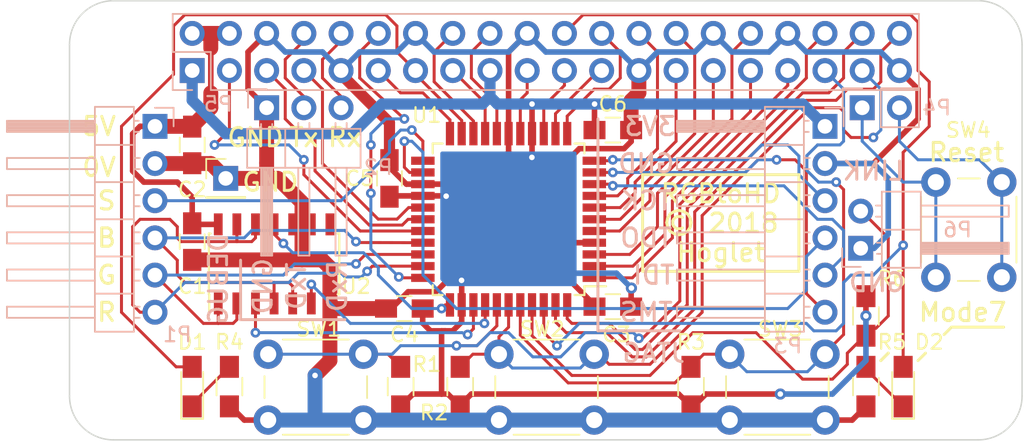
<source format=kicad_pcb>
(kicad_pcb (version 4) (host pcbnew 4.0.7-e2-6376~58~ubuntu16.04.1)

  (general
    (links 114)
    (no_connects 0)
    (area 12.449999 24.449999 77.550001 54.550001)
    (thickness 1.6)
    (drawings 55)
    (tracks 610)
    (zones 0)
    (modules 31)
    (nets 48)
  )

  (page A4)
  (layers
    (0 F.Cu signal)
    (31 B.Cu signal)
    (34 B.Paste user)
    (35 F.Paste user)
    (36 B.SilkS user)
    (37 F.SilkS user)
    (38 B.Mask user)
    (39 F.Mask user)
    (40 Dwgs.User user hide)
    (41 Cmts.User user hide)
    (44 Edge.Cuts user)
    (48 B.Fab user hide)
    (49 F.Fab user hide)
  )

  (setup
    (last_trace_width 0.2032)
    (user_trace_width 0.2032)
    (user_trace_width 0.381)
    (user_trace_width 0.635)
    (user_trace_width 0.762)
    (user_trace_width 0.889)
    (user_trace_width 1.016)
    (user_trace_width 1.143)
    (user_trace_width 1.27)
    (trace_clearance 0.2032)
    (zone_clearance 0.508)
    (zone_45_only no)
    (trace_min 0.2032)
    (segment_width 0.2)
    (edge_width 0.1)
    (via_size 0.6604)
    (via_drill 0.3048)
    (via_min_size 0.6604)
    (via_min_drill 0.3048)
    (uvia_size 0.6096)
    (uvia_drill 0.3048)
    (uvias_allowed no)
    (uvia_min_size 0)
    (uvia_min_drill 0)
    (pcb_text_width 0.2)
    (pcb_text_size 1.25 1.25)
    (mod_edge_width 0.15)
    (mod_text_size 1 1)
    (mod_text_width 0.15)
    (pad_size 1.7 1.7)
    (pad_drill 1)
    (pad_to_mask_clearance 0.15)
    (solder_mask_min_width 0.4)
    (aux_axis_origin 12.502 54.50096)
    (grid_origin 45.002 28.00096)
    (visible_elements 7FFEFFFF)
    (pcbplotparams
      (layerselection 0x010f0_80000001)
      (usegerberextensions true)
      (excludeedgelayer true)
      (linewidth 0.100000)
      (plotframeref false)
      (viasonmask false)
      (mode 1)
      (useauxorigin false)
      (hpglpennumber 1)
      (hpglpenspeed 20)
      (hpglpendiameter 15)
      (hpglpenoverlay 2)
      (psnegative false)
      (psa4output false)
      (plotreference true)
      (plotvalue false)
      (plotinvisibletext false)
      (padsonsilk false)
      (subtractmaskfromsilk false)
      (outputformat 1)
      (mirror false)
      (drillshape 0)
      (scaleselection 1)
      (outputdirectory manufacturing/))
  )

  (net 0 "")
  (net 1 VCC)
  (net 2 GND)
  (net 3 /3V3)
  (net 4 /GPIO2)
  (net 5 /GPIO3)
  (net 6 /GPIO4)
  (net 7 /TxD)
  (net 8 /RxD)
  (net 9 /GPIO17)
  (net 10 /GPIO18)
  (net 11 /GPIO27)
  (net 12 /GPIO22)
  (net 13 /GPIO23)
  (net 14 /GPIO24)
  (net 15 /GPIO10)
  (net 16 /GPIO9)
  (net 17 /GPIO11)
  (net 18 /GPIO8)
  (net 19 /GPIO7)
  (net 20 /GPIO5)
  (net 21 /GPIO6)
  (net 22 /GPIO12)
  (net 23 /GPIO13)
  (net 24 /GPIO19)
  (net 25 /GPIO16)
  (net 26 /GPIO26)
  (net 27 /GPIO20)
  (net 28 /GPIO21)
  (net 29 /TCK)
  (net 30 /TDO)
  (net 31 /TDI)
  (net 32 /TMS)
  (net 33 "Net-(P4-Pad1)")
  (net 34 "Net-(P4-Pad2)")
  (net 35 /RED)
  (net 36 /GREEN)
  (net 37 /BLUE)
  (net 38 /SYNC)
  (net 39 /BRED)
  (net 40 /BGREEN)
  (net 41 /BBLUE)
  (net 42 "Net-(D1-Pad1)")
  (net 43 "Net-(D2-Pad1)")
  (net 44 /GPIO25)
  (net 45 /GPIO0)
  (net 46 /GPIO1)
  (net 47 /LINK)

  (net_class Default "This is the default net class."
    (clearance 0.2032)
    (trace_width 0.2032)
    (via_dia 0.6604)
    (via_drill 0.3048)
    (uvia_dia 0.6096)
    (uvia_drill 0.3048)
    (add_net /BBLUE)
    (add_net /BGREEN)
    (add_net /BLUE)
    (add_net /BRED)
    (add_net /GPIO0)
    (add_net /GPIO1)
    (add_net /GPIO10)
    (add_net /GPIO11)
    (add_net /GPIO12)
    (add_net /GPIO13)
    (add_net /GPIO16)
    (add_net /GPIO17)
    (add_net /GPIO18)
    (add_net /GPIO19)
    (add_net /GPIO2)
    (add_net /GPIO20)
    (add_net /GPIO21)
    (add_net /GPIO22)
    (add_net /GPIO23)
    (add_net /GPIO24)
    (add_net /GPIO25)
    (add_net /GPIO26)
    (add_net /GPIO27)
    (add_net /GPIO3)
    (add_net /GPIO4)
    (add_net /GPIO5)
    (add_net /GPIO6)
    (add_net /GPIO7)
    (add_net /GPIO8)
    (add_net /GPIO9)
    (add_net /GREEN)
    (add_net /LINK)
    (add_net /RED)
    (add_net /RxD)
    (add_net /SYNC)
    (add_net /TCK)
    (add_net /TDI)
    (add_net /TDO)
    (add_net /TMS)
    (add_net /TxD)
    (add_net "Net-(D1-Pad1)")
    (add_net "Net-(D2-Pad1)")
    (add_net "Net-(P4-Pad1)")
    (add_net "Net-(P4-Pad2)")
  )

  (net_class Power ""
    (clearance 0.2032)
    (trace_width 0.381)
    (via_dia 0.762)
    (via_drill 0.381)
    (uvia_dia 0.6096)
    (uvia_drill 0.3048)
    (add_net /3V3)
    (add_net GND)
    (add_net VCC)
  )

  (module Pin_Headers:Pin_Header_Angled_1x06_Pitch2.54mm (layer B.Cu) (tedit 5B603145) (tstamp 5B15670F)
    (at 18.332 33.08096 180)
    (descr "Through hole angled pin header, 1x06, 2.54mm pitch, 6mm pin length, single row")
    (tags "Through hole angled pin header THT 1x06 2.54mm single row")
    (path /595A124F)
    (fp_text reference P5 (at -4.318 1.524 180) (layer B.SilkS)
      (effects (font (size 1 1) (thickness 0.15)) (justify mirror))
    )
    (fp_text value CONN_01X06 (at 4.385 -14.97 180) (layer B.Fab)
      (effects (font (size 1 1) (thickness 0.15)) (justify mirror))
    )
    (fp_line (start 2.135 1.27) (end 4.04 1.27) (layer B.Fab) (width 0.1))
    (fp_line (start 4.04 1.27) (end 4.04 -13.97) (layer B.Fab) (width 0.1))
    (fp_line (start 4.04 -13.97) (end 1.5 -13.97) (layer B.Fab) (width 0.1))
    (fp_line (start 1.5 -13.97) (end 1.5 0.635) (layer B.Fab) (width 0.1))
    (fp_line (start 1.5 0.635) (end 2.135 1.27) (layer B.Fab) (width 0.1))
    (fp_line (start -0.32 0.32) (end 1.5 0.32) (layer B.Fab) (width 0.1))
    (fp_line (start -0.32 0.32) (end -0.32 -0.32) (layer B.Fab) (width 0.1))
    (fp_line (start -0.32 -0.32) (end 1.5 -0.32) (layer B.Fab) (width 0.1))
    (fp_line (start 4.04 0.32) (end 10.04 0.32) (layer B.Fab) (width 0.1))
    (fp_line (start 10.04 0.32) (end 10.04 -0.32) (layer B.Fab) (width 0.1))
    (fp_line (start 4.04 -0.32) (end 10.04 -0.32) (layer B.Fab) (width 0.1))
    (fp_line (start -0.32 -2.22) (end 1.5 -2.22) (layer B.Fab) (width 0.1))
    (fp_line (start -0.32 -2.22) (end -0.32 -2.86) (layer B.Fab) (width 0.1))
    (fp_line (start -0.32 -2.86) (end 1.5 -2.86) (layer B.Fab) (width 0.1))
    (fp_line (start 4.04 -2.22) (end 10.04 -2.22) (layer B.Fab) (width 0.1))
    (fp_line (start 10.04 -2.22) (end 10.04 -2.86) (layer B.Fab) (width 0.1))
    (fp_line (start 4.04 -2.86) (end 10.04 -2.86) (layer B.Fab) (width 0.1))
    (fp_line (start -0.32 -4.76) (end 1.5 -4.76) (layer B.Fab) (width 0.1))
    (fp_line (start -0.32 -4.76) (end -0.32 -5.4) (layer B.Fab) (width 0.1))
    (fp_line (start -0.32 -5.4) (end 1.5 -5.4) (layer B.Fab) (width 0.1))
    (fp_line (start 4.04 -4.76) (end 10.04 -4.76) (layer B.Fab) (width 0.1))
    (fp_line (start 10.04 -4.76) (end 10.04 -5.4) (layer B.Fab) (width 0.1))
    (fp_line (start 4.04 -5.4) (end 10.04 -5.4) (layer B.Fab) (width 0.1))
    (fp_line (start -0.32 -7.3) (end 1.5 -7.3) (layer B.Fab) (width 0.1))
    (fp_line (start -0.32 -7.3) (end -0.32 -7.94) (layer B.Fab) (width 0.1))
    (fp_line (start -0.32 -7.94) (end 1.5 -7.94) (layer B.Fab) (width 0.1))
    (fp_line (start 4.04 -7.3) (end 10.04 -7.3) (layer B.Fab) (width 0.1))
    (fp_line (start 10.04 -7.3) (end 10.04 -7.94) (layer B.Fab) (width 0.1))
    (fp_line (start 4.04 -7.94) (end 10.04 -7.94) (layer B.Fab) (width 0.1))
    (fp_line (start -0.32 -9.84) (end 1.5 -9.84) (layer B.Fab) (width 0.1))
    (fp_line (start -0.32 -9.84) (end -0.32 -10.48) (layer B.Fab) (width 0.1))
    (fp_line (start -0.32 -10.48) (end 1.5 -10.48) (layer B.Fab) (width 0.1))
    (fp_line (start 4.04 -9.84) (end 10.04 -9.84) (layer B.Fab) (width 0.1))
    (fp_line (start 10.04 -9.84) (end 10.04 -10.48) (layer B.Fab) (width 0.1))
    (fp_line (start 4.04 -10.48) (end 10.04 -10.48) (layer B.Fab) (width 0.1))
    (fp_line (start -0.32 -12.38) (end 1.5 -12.38) (layer B.Fab) (width 0.1))
    (fp_line (start -0.32 -12.38) (end -0.32 -13.02) (layer B.Fab) (width 0.1))
    (fp_line (start -0.32 -13.02) (end 1.5 -13.02) (layer B.Fab) (width 0.1))
    (fp_line (start 4.04 -12.38) (end 10.04 -12.38) (layer B.Fab) (width 0.1))
    (fp_line (start 10.04 -12.38) (end 10.04 -13.02) (layer B.Fab) (width 0.1))
    (fp_line (start 4.04 -13.02) (end 10.04 -13.02) (layer B.Fab) (width 0.1))
    (fp_line (start 1.44 1.33) (end 1.44 -14.03) (layer B.SilkS) (width 0.12))
    (fp_line (start 1.44 -14.03) (end 4.1 -14.03) (layer B.SilkS) (width 0.12))
    (fp_line (start 4.1 -14.03) (end 4.1 1.33) (layer B.SilkS) (width 0.12))
    (fp_line (start 4.1 1.33) (end 1.44 1.33) (layer B.SilkS) (width 0.12))
    (fp_line (start 4.1 0.38) (end 10.1 0.38) (layer B.SilkS) (width 0.12))
    (fp_line (start 10.1 0.38) (end 10.1 -0.38) (layer B.SilkS) (width 0.12))
    (fp_line (start 10.1 -0.38) (end 4.1 -0.38) (layer B.SilkS) (width 0.12))
    (fp_line (start 4.1 0.32) (end 10.1 0.32) (layer B.SilkS) (width 0.12))
    (fp_line (start 4.1 0.2) (end 10.1 0.2) (layer B.SilkS) (width 0.12))
    (fp_line (start 4.1 0.08) (end 10.1 0.08) (layer B.SilkS) (width 0.12))
    (fp_line (start 4.1 -0.04) (end 10.1 -0.04) (layer B.SilkS) (width 0.12))
    (fp_line (start 4.1 -0.16) (end 10.1 -0.16) (layer B.SilkS) (width 0.12))
    (fp_line (start 4.1 -0.28) (end 10.1 -0.28) (layer B.SilkS) (width 0.12))
    (fp_line (start 1.11 0.38) (end 1.44 0.38) (layer B.SilkS) (width 0.12))
    (fp_line (start 1.11 -0.38) (end 1.44 -0.38) (layer B.SilkS) (width 0.12))
    (fp_line (start 1.44 -1.27) (end 4.1 -1.27) (layer B.SilkS) (width 0.12))
    (fp_line (start 4.1 -2.16) (end 10.1 -2.16) (layer B.SilkS) (width 0.12))
    (fp_line (start 10.1 -2.16) (end 10.1 -2.92) (layer B.SilkS) (width 0.12))
    (fp_line (start 10.1 -2.92) (end 4.1 -2.92) (layer B.SilkS) (width 0.12))
    (fp_line (start 1.042929 -2.16) (end 1.44 -2.16) (layer B.SilkS) (width 0.12))
    (fp_line (start 1.042929 -2.92) (end 1.44 -2.92) (layer B.SilkS) (width 0.12))
    (fp_line (start 1.44 -3.81) (end 4.1 -3.81) (layer B.SilkS) (width 0.12))
    (fp_line (start 4.1 -4.7) (end 10.1 -4.7) (layer B.SilkS) (width 0.12))
    (fp_line (start 10.1 -4.7) (end 10.1 -5.46) (layer B.SilkS) (width 0.12))
    (fp_line (start 10.1 -5.46) (end 4.1 -5.46) (layer B.SilkS) (width 0.12))
    (fp_line (start 1.042929 -4.7) (end 1.44 -4.7) (layer B.SilkS) (width 0.12))
    (fp_line (start 1.042929 -5.46) (end 1.44 -5.46) (layer B.SilkS) (width 0.12))
    (fp_line (start 1.44 -6.35) (end 4.1 -6.35) (layer B.SilkS) (width 0.12))
    (fp_line (start 4.1 -7.24) (end 10.1 -7.24) (layer B.SilkS) (width 0.12))
    (fp_line (start 10.1 -7.24) (end 10.1 -8) (layer B.SilkS) (width 0.12))
    (fp_line (start 10.1 -8) (end 4.1 -8) (layer B.SilkS) (width 0.12))
    (fp_line (start 1.042929 -7.24) (end 1.44 -7.24) (layer B.SilkS) (width 0.12))
    (fp_line (start 1.042929 -8) (end 1.44 -8) (layer B.SilkS) (width 0.12))
    (fp_line (start 1.44 -8.89) (end 4.1 -8.89) (layer B.SilkS) (width 0.12))
    (fp_line (start 4.1 -9.78) (end 10.1 -9.78) (layer B.SilkS) (width 0.12))
    (fp_line (start 10.1 -9.78) (end 10.1 -10.54) (layer B.SilkS) (width 0.12))
    (fp_line (start 10.1 -10.54) (end 4.1 -10.54) (layer B.SilkS) (width 0.12))
    (fp_line (start 1.042929 -9.78) (end 1.44 -9.78) (layer B.SilkS) (width 0.12))
    (fp_line (start 1.042929 -10.54) (end 1.44 -10.54) (layer B.SilkS) (width 0.12))
    (fp_line (start 1.44 -11.43) (end 4.1 -11.43) (layer B.SilkS) (width 0.12))
    (fp_line (start 4.1 -12.32) (end 10.1 -12.32) (layer B.SilkS) (width 0.12))
    (fp_line (start 10.1 -12.32) (end 10.1 -13.08) (layer B.SilkS) (width 0.12))
    (fp_line (start 10.1 -13.08) (end 4.1 -13.08) (layer B.SilkS) (width 0.12))
    (fp_line (start 1.042929 -12.32) (end 1.44 -12.32) (layer B.SilkS) (width 0.12))
    (fp_line (start 1.042929 -13.08) (end 1.44 -13.08) (layer B.SilkS) (width 0.12))
    (fp_line (start -1.27 0) (end -1.27 1.27) (layer B.SilkS) (width 0.12))
    (fp_line (start -1.27 1.27) (end 0 1.27) (layer B.SilkS) (width 0.12))
    (fp_line (start -1.8 1.8) (end -1.8 -14.5) (layer B.CrtYd) (width 0.05))
    (fp_line (start -1.8 -14.5) (end 10.55 -14.5) (layer B.CrtYd) (width 0.05))
    (fp_line (start 10.55 -14.5) (end 10.55 1.8) (layer B.CrtYd) (width 0.05))
    (fp_line (start 10.55 1.8) (end -1.8 1.8) (layer B.CrtYd) (width 0.05))
    (fp_text user %R (at 2.77 -6.35 450) (layer B.Fab)
      (effects (font (size 1 1) (thickness 0.15)) (justify mirror))
    )
    (pad 1 thru_hole rect (at 0 0 180) (size 1.7 1.7) (drill 1) (layers *.Cu *.Mask)
      (net 1 VCC))
    (pad 2 thru_hole oval (at 0 -2.54 180) (size 1.7 1.7) (drill 1) (layers *.Cu *.Mask)
      (net 2 GND))
    (pad 3 thru_hole oval (at 0 -5.08 180) (size 1.7 1.7) (drill 1) (layers *.Cu *.Mask)
      (net 38 /SYNC))
    (pad 4 thru_hole oval (at 0 -7.62 180) (size 1.7 1.7) (drill 1) (layers *.Cu *.Mask)
      (net 37 /BLUE))
    (pad 5 thru_hole oval (at 0 -10.16 180) (size 1.7 1.7) (drill 1) (layers *.Cu *.Mask)
      (net 36 /GREEN))
    (pad 6 thru_hole oval (at 0 -12.7 180) (size 1.7 1.7) (drill 1) (layers *.Cu *.Mask)
      (net 35 /RED))
    (model ${KISYS3DMOD}/Pin_Headers.3dshapes/Pin_Header_Angled_1x06_Pitch2.54mm.wrl
      (at (xyz 0 0 0))
      (scale (xyz 1 1 1))
      (rotate (xyz 0 0 0))
    )
  )

  (module Housings_SOIC:SOIC-14_3.9x8.7mm_Pitch1.27mm (layer F.Cu) (tedit 5B1F83B7) (tstamp 5B151B92)
    (at 26.46 42.47896 90)
    (descr "14-Lead Plastic Small Outline (SL) - Narrow, 3.90 mm Body [SOIC] (see Microchip Packaging Specification 00000049BS.pdf)")
    (tags "SOIC 1.27")
    (path /595BAFA2)
    (attr smd)
    (fp_text reference U2 (at -1.524 5.588 180) (layer F.SilkS)
      (effects (font (size 1 1) (thickness 0.15)))
    )
    (fp_text value 74LS08 (at 0 5.375 90) (layer F.Fab)
      (effects (font (size 1 1) (thickness 0.15)))
    )
    (fp_text user %R (at 0 0 90) (layer F.Fab)
      (effects (font (size 0.9 0.9) (thickness 0.135)))
    )
    (fp_line (start -0.95 -4.35) (end 1.95 -4.35) (layer F.Fab) (width 0.15))
    (fp_line (start 1.95 -4.35) (end 1.95 4.35) (layer F.Fab) (width 0.15))
    (fp_line (start 1.95 4.35) (end -1.95 4.35) (layer F.Fab) (width 0.15))
    (fp_line (start -1.95 4.35) (end -1.95 -3.35) (layer F.Fab) (width 0.15))
    (fp_line (start -1.95 -3.35) (end -0.95 -4.35) (layer F.Fab) (width 0.15))
    (fp_line (start -3.7 -4.65) (end -3.7 4.65) (layer F.CrtYd) (width 0.05))
    (fp_line (start 3.7 -4.65) (end 3.7 4.65) (layer F.CrtYd) (width 0.05))
    (fp_line (start -3.7 -4.65) (end 3.7 -4.65) (layer F.CrtYd) (width 0.05))
    (fp_line (start -3.7 4.65) (end 3.7 4.65) (layer F.CrtYd) (width 0.05))
    (fp_line (start -2.075 -4.45) (end -2.075 -4.425) (layer F.SilkS) (width 0.15))
    (fp_line (start 2.075 -4.45) (end 2.075 -4.335) (layer F.SilkS) (width 0.15))
    (fp_line (start 2.075 4.45) (end 2.075 4.335) (layer F.SilkS) (width 0.15))
    (fp_line (start -2.075 4.45) (end -2.075 4.335) (layer F.SilkS) (width 0.15))
    (fp_line (start -2.075 -4.45) (end 2.075 -4.45) (layer F.SilkS) (width 0.15))
    (fp_line (start -2.075 4.45) (end 2.075 4.45) (layer F.SilkS) (width 0.15))
    (fp_line (start -2.075 -4.425) (end -3.45 -4.425) (layer F.SilkS) (width 0.15))
    (pad 1 smd rect (at -2.7 -3.81 90) (size 1.5 0.6) (layers F.Cu F.Paste F.Mask)
      (net 36 /GREEN))
    (pad 2 smd rect (at -2.7 -2.54 90) (size 1.5 0.6) (layers F.Cu F.Paste F.Mask)
      (net 36 /GREEN))
    (pad 3 smd rect (at -2.7 -1.27 90) (size 1.5 0.6) (layers F.Cu F.Paste F.Mask)
      (net 40 /BGREEN))
    (pad 4 smd rect (at -2.7 0 90) (size 1.5 0.6) (layers F.Cu F.Paste F.Mask)
      (net 37 /BLUE))
    (pad 5 smd rect (at -2.7 1.27 90) (size 1.5 0.6) (layers F.Cu F.Paste F.Mask)
      (net 37 /BLUE))
    (pad 6 smd rect (at -2.7 2.54 90) (size 1.5 0.6) (layers F.Cu F.Paste F.Mask)
      (net 41 /BBLUE))
    (pad 7 smd rect (at -2.7 3.81 90) (size 1.5 0.6) (layers F.Cu F.Paste F.Mask)
      (net 2 GND))
    (pad 8 smd rect (at 2.7 3.81 90) (size 1.5 0.6) (layers F.Cu F.Paste F.Mask))
    (pad 9 smd rect (at 2.7 2.54 90) (size 1.5 0.6) (layers F.Cu F.Paste F.Mask)
      (net 2 GND))
    (pad 10 smd rect (at 2.7 1.27 90) (size 1.5 0.6) (layers F.Cu F.Paste F.Mask)
      (net 2 GND))
    (pad 11 smd rect (at 2.7 0 90) (size 1.5 0.6) (layers F.Cu F.Paste F.Mask)
      (net 39 /BRED))
    (pad 12 smd rect (at 2.7 -1.27 90) (size 1.5 0.6) (layers F.Cu F.Paste F.Mask)
      (net 35 /RED))
    (pad 13 smd rect (at 2.7 -2.54 90) (size 1.5 0.6) (layers F.Cu F.Paste F.Mask)
      (net 35 /RED))
    (pad 14 smd rect (at 2.7 -3.81 90) (size 1.5 0.6) (layers F.Cu F.Paste F.Mask)
      (net 1 VCC))
    (model ${KISYS3DMOD}/Housings_SOIC.3dshapes/SOIC-14_3.9x8.7mm_Pitch1.27mm.wrl
      (at (xyz 0 0 0))
      (scale (xyz 1 1 1))
      (rotate (xyz 0 0 0))
    )
  )

  (module Housings_QFP:LQFP-44_10x10mm_Pitch0.8mm (layer F.Cu) (tedit 5B1F83A8) (tstamp 5B151B80)
    (at 42.462 39.43096 180)
    (descr "LQFP44 (see Appnote_PCB_Guidelines_TRINAMIC_packages.pdf)")
    (tags "QFP 0.8")
    (path /595A11EC)
    (attr smd)
    (fp_text reference U1 (at 5.588 7.112 180) (layer F.SilkS)
      (effects (font (size 1 1) (thickness 0.15)))
    )
    (fp_text value XC9572XL-VQFP44 (at 0 7.65 180) (layer F.Fab)
      (effects (font (size 1 1) (thickness 0.15)))
    )
    (fp_text user %R (at 0 0 180) (layer F.Fab)
      (effects (font (size 1 1) (thickness 0.15)))
    )
    (fp_line (start -4 -5) (end 5 -5) (layer F.Fab) (width 0.15))
    (fp_line (start 5 -5) (end 5 5) (layer F.Fab) (width 0.15))
    (fp_line (start 5 5) (end -5 5) (layer F.Fab) (width 0.15))
    (fp_line (start -5 5) (end -5 -4) (layer F.Fab) (width 0.15))
    (fp_line (start -5 -4) (end -4 -5) (layer F.Fab) (width 0.15))
    (fp_line (start -6.9 -6.9) (end -6.9 6.9) (layer F.CrtYd) (width 0.05))
    (fp_line (start 6.9 -6.9) (end 6.9 6.9) (layer F.CrtYd) (width 0.05))
    (fp_line (start -6.9 -6.9) (end 6.9 -6.9) (layer F.CrtYd) (width 0.05))
    (fp_line (start -6.9 6.9) (end 6.9 6.9) (layer F.CrtYd) (width 0.05))
    (fp_line (start -5.175 -5.175) (end -5.175 -4.575) (layer F.SilkS) (width 0.15))
    (fp_line (start 5.175 -5.175) (end 5.175 -4.505) (layer F.SilkS) (width 0.15))
    (fp_line (start 5.175 5.175) (end 5.175 4.505) (layer F.SilkS) (width 0.15))
    (fp_line (start -5.175 5.175) (end -5.175 4.505) (layer F.SilkS) (width 0.15))
    (fp_line (start -5.175 -5.175) (end -4.505 -5.175) (layer F.SilkS) (width 0.15))
    (fp_line (start -5.175 5.175) (end -4.505 5.175) (layer F.SilkS) (width 0.15))
    (fp_line (start 5.175 5.175) (end 4.505 5.175) (layer F.SilkS) (width 0.15))
    (fp_line (start 5.175 -5.175) (end 4.505 -5.175) (layer F.SilkS) (width 0.15))
    (fp_line (start -5.175 -4.575) (end -6.65 -4.575) (layer F.SilkS) (width 0.15))
    (pad 1 smd rect (at -5.85 -4 180) (size 1.6 0.56) (layers F.Cu F.Paste F.Mask)
      (net 23 /GPIO13))
    (pad 2 smd rect (at -5.85 -3.2 180) (size 1.6 0.56) (layers F.Cu F.Paste F.Mask)
      (net 21 /GPIO6))
    (pad 3 smd rect (at -5.85 -2.4 180) (size 1.6 0.56) (layers F.Cu F.Paste F.Mask)
      (net 22 /GPIO12))
    (pad 4 smd rect (at -5.85 -1.6 180) (size 1.6 0.56) (layers F.Cu F.Paste F.Mask)
      (net 2 GND))
    (pad 5 smd rect (at -5.85 -0.8 180) (size 1.6 0.56) (layers F.Cu F.Paste F.Mask)
      (net 20 /GPIO5))
    (pad 6 smd rect (at -5.85 0 180) (size 1.6 0.56) (layers F.Cu F.Paste F.Mask)
      (net 46 /GPIO1))
    (pad 7 smd rect (at -5.85 0.8 180) (size 1.6 0.56) (layers F.Cu F.Paste F.Mask)
      (net 45 /GPIO0))
    (pad 8 smd rect (at -5.85 1.6 180) (size 1.6 0.56) (layers F.Cu F.Paste F.Mask)
      (net 19 /GPIO7))
    (pad 9 smd rect (at -5.85 2.4 180) (size 1.6 0.56) (layers F.Cu F.Paste F.Mask)
      (net 31 /TDI))
    (pad 10 smd rect (at -5.85 3.2 180) (size 1.6 0.56) (layers F.Cu F.Paste F.Mask)
      (net 32 /TMS))
    (pad 11 smd rect (at -5.85 4 180) (size 1.6 0.56) (layers F.Cu F.Paste F.Mask)
      (net 29 /TCK))
    (pad 12 smd rect (at -4 5.85 270) (size 1.6 0.56) (layers F.Cu F.Paste F.Mask)
      (net 18 /GPIO8))
    (pad 13 smd rect (at -3.2 5.85 270) (size 1.6 0.56) (layers F.Cu F.Paste F.Mask)
      (net 17 /GPIO11))
    (pad 14 smd rect (at -2.4 5.85 270) (size 1.6 0.56) (layers F.Cu F.Paste F.Mask)
      (net 16 /GPIO9))
    (pad 15 smd rect (at -1.6 5.85 270) (size 1.6 0.56) (layers F.Cu F.Paste F.Mask)
      (net 3 /3V3))
    (pad 16 smd rect (at -0.8 5.85 270) (size 1.6 0.56) (layers F.Cu F.Paste F.Mask)
      (net 15 /GPIO10))
    (pad 17 smd rect (at 0 5.85 270) (size 1.6 0.56) (layers F.Cu F.Paste F.Mask)
      (net 2 GND))
    (pad 18 smd rect (at 0.8 5.85 270) (size 1.6 0.56) (layers F.Cu F.Paste F.Mask)
      (net 14 /GPIO24))
    (pad 19 smd rect (at 1.6 5.85 270) (size 1.6 0.56) (layers F.Cu F.Paste F.Mask)
      (net 12 /GPIO22))
    (pad 20 smd rect (at 2.4 5.85 270) (size 1.6 0.56) (layers F.Cu F.Paste F.Mask)
      (net 13 /GPIO23))
    (pad 21 smd rect (at 3.2 5.85 270) (size 1.6 0.56) (layers F.Cu F.Paste F.Mask)
      (net 11 /GPIO27))
    (pad 22 smd rect (at 4 5.85 270) (size 1.6 0.56) (layers F.Cu F.Paste F.Mask)
      (net 9 /GPIO17))
    (pad 23 smd rect (at 5.85 4 180) (size 1.6 0.56) (layers F.Cu F.Paste F.Mask)
      (net 38 /SYNC))
    (pad 24 smd rect (at 5.85 3.2 180) (size 1.6 0.56) (layers F.Cu F.Paste F.Mask)
      (net 30 /TDO))
    (pad 25 smd rect (at 5.85 2.4 180) (size 1.6 0.56) (layers F.Cu F.Paste F.Mask)
      (net 2 GND))
    (pad 26 smd rect (at 5.85 1.6 180) (size 1.6 0.56) (layers F.Cu F.Paste F.Mask)
      (net 3 /3V3))
    (pad 27 smd rect (at 5.85 0.8 180) (size 1.6 0.56) (layers F.Cu F.Paste F.Mask)
      (net 6 /GPIO4))
    (pad 28 smd rect (at 5.85 0 180) (size 1.6 0.56) (layers F.Cu F.Paste F.Mask)
      (net 5 /GPIO3))
    (pad 29 smd rect (at 5.85 -0.8 180) (size 1.6 0.56) (layers F.Cu F.Paste F.Mask)
      (net 4 /GPIO2))
    (pad 30 smd rect (at 5.85 -1.6 180) (size 1.6 0.56) (layers F.Cu F.Paste F.Mask)
      (net 37 /BLUE))
    (pad 31 smd rect (at 5.85 -2.4 180) (size 1.6 0.56) (layers F.Cu F.Paste F.Mask)
      (net 36 /GREEN))
    (pad 32 smd rect (at 5.85 -3.2 180) (size 1.6 0.56) (layers F.Cu F.Paste F.Mask)
      (net 35 /RED))
    (pad 33 smd rect (at 5.85 -4 180) (size 1.6 0.56) (layers F.Cu F.Paste F.Mask)
      (net 10 /GPIO18))
    (pad 34 smd rect (at 4 -5.85 270) (size 1.6 0.56) (layers F.Cu F.Paste F.Mask)
      (net 39 /BRED))
    (pad 35 smd rect (at 3.2 -5.85 270) (size 1.6 0.56) (layers F.Cu F.Paste F.Mask)
      (net 3 /3V3))
    (pad 36 smd rect (at 2.4 -5.85 270) (size 1.6 0.56) (layers F.Cu F.Paste F.Mask)
      (net 40 /BGREEN))
    (pad 37 smd rect (at 1.6 -5.85 270) (size 1.6 0.56) (layers F.Cu F.Paste F.Mask)
      (net 41 /BBLUE))
    (pad 38 smd rect (at 0.8 -5.85 270) (size 1.6 0.56) (layers F.Cu F.Paste F.Mask)
      (net 25 /GPIO16))
    (pad 39 smd rect (at 0 -5.85 270) (size 1.6 0.56) (layers F.Cu F.Paste F.Mask)
      (net 26 /GPIO26))
    (pad 40 smd rect (at -0.8 -5.85 270) (size 1.6 0.56) (layers F.Cu F.Paste F.Mask)
      (net 24 /GPIO19))
    (pad 41 smd rect (at -1.6 -5.85 270) (size 1.6 0.56) (layers F.Cu F.Paste F.Mask)
      (net 47 /LINK))
    (pad 42 smd rect (at -2.4 -5.85 270) (size 1.6 0.56) (layers F.Cu F.Paste F.Mask)
      (net 44 /GPIO25))
    (pad 43 smd rect (at -3.2 -5.85 270) (size 1.6 0.56) (layers F.Cu F.Paste F.Mask)
      (net 28 /GPIO21))
    (pad 44 smd rect (at -4 -5.85 270) (size 1.6 0.56) (layers F.Cu F.Paste F.Mask)
      (net 27 /GPIO20))
    (model ${KISYS3DMOD}/Housings_QFP.3dshapes/LQFP-44_10x10mm_Pitch0.8mm.wrl
      (at (xyz 0 0 0))
      (scale (xyz 1 1 1))
      (rotate (xyz 0 0 0))
    )
  )

  (module Buttons_Switches_THT:SW_PUSH_6mm_h5mm (layer F.Cu) (tedit 5B210022) (tstamp 5B151B50)
    (at 76.117 36.89096 270)
    (descr "tactile push button, 6x6mm e.g. PHAP33xx series, height=5mm")
    (tags "tact sw push 6mm")
    (path /595B7AD4)
    (fp_text reference SW4 (at -3.556 2.286 360) (layer F.SilkS)
      (effects (font (size 1 1) (thickness 0.15)))
    )
    (fp_text value SW_PUSH (at 3.75 6.7 270) (layer F.Fab)
      (effects (font (size 1 1) (thickness 0.15)))
    )
    (fp_text user %R (at 3.25 2.25 270) (layer F.Fab)
      (effects (font (size 1 1) (thickness 0.15)))
    )
    (fp_line (start 3.25 -0.75) (end 6.25 -0.75) (layer F.Fab) (width 0.1))
    (fp_line (start 6.25 -0.75) (end 6.25 5.25) (layer F.Fab) (width 0.1))
    (fp_line (start 6.25 5.25) (end 0.25 5.25) (layer F.Fab) (width 0.1))
    (fp_line (start 0.25 5.25) (end 0.25 -0.75) (layer F.Fab) (width 0.1))
    (fp_line (start 0.25 -0.75) (end 3.25 -0.75) (layer F.Fab) (width 0.1))
    (fp_line (start 7.75 6) (end 8 6) (layer F.CrtYd) (width 0.05))
    (fp_line (start 8 6) (end 8 5.75) (layer F.CrtYd) (width 0.05))
    (fp_line (start 7.75 -1.5) (end 8 -1.5) (layer F.CrtYd) (width 0.05))
    (fp_line (start 8 -1.5) (end 8 -1.25) (layer F.CrtYd) (width 0.05))
    (fp_line (start -1.5 -1.25) (end -1.5 -1.5) (layer F.CrtYd) (width 0.05))
    (fp_line (start -1.5 -1.5) (end -1.25 -1.5) (layer F.CrtYd) (width 0.05))
    (fp_line (start -1.5 5.75) (end -1.5 6) (layer F.CrtYd) (width 0.05))
    (fp_line (start -1.5 6) (end -1.25 6) (layer F.CrtYd) (width 0.05))
    (fp_line (start -1.25 -1.5) (end 7.75 -1.5) (layer F.CrtYd) (width 0.05))
    (fp_line (start -1.5 5.75) (end -1.5 -1.25) (layer F.CrtYd) (width 0.05))
    (fp_line (start 7.75 6) (end -1.25 6) (layer F.CrtYd) (width 0.05))
    (fp_line (start 8 -1.25) (end 8 5.75) (layer F.CrtYd) (width 0.05))
    (fp_line (start 1 5.5) (end 5.5 5.5) (layer F.SilkS) (width 0.12))
    (fp_line (start -0.25 1.5) (end -0.25 3) (layer F.SilkS) (width 0.12))
    (fp_line (start 5.5 -1) (end 1 -1) (layer F.SilkS) (width 0.12))
    (fp_line (start 6.75 3) (end 6.75 1.5) (layer F.SilkS) (width 0.12))
    (fp_circle (center 3.25 2.25) (end 1.25 2.5) (layer F.Fab) (width 0.1))
    (pad 2 thru_hole circle (at 0 4.5) (size 2 2) (drill 1.1) (layers *.Cu *.Mask)
      (net 33 "Net-(P4-Pad1)"))
    (pad 1 thru_hole circle (at 0 0) (size 2 2) (drill 1.1) (layers *.Cu *.Mask)
      (net 34 "Net-(P4-Pad2)"))
    (pad 2 thru_hole circle (at 6.5 4.5) (size 2 2) (drill 1.1) (layers *.Cu *.Mask)
      (net 33 "Net-(P4-Pad1)"))
    (pad 1 thru_hole circle (at 6.5 0) (size 2 2) (drill 1.1) (layers *.Cu *.Mask)
      (net 34 "Net-(P4-Pad2)"))
    (model ${KISYS3DMOD}/Buttons_Switches_THT.3dshapes/SW_PUSH_6mm_h5mm.wrl
      (at (xyz 0.005 0 0))
      (scale (xyz 0.3937 0.3937 0.3937))
      (rotate (xyz 0 0 0))
    )
  )

  (module RPi_Hat:RPi_Hat_Mounting_Hole locked (layer F.Cu) (tedit 55217CCB) (tstamp 58B743A7)
    (at 16 51)
    (descr "Mounting hole, Befestigungsbohrung, 2,7mm, No Annular, Kein Restring,")
    (tags "Mounting hole, Befestigungsbohrung, 2,7mm, No Annular, Kein Restring,")
    (fp_text reference "" (at 0 -4.0005) (layer F.SilkS) hide
      (effects (font (size 1 1) (thickness 0.15)))
    )
    (fp_text value "" (at 0.09906 3.59918) (layer F.Fab) hide
      (effects (font (size 1 1) (thickness 0.15)))
    )
    (fp_circle (center 0 0) (end 1.375 0) (layer F.Fab) (width 0.15))
    (fp_circle (center 0 0) (end 3.1 0) (layer F.Fab) (width 0.15))
    (fp_circle (center 0 0) (end 3.1 0) (layer B.Fab) (width 0.15))
    (fp_circle (center 0 0) (end 1.375 0) (layer B.Fab) (width 0.15))
    (fp_circle (center 0 0) (end 3.1 0) (layer F.CrtYd) (width 0.15))
    (fp_circle (center 0 0) (end 3.1 0) (layer B.CrtYd) (width 0.15))
    (pad "" np_thru_hole circle (at 0 0) (size 2.75 2.75) (drill 2.75) (layers *.Cu *.Mask)
      (solder_mask_margin 1.725) (clearance 1.725))
  )

  (module RPi_Hat:RPi_Hat_Mounting_Hole locked (layer F.Cu) (tedit 55217C7B) (tstamp 5515DEA9)
    (at 74 28)
    (descr "Mounting hole, Befestigungsbohrung, 2,7mm, No Annular, Kein Restring,")
    (tags "Mounting hole, Befestigungsbohrung, 2,7mm, No Annular, Kein Restring,")
    (fp_text reference "" (at 0 -4.0005) (layer F.SilkS) hide
      (effects (font (size 1 1) (thickness 0.15)))
    )
    (fp_text value "" (at 0.09906 3.59918) (layer F.Fab) hide
      (effects (font (size 1 1) (thickness 0.15)))
    )
    (fp_circle (center 0 0) (end 1.375 0) (layer F.Fab) (width 0.15))
    (fp_circle (center 0 0) (end 3.1 0) (layer F.Fab) (width 0.15))
    (fp_circle (center 0 0) (end 3.1 0) (layer B.Fab) (width 0.15))
    (fp_circle (center 0 0) (end 1.375 0) (layer B.Fab) (width 0.15))
    (fp_circle (center 0 0) (end 3.1 0) (layer F.CrtYd) (width 0.15))
    (fp_circle (center 0 0) (end 3.1 0) (layer B.CrtYd) (width 0.15))
    (pad "" np_thru_hole circle (at 0 0) (size 2.75 2.75) (drill 2.75) (layers *.Cu *.Mask)
      (solder_mask_margin 1.725) (clearance 1.725))
  )

  (module RPi_Hat:RPi_Hat_Mounting_Hole locked (layer F.Cu) (tedit 55217CCB) (tstamp 55169DC9)
    (at 74 51)
    (descr "Mounting hole, Befestigungsbohrung, 2,7mm, No Annular, Kein Restring,")
    (tags "Mounting hole, Befestigungsbohrung, 2,7mm, No Annular, Kein Restring,")
    (fp_text reference "" (at 0 -4.0005) (layer F.SilkS) hide
      (effects (font (size 1 1) (thickness 0.15)))
    )
    (fp_text value "" (at 0.09906 3.59918) (layer F.Fab) hide
      (effects (font (size 1 1) (thickness 0.15)))
    )
    (fp_circle (center 0 0) (end 1.375 0) (layer F.Fab) (width 0.15))
    (fp_circle (center 0 0) (end 3.1 0) (layer F.Fab) (width 0.15))
    (fp_circle (center 0 0) (end 3.1 0) (layer B.Fab) (width 0.15))
    (fp_circle (center 0 0) (end 1.375 0) (layer B.Fab) (width 0.15))
    (fp_circle (center 0 0) (end 3.1 0) (layer F.CrtYd) (width 0.15))
    (fp_circle (center 0 0) (end 3.1 0) (layer B.CrtYd) (width 0.15))
    (pad "" np_thru_hole circle (at 0 0) (size 2.75 2.75) (drill 2.75) (layers *.Cu *.Mask)
      (solder_mask_margin 1.725) (clearance 1.725))
  )

  (module RPi_Hat:RPi_Hat_Mounting_Hole locked (layer F.Cu) (tedit 55217CA2) (tstamp 5515DEBF)
    (at 16 28)
    (descr "Mounting hole, Befestigungsbohrung, 2,7mm, No Annular, Kein Restring,")
    (tags "Mounting hole, Befestigungsbohrung, 2,7mm, No Annular, Kein Restring,")
    (fp_text reference "" (at 0 -4.0005) (layer F.SilkS) hide
      (effects (font (size 1 1) (thickness 0.15)))
    )
    (fp_text value "" (at 0.09906 3.59918) (layer F.Fab) hide
      (effects (font (size 1 1) (thickness 0.15)))
    )
    (fp_circle (center 0 0) (end 1.375 0) (layer F.Fab) (width 0.15))
    (fp_circle (center 0 0) (end 3.1 0) (layer F.Fab) (width 0.15))
    (fp_circle (center 0 0) (end 3.1 0) (layer B.Fab) (width 0.15))
    (fp_circle (center 0 0) (end 1.375 0) (layer B.Fab) (width 0.15))
    (fp_circle (center 0 0) (end 3.1 0) (layer F.CrtYd) (width 0.15))
    (fp_circle (center 0 0) (end 3.1 0) (layer B.CrtYd) (width 0.15))
    (pad "" np_thru_hole circle (at 0 0) (size 2.75 2.75) (drill 2.75) (layers *.Cu *.Mask)
      (solder_mask_margin 1.725) (clearance 1.725))
  )

  (module Capacitors_SMD:C_0805_HandSoldering (layer F.Cu) (tedit 5B167B85) (tstamp 5B151AB4)
    (at 20.872 40.95496 270)
    (descr "Capacitor SMD 0805, hand soldering")
    (tags "capacitor 0805")
    (path /595BC02D)
    (attr smd)
    (fp_text reference C1 (at 3.048 0 360) (layer F.SilkS)
      (effects (font (size 1 1) (thickness 0.15)))
    )
    (fp_text value C_Small (at 0 1.75 270) (layer F.Fab)
      (effects (font (size 1 1) (thickness 0.15)))
    )
    (fp_text user %R (at 0 -1.75 270) (layer F.Fab)
      (effects (font (size 1 1) (thickness 0.15)))
    )
    (fp_line (start -1 0.62) (end -1 -0.62) (layer F.Fab) (width 0.1))
    (fp_line (start 1 0.62) (end -1 0.62) (layer F.Fab) (width 0.1))
    (fp_line (start 1 -0.62) (end 1 0.62) (layer F.Fab) (width 0.1))
    (fp_line (start -1 -0.62) (end 1 -0.62) (layer F.Fab) (width 0.1))
    (fp_line (start 0.5 -0.85) (end -0.5 -0.85) (layer F.SilkS) (width 0.12))
    (fp_line (start -0.5 0.85) (end 0.5 0.85) (layer F.SilkS) (width 0.12))
    (fp_line (start -2.25 -0.88) (end 2.25 -0.88) (layer F.CrtYd) (width 0.05))
    (fp_line (start -2.25 -0.88) (end -2.25 0.87) (layer F.CrtYd) (width 0.05))
    (fp_line (start 2.25 0.87) (end 2.25 -0.88) (layer F.CrtYd) (width 0.05))
    (fp_line (start 2.25 0.87) (end -2.25 0.87) (layer F.CrtYd) (width 0.05))
    (pad 1 smd rect (at -1.25 0 270) (size 1.5 1.25) (layers F.Cu F.Paste F.Mask)
      (net 1 VCC))
    (pad 2 smd rect (at 1.25 0 270) (size 1.5 1.25) (layers F.Cu F.Paste F.Mask)
      (net 2 GND))
    (model Capacitors_SMD.3dshapes/C_0805.wrl
      (at (xyz 0 0 0))
      (scale (xyz 1 1 1))
      (rotate (xyz 0 0 0))
    )
  )

  (module Capacitors_SMD:C_0805_HandSoldering (layer F.Cu) (tedit 5B158166) (tstamp 5B151ABA)
    (at 20.872 34.35096 270)
    (descr "Capacitor SMD 0805, hand soldering")
    (tags "capacitor 0805")
    (path /5B151BBA)
    (attr smd)
    (fp_text reference C2 (at 3.048 0 540) (layer F.SilkS)
      (effects (font (size 1 1) (thickness 0.15)))
    )
    (fp_text value CP1_Small (at 0 1.75 270) (layer F.Fab)
      (effects (font (size 1 1) (thickness 0.15)))
    )
    (fp_text user %R (at 0 -1.75 270) (layer F.Fab)
      (effects (font (size 1 1) (thickness 0.15)))
    )
    (fp_line (start -1 0.62) (end -1 -0.62) (layer F.Fab) (width 0.1))
    (fp_line (start 1 0.62) (end -1 0.62) (layer F.Fab) (width 0.1))
    (fp_line (start 1 -0.62) (end 1 0.62) (layer F.Fab) (width 0.1))
    (fp_line (start -1 -0.62) (end 1 -0.62) (layer F.Fab) (width 0.1))
    (fp_line (start 0.5 -0.85) (end -0.5 -0.85) (layer F.SilkS) (width 0.12))
    (fp_line (start -0.5 0.85) (end 0.5 0.85) (layer F.SilkS) (width 0.12))
    (fp_line (start -2.25 -0.88) (end 2.25 -0.88) (layer F.CrtYd) (width 0.05))
    (fp_line (start -2.25 -0.88) (end -2.25 0.87) (layer F.CrtYd) (width 0.05))
    (fp_line (start 2.25 0.87) (end 2.25 -0.88) (layer F.CrtYd) (width 0.05))
    (fp_line (start 2.25 0.87) (end -2.25 0.87) (layer F.CrtYd) (width 0.05))
    (pad 1 smd rect (at -1.25 0 270) (size 1.5 1.25) (layers F.Cu F.Paste F.Mask)
      (net 1 VCC))
    (pad 2 smd rect (at 1.25 0 270) (size 1.5 1.25) (layers F.Cu F.Paste F.Mask)
      (net 2 GND))
    (model Capacitors_SMD.3dshapes/C_0805.wrl
      (at (xyz 0 0 0))
      (scale (xyz 1 1 1))
      (rotate (xyz 0 0 0))
    )
  )

  (module Capacitors_SMD:C_0805_HandSoldering (layer F.Cu) (tedit 5B167CE8) (tstamp 5B151AC0)
    (at 49.574 45.39996 180)
    (descr "Capacitor SMD 0805, hand soldering")
    (tags "capacitor 0805")
    (path /595B5ACB)
    (attr smd)
    (fp_text reference C3 (at -0.254 -1.905 180) (layer F.SilkS)
      (effects (font (size 1 1) (thickness 0.15)))
    )
    (fp_text value CP1_Small (at 0 1.75 180) (layer F.Fab)
      (effects (font (size 1 1) (thickness 0.15)))
    )
    (fp_text user %R (at 0 -1.75 180) (layer F.Fab)
      (effects (font (size 1 1) (thickness 0.15)))
    )
    (fp_line (start -1 0.62) (end -1 -0.62) (layer F.Fab) (width 0.1))
    (fp_line (start 1 0.62) (end -1 0.62) (layer F.Fab) (width 0.1))
    (fp_line (start 1 -0.62) (end 1 0.62) (layer F.Fab) (width 0.1))
    (fp_line (start -1 -0.62) (end 1 -0.62) (layer F.Fab) (width 0.1))
    (fp_line (start 0.5 -0.85) (end -0.5 -0.85) (layer F.SilkS) (width 0.12))
    (fp_line (start -0.5 0.85) (end 0.5 0.85) (layer F.SilkS) (width 0.12))
    (fp_line (start -2.25 -0.88) (end 2.25 -0.88) (layer F.CrtYd) (width 0.05))
    (fp_line (start -2.25 -0.88) (end -2.25 0.87) (layer F.CrtYd) (width 0.05))
    (fp_line (start 2.25 0.87) (end 2.25 -0.88) (layer F.CrtYd) (width 0.05))
    (fp_line (start 2.25 0.87) (end -2.25 0.87) (layer F.CrtYd) (width 0.05))
    (pad 1 smd rect (at -1.25 0 180) (size 1.5 1.25) (layers F.Cu F.Paste F.Mask)
      (net 3 /3V3))
    (pad 2 smd rect (at 1.25 0 180) (size 1.5 1.25) (layers F.Cu F.Paste F.Mask)
      (net 2 GND))
    (model Capacitors_SMD.3dshapes/C_0805.wrl
      (at (xyz 0 0 0))
      (scale (xyz 1 1 1))
      (rotate (xyz 0 0 0))
    )
  )

  (module Capacitors_SMD:C_0805_HandSoldering (layer F.Cu) (tedit 5B167CE0) (tstamp 5B151AC6)
    (at 35.35 45.52696 180)
    (descr "Capacitor SMD 0805, hand soldering")
    (tags "capacitor 0805")
    (path /595A3174)
    (attr smd)
    (fp_text reference C4 (at 0 -1.778 180) (layer F.SilkS)
      (effects (font (size 1 1) (thickness 0.15)))
    )
    (fp_text value C_Small (at 0 1.75 180) (layer F.Fab)
      (effects (font (size 1 1) (thickness 0.15)))
    )
    (fp_text user %R (at 0 -1.75 180) (layer F.Fab)
      (effects (font (size 1 1) (thickness 0.15)))
    )
    (fp_line (start -1 0.62) (end -1 -0.62) (layer F.Fab) (width 0.1))
    (fp_line (start 1 0.62) (end -1 0.62) (layer F.Fab) (width 0.1))
    (fp_line (start 1 -0.62) (end 1 0.62) (layer F.Fab) (width 0.1))
    (fp_line (start -1 -0.62) (end 1 -0.62) (layer F.Fab) (width 0.1))
    (fp_line (start 0.5 -0.85) (end -0.5 -0.85) (layer F.SilkS) (width 0.12))
    (fp_line (start -0.5 0.85) (end 0.5 0.85) (layer F.SilkS) (width 0.12))
    (fp_line (start -2.25 -0.88) (end 2.25 -0.88) (layer F.CrtYd) (width 0.05))
    (fp_line (start -2.25 -0.88) (end -2.25 0.87) (layer F.CrtYd) (width 0.05))
    (fp_line (start 2.25 0.87) (end 2.25 -0.88) (layer F.CrtYd) (width 0.05))
    (fp_line (start 2.25 0.87) (end -2.25 0.87) (layer F.CrtYd) (width 0.05))
    (pad 1 smd rect (at -1.25 0 180) (size 1.5 1.25) (layers F.Cu F.Paste F.Mask)
      (net 3 /3V3))
    (pad 2 smd rect (at 1.25 0 180) (size 1.5 1.25) (layers F.Cu F.Paste F.Mask)
      (net 2 GND))
    (model Capacitors_SMD.3dshapes/C_0805.wrl
      (at (xyz 0 0 0))
      (scale (xyz 1 1 1))
      (rotate (xyz 0 0 0))
    )
  )

  (module Capacitors_SMD:C_0805_HandSoldering (layer F.Cu) (tedit 5B156FD7) (tstamp 5B151ACC)
    (at 34.334 36.63696 90)
    (descr "Capacitor SMD 0805, hand soldering")
    (tags "capacitor 0805")
    (path /595A3251)
    (attr smd)
    (fp_text reference C5 (at 0 -2.032 180) (layer F.SilkS)
      (effects (font (size 1 1) (thickness 0.15)))
    )
    (fp_text value C_Small (at 0 1.75 90) (layer F.Fab)
      (effects (font (size 1 1) (thickness 0.15)))
    )
    (fp_text user %R (at 0 -1.75 90) (layer F.Fab)
      (effects (font (size 1 1) (thickness 0.15)))
    )
    (fp_line (start -1 0.62) (end -1 -0.62) (layer F.Fab) (width 0.1))
    (fp_line (start 1 0.62) (end -1 0.62) (layer F.Fab) (width 0.1))
    (fp_line (start 1 -0.62) (end 1 0.62) (layer F.Fab) (width 0.1))
    (fp_line (start -1 -0.62) (end 1 -0.62) (layer F.Fab) (width 0.1))
    (fp_line (start 0.5 -0.85) (end -0.5 -0.85) (layer F.SilkS) (width 0.12))
    (fp_line (start -0.5 0.85) (end 0.5 0.85) (layer F.SilkS) (width 0.12))
    (fp_line (start -2.25 -0.88) (end 2.25 -0.88) (layer F.CrtYd) (width 0.05))
    (fp_line (start -2.25 -0.88) (end -2.25 0.87) (layer F.CrtYd) (width 0.05))
    (fp_line (start 2.25 0.87) (end 2.25 -0.88) (layer F.CrtYd) (width 0.05))
    (fp_line (start 2.25 0.87) (end -2.25 0.87) (layer F.CrtYd) (width 0.05))
    (pad 1 smd rect (at -1.25 0 90) (size 1.5 1.25) (layers F.Cu F.Paste F.Mask)
      (net 3 /3V3))
    (pad 2 smd rect (at 1.25 0 90) (size 1.5 1.25) (layers F.Cu F.Paste F.Mask)
      (net 2 GND))
    (model Capacitors_SMD.3dshapes/C_0805.wrl
      (at (xyz 0 0 0))
      (scale (xyz 1 1 1))
      (rotate (xyz 0 0 0))
    )
  )

  (module Capacitors_SMD:C_0805_HandSoldering (layer F.Cu) (tedit 5B156FEB) (tstamp 5B151AD2)
    (at 49.574 33.33496)
    (descr "Capacitor SMD 0805, hand soldering")
    (tags "capacitor 0805")
    (path /595A31EE)
    (attr smd)
    (fp_text reference C6 (at 0 -1.778) (layer F.SilkS)
      (effects (font (size 1 1) (thickness 0.15)))
    )
    (fp_text value C_Small (at 0 1.75) (layer F.Fab)
      (effects (font (size 1 1) (thickness 0.15)))
    )
    (fp_text user %R (at 0 -1.75) (layer F.Fab)
      (effects (font (size 1 1) (thickness 0.15)))
    )
    (fp_line (start -1 0.62) (end -1 -0.62) (layer F.Fab) (width 0.1))
    (fp_line (start 1 0.62) (end -1 0.62) (layer F.Fab) (width 0.1))
    (fp_line (start 1 -0.62) (end 1 0.62) (layer F.Fab) (width 0.1))
    (fp_line (start -1 -0.62) (end 1 -0.62) (layer F.Fab) (width 0.1))
    (fp_line (start 0.5 -0.85) (end -0.5 -0.85) (layer F.SilkS) (width 0.12))
    (fp_line (start -0.5 0.85) (end 0.5 0.85) (layer F.SilkS) (width 0.12))
    (fp_line (start -2.25 -0.88) (end 2.25 -0.88) (layer F.CrtYd) (width 0.05))
    (fp_line (start -2.25 -0.88) (end -2.25 0.87) (layer F.CrtYd) (width 0.05))
    (fp_line (start 2.25 0.87) (end 2.25 -0.88) (layer F.CrtYd) (width 0.05))
    (fp_line (start 2.25 0.87) (end -2.25 0.87) (layer F.CrtYd) (width 0.05))
    (pad 1 smd rect (at -1.25 0) (size 1.5 1.25) (layers F.Cu F.Paste F.Mask)
      (net 3 /3V3))
    (pad 2 smd rect (at 1.25 0) (size 1.5 1.25) (layers F.Cu F.Paste F.Mask)
      (net 2 GND))
    (model Capacitors_SMD.3dshapes/C_0805.wrl
      (at (xyz 0 0 0))
      (scale (xyz 1 1 1))
      (rotate (xyz 0 0 0))
    )
  )

  (module Resistors_SMD:R_0805_HandSoldering (layer F.Cu) (tedit 5B167AD1) (tstamp 5B151B24)
    (at 35.096 50.86096 90)
    (descr "Resistor SMD 0805, hand soldering")
    (tags "resistor 0805")
    (path /595B6CB3)
    (attr smd)
    (fp_text reference R1 (at 1.524 1.778 180) (layer F.SilkS)
      (effects (font (size 1 1) (thickness 0.15)))
    )
    (fp_text value 4K7 (at 0 1.75 90) (layer F.Fab)
      (effects (font (size 1 1) (thickness 0.15)))
    )
    (fp_text user %R (at 0 0 90) (layer F.Fab)
      (effects (font (size 0.5 0.5) (thickness 0.075)))
    )
    (fp_line (start -1 0.62) (end -1 -0.62) (layer F.Fab) (width 0.1))
    (fp_line (start 1 0.62) (end -1 0.62) (layer F.Fab) (width 0.1))
    (fp_line (start 1 -0.62) (end 1 0.62) (layer F.Fab) (width 0.1))
    (fp_line (start -1 -0.62) (end 1 -0.62) (layer F.Fab) (width 0.1))
    (fp_line (start 0.6 0.88) (end -0.6 0.88) (layer F.SilkS) (width 0.12))
    (fp_line (start -0.6 -0.88) (end 0.6 -0.88) (layer F.SilkS) (width 0.12))
    (fp_line (start -2.35 -0.9) (end 2.35 -0.9) (layer F.CrtYd) (width 0.05))
    (fp_line (start -2.35 -0.9) (end -2.35 0.9) (layer F.CrtYd) (width 0.05))
    (fp_line (start 2.35 0.9) (end 2.35 -0.9) (layer F.CrtYd) (width 0.05))
    (fp_line (start 2.35 0.9) (end -2.35 0.9) (layer F.CrtYd) (width 0.05))
    (pad 1 smd rect (at -1.35 0 90) (size 1.5 1.3) (layers F.Cu F.Paste F.Mask)
      (net 3 /3V3))
    (pad 2 smd rect (at 1.35 0 90) (size 1.5 1.3) (layers F.Cu F.Paste F.Mask)
      (net 25 /GPIO16))
    (model ${KISYS3DMOD}/Resistors_SMD.3dshapes/R_0805.wrl
      (at (xyz 0 0 0))
      (scale (xyz 1 1 1))
      (rotate (xyz 0 0 0))
    )
  )

  (module Resistors_SMD:R_0805_HandSoldering (layer F.Cu) (tedit 5B1679EA) (tstamp 5B151B2A)
    (at 39.16 50.86096 90)
    (descr "Resistor SMD 0805, hand soldering")
    (tags "resistor 0805")
    (path /595B744A)
    (attr smd)
    (fp_text reference R2 (at -1.778 -1.778 180) (layer F.SilkS)
      (effects (font (size 1 1) (thickness 0.15)))
    )
    (fp_text value 4K7 (at 0 1.75 90) (layer F.Fab)
      (effects (font (size 1 1) (thickness 0.15)))
    )
    (fp_text user %R (at 0 0 90) (layer F.Fab)
      (effects (font (size 0.5 0.5) (thickness 0.075)))
    )
    (fp_line (start -1 0.62) (end -1 -0.62) (layer F.Fab) (width 0.1))
    (fp_line (start 1 0.62) (end -1 0.62) (layer F.Fab) (width 0.1))
    (fp_line (start 1 -0.62) (end 1 0.62) (layer F.Fab) (width 0.1))
    (fp_line (start -1 -0.62) (end 1 -0.62) (layer F.Fab) (width 0.1))
    (fp_line (start 0.6 0.88) (end -0.6 0.88) (layer F.SilkS) (width 0.12))
    (fp_line (start -0.6 -0.88) (end 0.6 -0.88) (layer F.SilkS) (width 0.12))
    (fp_line (start -2.35 -0.9) (end 2.35 -0.9) (layer F.CrtYd) (width 0.05))
    (fp_line (start -2.35 -0.9) (end -2.35 0.9) (layer F.CrtYd) (width 0.05))
    (fp_line (start 2.35 0.9) (end 2.35 -0.9) (layer F.CrtYd) (width 0.05))
    (fp_line (start 2.35 0.9) (end -2.35 0.9) (layer F.CrtYd) (width 0.05))
    (pad 1 smd rect (at -1.35 0 90) (size 1.5 1.3) (layers F.Cu F.Paste F.Mask)
      (net 3 /3V3))
    (pad 2 smd rect (at 1.35 0 90) (size 1.5 1.3) (layers F.Cu F.Paste F.Mask)
      (net 26 /GPIO26))
    (model ${KISYS3DMOD}/Resistors_SMD.3dshapes/R_0805.wrl
      (at (xyz 0 0 0))
      (scale (xyz 1 1 1))
      (rotate (xyz 0 0 0))
    )
  )

  (module Resistors_SMD:R_0805_HandSoldering (layer F.Cu) (tedit 5B1679AC) (tstamp 5B151B30)
    (at 54.908 50.86096 90)
    (descr "Resistor SMD 0805, hand soldering")
    (tags "resistor 0805")
    (path /595B74A8)
    (attr smd)
    (fp_text reference R3 (at 3.048 0 180) (layer F.SilkS)
      (effects (font (size 1 1) (thickness 0.15)))
    )
    (fp_text value 4K7 (at 0 1.75 90) (layer F.Fab)
      (effects (font (size 1 1) (thickness 0.15)))
    )
    (fp_text user %R (at 0 0 90) (layer F.Fab)
      (effects (font (size 0.5 0.5) (thickness 0.075)))
    )
    (fp_line (start -1 0.62) (end -1 -0.62) (layer F.Fab) (width 0.1))
    (fp_line (start 1 0.62) (end -1 0.62) (layer F.Fab) (width 0.1))
    (fp_line (start 1 -0.62) (end 1 0.62) (layer F.Fab) (width 0.1))
    (fp_line (start -1 -0.62) (end 1 -0.62) (layer F.Fab) (width 0.1))
    (fp_line (start 0.6 0.88) (end -0.6 0.88) (layer F.SilkS) (width 0.12))
    (fp_line (start -0.6 -0.88) (end 0.6 -0.88) (layer F.SilkS) (width 0.12))
    (fp_line (start -2.35 -0.9) (end 2.35 -0.9) (layer F.CrtYd) (width 0.05))
    (fp_line (start -2.35 -0.9) (end -2.35 0.9) (layer F.CrtYd) (width 0.05))
    (fp_line (start 2.35 0.9) (end 2.35 -0.9) (layer F.CrtYd) (width 0.05))
    (fp_line (start 2.35 0.9) (end -2.35 0.9) (layer F.CrtYd) (width 0.05))
    (pad 1 smd rect (at -1.35 0 90) (size 1.5 1.3) (layers F.Cu F.Paste F.Mask)
      (net 3 /3V3))
    (pad 2 smd rect (at 1.35 0 90) (size 1.5 1.3) (layers F.Cu F.Paste F.Mask)
      (net 24 /GPIO19))
    (model ${KISYS3DMOD}/Resistors_SMD.3dshapes/R_0805.wrl
      (at (xyz 0 0 0))
      (scale (xyz 1 1 1))
      (rotate (xyz 0 0 0))
    )
  )

  (module Buttons_Switches_THT:SW_PUSH_6mm_h5mm (layer F.Cu) (tedit 5B15A772) (tstamp 5B151B38)
    (at 32.556 53.14696 180)
    (descr "tactile push button, 6x6mm e.g. PHAP33xx series, height=5mm")
    (tags "tact sw push 6mm")
    (path /595B68BB)
    (fp_text reference SW1 (at 3.048 6.223 180) (layer F.SilkS)
      (effects (font (size 1 1) (thickness 0.15)))
    )
    (fp_text value SW_PUSH (at 3.75 6.7 180) (layer F.Fab)
      (effects (font (size 1 1) (thickness 0.15)))
    )
    (fp_text user %R (at 3.25 2.25 180) (layer F.Fab)
      (effects (font (size 1 1) (thickness 0.15)))
    )
    (fp_line (start 3.25 -0.75) (end 6.25 -0.75) (layer F.Fab) (width 0.1))
    (fp_line (start 6.25 -0.75) (end 6.25 5.25) (layer F.Fab) (width 0.1))
    (fp_line (start 6.25 5.25) (end 0.25 5.25) (layer F.Fab) (width 0.1))
    (fp_line (start 0.25 5.25) (end 0.25 -0.75) (layer F.Fab) (width 0.1))
    (fp_line (start 0.25 -0.75) (end 3.25 -0.75) (layer F.Fab) (width 0.1))
    (fp_line (start 7.75 6) (end 8 6) (layer F.CrtYd) (width 0.05))
    (fp_line (start 8 6) (end 8 5.75) (layer F.CrtYd) (width 0.05))
    (fp_line (start 7.75 -1.5) (end 8 -1.5) (layer F.CrtYd) (width 0.05))
    (fp_line (start 8 -1.5) (end 8 -1.25) (layer F.CrtYd) (width 0.05))
    (fp_line (start -1.5 -1.25) (end -1.5 -1.5) (layer F.CrtYd) (width 0.05))
    (fp_line (start -1.5 -1.5) (end -1.25 -1.5) (layer F.CrtYd) (width 0.05))
    (fp_line (start -1.5 5.75) (end -1.5 6) (layer F.CrtYd) (width 0.05))
    (fp_line (start -1.5 6) (end -1.25 6) (layer F.CrtYd) (width 0.05))
    (fp_line (start -1.25 -1.5) (end 7.75 -1.5) (layer F.CrtYd) (width 0.05))
    (fp_line (start -1.5 5.75) (end -1.5 -1.25) (layer F.CrtYd) (width 0.05))
    (fp_line (start 7.75 6) (end -1.25 6) (layer F.CrtYd) (width 0.05))
    (fp_line (start 8 -1.25) (end 8 5.75) (layer F.CrtYd) (width 0.05))
    (fp_line (start 1 5.5) (end 5.5 5.5) (layer F.SilkS) (width 0.12))
    (fp_line (start -0.25 1.5) (end -0.25 3) (layer F.SilkS) (width 0.12))
    (fp_line (start 5.5 -1) (end 1 -1) (layer F.SilkS) (width 0.12))
    (fp_line (start 6.75 3) (end 6.75 1.5) (layer F.SilkS) (width 0.12))
    (fp_circle (center 3.25 2.25) (end 1.25 2.5) (layer F.Fab) (width 0.1))
    (pad 2 thru_hole circle (at 0 4.5 270) (size 2 2) (drill 1.1) (layers *.Cu *.Mask)
      (net 25 /GPIO16))
    (pad 1 thru_hole circle (at 0 0 270) (size 2 2) (drill 1.1) (layers *.Cu *.Mask)
      (net 2 GND))
    (pad 2 thru_hole circle (at 6.5 4.5 270) (size 2 2) (drill 1.1) (layers *.Cu *.Mask)
      (net 25 /GPIO16))
    (pad 1 thru_hole circle (at 6.5 0 270) (size 2 2) (drill 1.1) (layers *.Cu *.Mask)
      (net 2 GND))
    (model ${KISYS3DMOD}/Buttons_Switches_THT.3dshapes/SW_PUSH_6mm_h5mm.wrl
      (at (xyz 0.005 0 0))
      (scale (xyz 0.3937 0.3937 0.3937))
      (rotate (xyz 0 0 0))
    )
  )

  (module Buttons_Switches_THT:SW_PUSH_6mm_h5mm (layer F.Cu) (tedit 5B15A596) (tstamp 5B151B40)
    (at 48.304 53.14696 180)
    (descr "tactile push button, 6x6mm e.g. PHAP33xx series, height=5mm")
    (tags "tact sw push 6mm")
    (path /595B6852)
    (fp_text reference SW2 (at 3.556 6.223 180) (layer F.SilkS)
      (effects (font (size 1 1) (thickness 0.15)))
    )
    (fp_text value SW_PUSH (at 3.75 6.7 180) (layer F.Fab)
      (effects (font (size 1 1) (thickness 0.15)))
    )
    (fp_text user %R (at 3.25 2.25 180) (layer F.Fab)
      (effects (font (size 1 1) (thickness 0.15)))
    )
    (fp_line (start 3.25 -0.75) (end 6.25 -0.75) (layer F.Fab) (width 0.1))
    (fp_line (start 6.25 -0.75) (end 6.25 5.25) (layer F.Fab) (width 0.1))
    (fp_line (start 6.25 5.25) (end 0.25 5.25) (layer F.Fab) (width 0.1))
    (fp_line (start 0.25 5.25) (end 0.25 -0.75) (layer F.Fab) (width 0.1))
    (fp_line (start 0.25 -0.75) (end 3.25 -0.75) (layer F.Fab) (width 0.1))
    (fp_line (start 7.75 6) (end 8 6) (layer F.CrtYd) (width 0.05))
    (fp_line (start 8 6) (end 8 5.75) (layer F.CrtYd) (width 0.05))
    (fp_line (start 7.75 -1.5) (end 8 -1.5) (layer F.CrtYd) (width 0.05))
    (fp_line (start 8 -1.5) (end 8 -1.25) (layer F.CrtYd) (width 0.05))
    (fp_line (start -1.5 -1.25) (end -1.5 -1.5) (layer F.CrtYd) (width 0.05))
    (fp_line (start -1.5 -1.5) (end -1.25 -1.5) (layer F.CrtYd) (width 0.05))
    (fp_line (start -1.5 5.75) (end -1.5 6) (layer F.CrtYd) (width 0.05))
    (fp_line (start -1.5 6) (end -1.25 6) (layer F.CrtYd) (width 0.05))
    (fp_line (start -1.25 -1.5) (end 7.75 -1.5) (layer F.CrtYd) (width 0.05))
    (fp_line (start -1.5 5.75) (end -1.5 -1.25) (layer F.CrtYd) (width 0.05))
    (fp_line (start 7.75 6) (end -1.25 6) (layer F.CrtYd) (width 0.05))
    (fp_line (start 8 -1.25) (end 8 5.75) (layer F.CrtYd) (width 0.05))
    (fp_line (start 1 5.5) (end 5.5 5.5) (layer F.SilkS) (width 0.12))
    (fp_line (start -0.25 1.5) (end -0.25 3) (layer F.SilkS) (width 0.12))
    (fp_line (start 5.5 -1) (end 1 -1) (layer F.SilkS) (width 0.12))
    (fp_line (start 6.75 3) (end 6.75 1.5) (layer F.SilkS) (width 0.12))
    (fp_circle (center 3.25 2.25) (end 1.25 2.5) (layer F.Fab) (width 0.1))
    (pad 2 thru_hole circle (at 0 4.5 270) (size 2 2) (drill 1.1) (layers *.Cu *.Mask)
      (net 26 /GPIO26))
    (pad 1 thru_hole circle (at 0 0 270) (size 2 2) (drill 1.1) (layers *.Cu *.Mask)
      (net 2 GND))
    (pad 2 thru_hole circle (at 6.5 4.5 270) (size 2 2) (drill 1.1) (layers *.Cu *.Mask)
      (net 26 /GPIO26))
    (pad 1 thru_hole circle (at 6.5 0 270) (size 2 2) (drill 1.1) (layers *.Cu *.Mask)
      (net 2 GND))
    (model ${KISYS3DMOD}/Buttons_Switches_THT.3dshapes/SW_PUSH_6mm_h5mm.wrl
      (at (xyz 0.005 0 0))
      (scale (xyz 0.3937 0.3937 0.3937))
      (rotate (xyz 0 0 0))
    )
  )

  (module Buttons_Switches_THT:SW_PUSH_6mm_h5mm (layer F.Cu) (tedit 5B15A5A3) (tstamp 5B151B48)
    (at 64.052 53.14696 180)
    (descr "tactile push button, 6x6mm e.g. PHAP33xx series, height=5mm")
    (tags "tact sw push 6mm")
    (path /595B6785)
    (fp_text reference SW3 (at 3.048 6.223 180) (layer F.SilkS)
      (effects (font (size 1 1) (thickness 0.15)))
    )
    (fp_text value SW_PUSH (at 3.75 6.7 180) (layer F.Fab)
      (effects (font (size 1 1) (thickness 0.15)))
    )
    (fp_text user %R (at 3.25 2.25 180) (layer F.Fab)
      (effects (font (size 1 1) (thickness 0.15)))
    )
    (fp_line (start 3.25 -0.75) (end 6.25 -0.75) (layer F.Fab) (width 0.1))
    (fp_line (start 6.25 -0.75) (end 6.25 5.25) (layer F.Fab) (width 0.1))
    (fp_line (start 6.25 5.25) (end 0.25 5.25) (layer F.Fab) (width 0.1))
    (fp_line (start 0.25 5.25) (end 0.25 -0.75) (layer F.Fab) (width 0.1))
    (fp_line (start 0.25 -0.75) (end 3.25 -0.75) (layer F.Fab) (width 0.1))
    (fp_line (start 7.75 6) (end 8 6) (layer F.CrtYd) (width 0.05))
    (fp_line (start 8 6) (end 8 5.75) (layer F.CrtYd) (width 0.05))
    (fp_line (start 7.75 -1.5) (end 8 -1.5) (layer F.CrtYd) (width 0.05))
    (fp_line (start 8 -1.5) (end 8 -1.25) (layer F.CrtYd) (width 0.05))
    (fp_line (start -1.5 -1.25) (end -1.5 -1.5) (layer F.CrtYd) (width 0.05))
    (fp_line (start -1.5 -1.5) (end -1.25 -1.5) (layer F.CrtYd) (width 0.05))
    (fp_line (start -1.5 5.75) (end -1.5 6) (layer F.CrtYd) (width 0.05))
    (fp_line (start -1.5 6) (end -1.25 6) (layer F.CrtYd) (width 0.05))
    (fp_line (start -1.25 -1.5) (end 7.75 -1.5) (layer F.CrtYd) (width 0.05))
    (fp_line (start -1.5 5.75) (end -1.5 -1.25) (layer F.CrtYd) (width 0.05))
    (fp_line (start 7.75 6) (end -1.25 6) (layer F.CrtYd) (width 0.05))
    (fp_line (start 8 -1.25) (end 8 5.75) (layer F.CrtYd) (width 0.05))
    (fp_line (start 1 5.5) (end 5.5 5.5) (layer F.SilkS) (width 0.12))
    (fp_line (start -0.25 1.5) (end -0.25 3) (layer F.SilkS) (width 0.12))
    (fp_line (start 5.5 -1) (end 1 -1) (layer F.SilkS) (width 0.12))
    (fp_line (start 6.75 3) (end 6.75 1.5) (layer F.SilkS) (width 0.12))
    (fp_circle (center 3.25 2.25) (end 1.25 2.5) (layer F.Fab) (width 0.1))
    (pad 2 thru_hole circle (at 0 4.5 270) (size 2 2) (drill 1.1) (layers *.Cu *.Mask)
      (net 24 /GPIO19))
    (pad 1 thru_hole circle (at 0 0 270) (size 2 2) (drill 1.1) (layers *.Cu *.Mask)
      (net 2 GND))
    (pad 2 thru_hole circle (at 6.5 4.5 270) (size 2 2) (drill 1.1) (layers *.Cu *.Mask)
      (net 24 /GPIO19))
    (pad 1 thru_hole circle (at 6.5 0 270) (size 2 2) (drill 1.1) (layers *.Cu *.Mask)
      (net 2 GND))
    (model ${KISYS3DMOD}/Buttons_Switches_THT.3dshapes/SW_PUSH_6mm_h5mm.wrl
      (at (xyz 0.005 0 0))
      (scale (xyz 0.3937 0.3937 0.3937))
      (rotate (xyz 0 0 0))
    )
  )

  (module Pin_Headers:Pin_Header_Angled_1x06_Pitch2.54mm (layer B.Cu) (tedit 5B157E70) (tstamp 5B156706)
    (at 64.052 33.08096 180)
    (descr "Through hole angled pin header, 1x06, 2.54mm pitch, 6mm pin length, single row")
    (tags "Through hole angled pin header THT 1x06 2.54mm single row")
    (path /595A1366)
    (fp_text reference P3 (at 2.54 -14.986 180) (layer B.SilkS)
      (effects (font (size 1 1) (thickness 0.15)) (justify mirror))
    )
    (fp_text value CONN_01X06 (at 4.385 -14.97 180) (layer B.Fab)
      (effects (font (size 1 1) (thickness 0.15)) (justify mirror))
    )
    (fp_line (start 2.135 1.27) (end 4.04 1.27) (layer B.Fab) (width 0.1))
    (fp_line (start 4.04 1.27) (end 4.04 -13.97) (layer B.Fab) (width 0.1))
    (fp_line (start 4.04 -13.97) (end 1.5 -13.97) (layer B.Fab) (width 0.1))
    (fp_line (start 1.5 -13.97) (end 1.5 0.635) (layer B.Fab) (width 0.1))
    (fp_line (start 1.5 0.635) (end 2.135 1.27) (layer B.Fab) (width 0.1))
    (fp_line (start -0.32 0.32) (end 1.5 0.32) (layer B.Fab) (width 0.1))
    (fp_line (start -0.32 0.32) (end -0.32 -0.32) (layer B.Fab) (width 0.1))
    (fp_line (start -0.32 -0.32) (end 1.5 -0.32) (layer B.Fab) (width 0.1))
    (fp_line (start 4.04 0.32) (end 10.04 0.32) (layer B.Fab) (width 0.1))
    (fp_line (start 10.04 0.32) (end 10.04 -0.32) (layer B.Fab) (width 0.1))
    (fp_line (start 4.04 -0.32) (end 10.04 -0.32) (layer B.Fab) (width 0.1))
    (fp_line (start -0.32 -2.22) (end 1.5 -2.22) (layer B.Fab) (width 0.1))
    (fp_line (start -0.32 -2.22) (end -0.32 -2.86) (layer B.Fab) (width 0.1))
    (fp_line (start -0.32 -2.86) (end 1.5 -2.86) (layer B.Fab) (width 0.1))
    (fp_line (start 4.04 -2.22) (end 10.04 -2.22) (layer B.Fab) (width 0.1))
    (fp_line (start 10.04 -2.22) (end 10.04 -2.86) (layer B.Fab) (width 0.1))
    (fp_line (start 4.04 -2.86) (end 10.04 -2.86) (layer B.Fab) (width 0.1))
    (fp_line (start -0.32 -4.76) (end 1.5 -4.76) (layer B.Fab) (width 0.1))
    (fp_line (start -0.32 -4.76) (end -0.32 -5.4) (layer B.Fab) (width 0.1))
    (fp_line (start -0.32 -5.4) (end 1.5 -5.4) (layer B.Fab) (width 0.1))
    (fp_line (start 4.04 -4.76) (end 10.04 -4.76) (layer B.Fab) (width 0.1))
    (fp_line (start 10.04 -4.76) (end 10.04 -5.4) (layer B.Fab) (width 0.1))
    (fp_line (start 4.04 -5.4) (end 10.04 -5.4) (layer B.Fab) (width 0.1))
    (fp_line (start -0.32 -7.3) (end 1.5 -7.3) (layer B.Fab) (width 0.1))
    (fp_line (start -0.32 -7.3) (end -0.32 -7.94) (layer B.Fab) (width 0.1))
    (fp_line (start -0.32 -7.94) (end 1.5 -7.94) (layer B.Fab) (width 0.1))
    (fp_line (start 4.04 -7.3) (end 10.04 -7.3) (layer B.Fab) (width 0.1))
    (fp_line (start 10.04 -7.3) (end 10.04 -7.94) (layer B.Fab) (width 0.1))
    (fp_line (start 4.04 -7.94) (end 10.04 -7.94) (layer B.Fab) (width 0.1))
    (fp_line (start -0.32 -9.84) (end 1.5 -9.84) (layer B.Fab) (width 0.1))
    (fp_line (start -0.32 -9.84) (end -0.32 -10.48) (layer B.Fab) (width 0.1))
    (fp_line (start -0.32 -10.48) (end 1.5 -10.48) (layer B.Fab) (width 0.1))
    (fp_line (start 4.04 -9.84) (end 10.04 -9.84) (layer B.Fab) (width 0.1))
    (fp_line (start 10.04 -9.84) (end 10.04 -10.48) (layer B.Fab) (width 0.1))
    (fp_line (start 4.04 -10.48) (end 10.04 -10.48) (layer B.Fab) (width 0.1))
    (fp_line (start -0.32 -12.38) (end 1.5 -12.38) (layer B.Fab) (width 0.1))
    (fp_line (start -0.32 -12.38) (end -0.32 -13.02) (layer B.Fab) (width 0.1))
    (fp_line (start -0.32 -13.02) (end 1.5 -13.02) (layer B.Fab) (width 0.1))
    (fp_line (start 4.04 -12.38) (end 10.04 -12.38) (layer B.Fab) (width 0.1))
    (fp_line (start 10.04 -12.38) (end 10.04 -13.02) (layer B.Fab) (width 0.1))
    (fp_line (start 4.04 -13.02) (end 10.04 -13.02) (layer B.Fab) (width 0.1))
    (fp_line (start 1.44 1.33) (end 1.44 -14.03) (layer B.SilkS) (width 0.12))
    (fp_line (start 1.44 -14.03) (end 4.1 -14.03) (layer B.SilkS) (width 0.12))
    (fp_line (start 4.1 -14.03) (end 4.1 1.33) (layer B.SilkS) (width 0.12))
    (fp_line (start 4.1 1.33) (end 1.44 1.33) (layer B.SilkS) (width 0.12))
    (fp_line (start 4.1 0.38) (end 10.1 0.38) (layer B.SilkS) (width 0.12))
    (fp_line (start 10.1 0.38) (end 10.1 -0.38) (layer B.SilkS) (width 0.12))
    (fp_line (start 10.1 -0.38) (end 4.1 -0.38) (layer B.SilkS) (width 0.12))
    (fp_line (start 4.1 0.32) (end 10.1 0.32) (layer B.SilkS) (width 0.12))
    (fp_line (start 4.1 0.2) (end 10.1 0.2) (layer B.SilkS) (width 0.12))
    (fp_line (start 4.1 0.08) (end 10.1 0.08) (layer B.SilkS) (width 0.12))
    (fp_line (start 4.1 -0.04) (end 10.1 -0.04) (layer B.SilkS) (width 0.12))
    (fp_line (start 4.1 -0.16) (end 10.1 -0.16) (layer B.SilkS) (width 0.12))
    (fp_line (start 4.1 -0.28) (end 10.1 -0.28) (layer B.SilkS) (width 0.12))
    (fp_line (start 1.11 0.38) (end 1.44 0.38) (layer B.SilkS) (width 0.12))
    (fp_line (start 1.11 -0.38) (end 1.44 -0.38) (layer B.SilkS) (width 0.12))
    (fp_line (start 1.44 -1.27) (end 4.1 -1.27) (layer B.SilkS) (width 0.12))
    (fp_line (start 4.1 -2.16) (end 10.1 -2.16) (layer B.SilkS) (width 0.12))
    (fp_line (start 10.1 -2.16) (end 10.1 -2.92) (layer B.SilkS) (width 0.12))
    (fp_line (start 10.1 -2.92) (end 4.1 -2.92) (layer B.SilkS) (width 0.12))
    (fp_line (start 1.042929 -2.16) (end 1.44 -2.16) (layer B.SilkS) (width 0.12))
    (fp_line (start 1.042929 -2.92) (end 1.44 -2.92) (layer B.SilkS) (width 0.12))
    (fp_line (start 1.44 -3.81) (end 4.1 -3.81) (layer B.SilkS) (width 0.12))
    (fp_line (start 4.1 -4.7) (end 10.1 -4.7) (layer B.SilkS) (width 0.12))
    (fp_line (start 10.1 -4.7) (end 10.1 -5.46) (layer B.SilkS) (width 0.12))
    (fp_line (start 10.1 -5.46) (end 4.1 -5.46) (layer B.SilkS) (width 0.12))
    (fp_line (start 1.042929 -4.7) (end 1.44 -4.7) (layer B.SilkS) (width 0.12))
    (fp_line (start 1.042929 -5.46) (end 1.44 -5.46) (layer B.SilkS) (width 0.12))
    (fp_line (start 1.44 -6.35) (end 4.1 -6.35) (layer B.SilkS) (width 0.12))
    (fp_line (start 4.1 -7.24) (end 10.1 -7.24) (layer B.SilkS) (width 0.12))
    (fp_line (start 10.1 -7.24) (end 10.1 -8) (layer B.SilkS) (width 0.12))
    (fp_line (start 10.1 -8) (end 4.1 -8) (layer B.SilkS) (width 0.12))
    (fp_line (start 1.042929 -7.24) (end 1.44 -7.24) (layer B.SilkS) (width 0.12))
    (fp_line (start 1.042929 -8) (end 1.44 -8) (layer B.SilkS) (width 0.12))
    (fp_line (start 1.44 -8.89) (end 4.1 -8.89) (layer B.SilkS) (width 0.12))
    (fp_line (start 4.1 -9.78) (end 10.1 -9.78) (layer B.SilkS) (width 0.12))
    (fp_line (start 10.1 -9.78) (end 10.1 -10.54) (layer B.SilkS) (width 0.12))
    (fp_line (start 10.1 -10.54) (end 4.1 -10.54) (layer B.SilkS) (width 0.12))
    (fp_line (start 1.042929 -9.78) (end 1.44 -9.78) (layer B.SilkS) (width 0.12))
    (fp_line (start 1.042929 -10.54) (end 1.44 -10.54) (layer B.SilkS) (width 0.12))
    (fp_line (start 1.44 -11.43) (end 4.1 -11.43) (layer B.SilkS) (width 0.12))
    (fp_line (start 4.1 -12.32) (end 10.1 -12.32) (layer B.SilkS) (width 0.12))
    (fp_line (start 10.1 -12.32) (end 10.1 -13.08) (layer B.SilkS) (width 0.12))
    (fp_line (start 10.1 -13.08) (end 4.1 -13.08) (layer B.SilkS) (width 0.12))
    (fp_line (start 1.042929 -12.32) (end 1.44 -12.32) (layer B.SilkS) (width 0.12))
    (fp_line (start 1.042929 -13.08) (end 1.44 -13.08) (layer B.SilkS) (width 0.12))
    (fp_line (start -1.27 0) (end -1.27 1.27) (layer B.SilkS) (width 0.12))
    (fp_line (start -1.27 1.27) (end 0 1.27) (layer B.SilkS) (width 0.12))
    (fp_line (start -1.8 1.8) (end -1.8 -14.5) (layer B.CrtYd) (width 0.05))
    (fp_line (start -1.8 -14.5) (end 10.55 -14.5) (layer B.CrtYd) (width 0.05))
    (fp_line (start 10.55 -14.5) (end 10.55 1.8) (layer B.CrtYd) (width 0.05))
    (fp_line (start 10.55 1.8) (end -1.8 1.8) (layer B.CrtYd) (width 0.05))
    (fp_text user %R (at 2.77 -6.35 450) (layer B.Fab)
      (effects (font (size 1 1) (thickness 0.15)) (justify mirror))
    )
    (pad 1 thru_hole rect (at 0 0 180) (size 1.7 1.7) (drill 1) (layers *.Cu *.Mask)
      (net 3 /3V3))
    (pad 2 thru_hole oval (at 0 -2.54 180) (size 1.7 1.7) (drill 1) (layers *.Cu *.Mask)
      (net 2 GND))
    (pad 3 thru_hole oval (at 0 -5.08 180) (size 1.7 1.7) (drill 1) (layers *.Cu *.Mask)
      (net 29 /TCK))
    (pad 4 thru_hole oval (at 0 -7.62 180) (size 1.7 1.7) (drill 1) (layers *.Cu *.Mask)
      (net 30 /TDO))
    (pad 5 thru_hole oval (at 0 -10.16 180) (size 1.7 1.7) (drill 1) (layers *.Cu *.Mask)
      (net 31 /TDI))
    (pad 6 thru_hole oval (at 0 -12.7 180) (size 1.7 1.7) (drill 1) (layers *.Cu *.Mask)
      (net 32 /TMS))
    (model ${KISYS3DMOD}/Pin_Headers.3dshapes/Pin_Header_Angled_1x06_Pitch2.54mm.wrl
      (at (xyz 0 0 0))
      (scale (xyz 1 1 1))
      (rotate (xyz 0 0 0))
    )
  )

  (module Socket_Strips:Socket_Strip_Straight_2x20_Pitch2.54mm (layer B.Cu) (tedit 5B60366B) (tstamp 5B157BDB)
    (at 20.872 29.27096 270)
    (descr "Through hole straight socket strip, 2x20, 2.54mm pitch, double rows")
    (tags "Through hole socket strip THT 2x20 2.54mm double row")
    (path /574468E6)
    (fp_text reference P1 (at 18.034 1.016 360) (layer B.SilkS)
      (effects (font (size 1 1) (thickness 0.15)) (justify mirror))
    )
    (fp_text value CONN_02X20 (at -1.27 -50.59 270) (layer B.Fab)
      (effects (font (size 1 1) (thickness 0.15)) (justify mirror))
    )
    (fp_line (start -3.81 1.27) (end -3.81 -49.53) (layer B.Fab) (width 0.1))
    (fp_line (start -3.81 -49.53) (end 1.27 -49.53) (layer B.Fab) (width 0.1))
    (fp_line (start 1.27 -49.53) (end 1.27 1.27) (layer B.Fab) (width 0.1))
    (fp_line (start 1.27 1.27) (end -3.81 1.27) (layer B.Fab) (width 0.1))
    (fp_line (start 1.33 -1.27) (end 1.33 -49.59) (layer B.SilkS) (width 0.12))
    (fp_line (start 1.33 -49.59) (end -3.87 -49.59) (layer B.SilkS) (width 0.12))
    (fp_line (start -3.87 -49.59) (end -3.87 1.33) (layer B.SilkS) (width 0.12))
    (fp_line (start -3.87 1.33) (end -1.27 1.33) (layer B.SilkS) (width 0.12))
    (fp_line (start -1.27 1.33) (end -1.27 -1.27) (layer B.SilkS) (width 0.12))
    (fp_line (start -1.27 -1.27) (end 1.33 -1.27) (layer B.SilkS) (width 0.12))
    (fp_line (start 1.33 0) (end 1.33 1.33) (layer B.SilkS) (width 0.12))
    (fp_line (start 1.33 1.33) (end 0.06 1.33) (layer B.SilkS) (width 0.12))
    (fp_line (start -4.35 1.8) (end -4.35 -50.05) (layer B.CrtYd) (width 0.05))
    (fp_line (start -4.35 -50.05) (end 1.8 -50.05) (layer B.CrtYd) (width 0.05))
    (fp_line (start 1.8 -50.05) (end 1.8 1.8) (layer B.CrtYd) (width 0.05))
    (fp_line (start 1.8 1.8) (end -4.35 1.8) (layer B.CrtYd) (width 0.05))
    (fp_text user %R (at -1.27 2.33 270) (layer B.Fab)
      (effects (font (size 1 1) (thickness 0.15)) (justify mirror))
    )
    (pad 1 thru_hole rect (at 0 0 270) (size 1.7 1.7) (drill 1) (layers *.Cu *.Mask)
      (net 3 /3V3))
    (pad 2 thru_hole oval (at -2.54 0 270) (size 1.7 1.7) (drill 1) (layers *.Cu *.Mask)
      (net 1 VCC))
    (pad 3 thru_hole oval (at 0 -2.54 270) (size 1.7 1.7) (drill 1) (layers *.Cu *.Mask)
      (net 4 /GPIO2))
    (pad 4 thru_hole oval (at -2.54 -2.54 270) (size 1.7 1.7) (drill 1) (layers *.Cu *.Mask)
      (net 1 VCC))
    (pad 5 thru_hole oval (at 0 -5.08 270) (size 1.7 1.7) (drill 1) (layers *.Cu *.Mask)
      (net 5 /GPIO3))
    (pad 6 thru_hole oval (at -2.54 -5.08 270) (size 1.7 1.7) (drill 1) (layers *.Cu *.Mask)
      (net 2 GND))
    (pad 7 thru_hole oval (at 0 -7.62 270) (size 1.7 1.7) (drill 1) (layers *.Cu *.Mask)
      (net 6 /GPIO4))
    (pad 8 thru_hole oval (at -2.54 -7.62 270) (size 1.7 1.7) (drill 1) (layers *.Cu *.Mask)
      (net 7 /TxD))
    (pad 9 thru_hole oval (at 0 -10.16 270) (size 1.7 1.7) (drill 1) (layers *.Cu *.Mask)
      (net 2 GND))
    (pad 10 thru_hole oval (at -2.54 -10.16 270) (size 1.7 1.7) (drill 1) (layers *.Cu *.Mask)
      (net 8 /RxD))
    (pad 11 thru_hole oval (at 0 -12.7 270) (size 1.7 1.7) (drill 1) (layers *.Cu *.Mask)
      (net 9 /GPIO17))
    (pad 12 thru_hole oval (at -2.54 -12.7 270) (size 1.7 1.7) (drill 1) (layers *.Cu *.Mask)
      (net 10 /GPIO18))
    (pad 13 thru_hole oval (at 0 -15.24 270) (size 1.7 1.7) (drill 1) (layers *.Cu *.Mask)
      (net 11 /GPIO27))
    (pad 14 thru_hole oval (at -2.54 -15.24 270) (size 1.7 1.7) (drill 1) (layers *.Cu *.Mask)
      (net 2 GND))
    (pad 15 thru_hole oval (at 0 -17.78 270) (size 1.7 1.7) (drill 1) (layers *.Cu *.Mask)
      (net 12 /GPIO22))
    (pad 16 thru_hole oval (at -2.54 -17.78 270) (size 1.7 1.7) (drill 1) (layers *.Cu *.Mask)
      (net 13 /GPIO23))
    (pad 17 thru_hole oval (at 0 -20.32 270) (size 1.7 1.7) (drill 1) (layers *.Cu *.Mask)
      (net 3 /3V3))
    (pad 18 thru_hole oval (at -2.54 -20.32 270) (size 1.7 1.7) (drill 1) (layers *.Cu *.Mask)
      (net 14 /GPIO24))
    (pad 19 thru_hole oval (at 0 -22.86 270) (size 1.7 1.7) (drill 1) (layers *.Cu *.Mask)
      (net 15 /GPIO10))
    (pad 20 thru_hole oval (at -2.54 -22.86 270) (size 1.7 1.7) (drill 1) (layers *.Cu *.Mask)
      (net 2 GND))
    (pad 21 thru_hole oval (at 0 -25.4 270) (size 1.7 1.7) (drill 1) (layers *.Cu *.Mask)
      (net 16 /GPIO9))
    (pad 22 thru_hole oval (at -2.54 -25.4 270) (size 1.7 1.7) (drill 1) (layers *.Cu *.Mask)
      (net 44 /GPIO25))
    (pad 23 thru_hole oval (at 0 -27.94 270) (size 1.7 1.7) (drill 1) (layers *.Cu *.Mask)
      (net 17 /GPIO11))
    (pad 24 thru_hole oval (at -2.54 -27.94 270) (size 1.7 1.7) (drill 1) (layers *.Cu *.Mask)
      (net 18 /GPIO8))
    (pad 25 thru_hole oval (at 0 -30.48 270) (size 1.7 1.7) (drill 1) (layers *.Cu *.Mask)
      (net 2 GND))
    (pad 26 thru_hole oval (at -2.54 -30.48 270) (size 1.7 1.7) (drill 1) (layers *.Cu *.Mask)
      (net 19 /GPIO7))
    (pad 27 thru_hole oval (at 0 -33.02 270) (size 1.7 1.7) (drill 1) (layers *.Cu *.Mask)
      (net 45 /GPIO0))
    (pad 28 thru_hole oval (at -2.54 -33.02 270) (size 1.7 1.7) (drill 1) (layers *.Cu *.Mask)
      (net 46 /GPIO1))
    (pad 29 thru_hole oval (at 0 -35.56 270) (size 1.7 1.7) (drill 1) (layers *.Cu *.Mask)
      (net 20 /GPIO5))
    (pad 30 thru_hole oval (at -2.54 -35.56 270) (size 1.7 1.7) (drill 1) (layers *.Cu *.Mask)
      (net 2 GND))
    (pad 31 thru_hole oval (at 0 -38.1 270) (size 1.7 1.7) (drill 1) (layers *.Cu *.Mask)
      (net 21 /GPIO6))
    (pad 32 thru_hole oval (at -2.54 -38.1 270) (size 1.7 1.7) (drill 1) (layers *.Cu *.Mask)
      (net 22 /GPIO12))
    (pad 33 thru_hole oval (at 0 -40.64 270) (size 1.7 1.7) (drill 1) (layers *.Cu *.Mask)
      (net 23 /GPIO13))
    (pad 34 thru_hole oval (at -2.54 -40.64 270) (size 1.7 1.7) (drill 1) (layers *.Cu *.Mask)
      (net 2 GND))
    (pad 35 thru_hole oval (at 0 -43.18 270) (size 1.7 1.7) (drill 1) (layers *.Cu *.Mask)
      (net 24 /GPIO19))
    (pad 36 thru_hole oval (at -2.54 -43.18 270) (size 1.7 1.7) (drill 1) (layers *.Cu *.Mask)
      (net 25 /GPIO16))
    (pad 37 thru_hole oval (at 0 -45.72 270) (size 1.7 1.7) (drill 1) (layers *.Cu *.Mask)
      (net 26 /GPIO26))
    (pad 38 thru_hole oval (at -2.54 -45.72 270) (size 1.7 1.7) (drill 1) (layers *.Cu *.Mask)
      (net 27 /GPIO20))
    (pad 39 thru_hole oval (at 0 -48.26 270) (size 1.7 1.7) (drill 1) (layers *.Cu *.Mask)
      (net 2 GND))
    (pad 40 thru_hole oval (at -2.54 -48.26 270) (size 1.7 1.7) (drill 1) (layers *.Cu *.Mask)
      (net 28 /GPIO21))
    (model ${KISYS3DMOD}/Socket_Strips.3dshapes/Socket_Strip_Straight_2x20_Pitch2.54mm.wrl
      (at (xyz -0.05 -0.95 0))
      (scale (xyz 1 1 1))
      (rotate (xyz 0 0 270))
    )
  )

  (module Socket_Strips:Socket_Strip_Straight_1x02_Pitch2.54mm (layer B.Cu) (tedit 5B168247) (tstamp 5B157C06)
    (at 66.592 31.81096 270)
    (descr "Through hole straight socket strip, 1x02, 2.54mm pitch, single row")
    (tags "Through hole socket strip THT 1x02 2.54mm single row")
    (path /595A13C3)
    (fp_text reference P4 (at 0 -5.08 360) (layer B.SilkS)
      (effects (font (size 1 1) (thickness 0.15)) (justify mirror))
    )
    (fp_text value CONN_01X02 (at 0 -4.87 270) (layer B.Fab)
      (effects (font (size 1 1) (thickness 0.15)) (justify mirror))
    )
    (fp_line (start -1.27 1.27) (end -1.27 -3.81) (layer B.Fab) (width 0.1))
    (fp_line (start -1.27 -3.81) (end 1.27 -3.81) (layer B.Fab) (width 0.1))
    (fp_line (start 1.27 -3.81) (end 1.27 1.27) (layer B.Fab) (width 0.1))
    (fp_line (start 1.27 1.27) (end -1.27 1.27) (layer B.Fab) (width 0.1))
    (fp_line (start -1.33 -1.27) (end -1.33 -3.87) (layer B.SilkS) (width 0.12))
    (fp_line (start -1.33 -3.87) (end 1.33 -3.87) (layer B.SilkS) (width 0.12))
    (fp_line (start 1.33 -3.87) (end 1.33 -1.27) (layer B.SilkS) (width 0.12))
    (fp_line (start 1.33 -1.27) (end -1.33 -1.27) (layer B.SilkS) (width 0.12))
    (fp_line (start -1.33 0) (end -1.33 1.33) (layer B.SilkS) (width 0.12))
    (fp_line (start -1.33 1.33) (end 0 1.33) (layer B.SilkS) (width 0.12))
    (fp_line (start -1.8 1.8) (end -1.8 -4.35) (layer B.CrtYd) (width 0.05))
    (fp_line (start -1.8 -4.35) (end 1.8 -4.35) (layer B.CrtYd) (width 0.05))
    (fp_line (start 1.8 -4.35) (end 1.8 1.8) (layer B.CrtYd) (width 0.05))
    (fp_line (start 1.8 1.8) (end -1.8 1.8) (layer B.CrtYd) (width 0.05))
    (fp_text user %R (at 0 2.33 270) (layer B.Fab)
      (effects (font (size 1 1) (thickness 0.15)) (justify mirror))
    )
    (pad 1 thru_hole rect (at 0 0 270) (size 1.7 1.7) (drill 1) (layers *.Cu *.Mask)
      (net 33 "Net-(P4-Pad1)"))
    (pad 2 thru_hole oval (at 0 -2.54 270) (size 1.7 1.7) (drill 1) (layers *.Cu *.Mask)
      (net 34 "Net-(P4-Pad2)"))
    (model ${KISYS3DMOD}/Socket_Strips.3dshapes/Socket_Strip_Straight_1x02_Pitch2.54mm.wrl
      (at (xyz 0 -0.05 0))
      (scale (xyz 1 1 1))
      (rotate (xyz 0 0 270))
    )
  )

  (module Pin_Headers:Pin_Header_Angled_1x03_Pitch2.54mm (layer B.Cu) (tedit 5B1F8415) (tstamp 5B157C89)
    (at 25.952 31.81096 270)
    (descr "Through hole angled pin header, 1x03, 2.54mm pitch, 6mm pin length, single row")
    (tags "Through hole angled pin header THT 1x03 2.54mm single row")
    (path /595A288D)
    (fp_text reference P2 (at 4.064 -7.62 360) (layer B.SilkS)
      (effects (font (size 1 1) (thickness 0.15)) (justify mirror))
    )
    (fp_text value CONN_01X03 (at 4.385 -7.35 270) (layer B.Fab)
      (effects (font (size 1 1) (thickness 0.15)) (justify mirror))
    )
    (fp_line (start 2.135 1.27) (end 4.04 1.27) (layer B.Fab) (width 0.1))
    (fp_line (start 4.04 1.27) (end 4.04 -6.35) (layer B.Fab) (width 0.1))
    (fp_line (start 4.04 -6.35) (end 1.5 -6.35) (layer B.Fab) (width 0.1))
    (fp_line (start 1.5 -6.35) (end 1.5 0.635) (layer B.Fab) (width 0.1))
    (fp_line (start 1.5 0.635) (end 2.135 1.27) (layer B.Fab) (width 0.1))
    (fp_line (start -0.32 0.32) (end 1.5 0.32) (layer B.Fab) (width 0.1))
    (fp_line (start -0.32 0.32) (end -0.32 -0.32) (layer B.Fab) (width 0.1))
    (fp_line (start -0.32 -0.32) (end 1.5 -0.32) (layer B.Fab) (width 0.1))
    (fp_line (start 4.04 0.32) (end 10.04 0.32) (layer B.Fab) (width 0.1))
    (fp_line (start 10.04 0.32) (end 10.04 -0.32) (layer B.Fab) (width 0.1))
    (fp_line (start 4.04 -0.32) (end 10.04 -0.32) (layer B.Fab) (width 0.1))
    (fp_line (start -0.32 -2.22) (end 1.5 -2.22) (layer B.Fab) (width 0.1))
    (fp_line (start -0.32 -2.22) (end -0.32 -2.86) (layer B.Fab) (width 0.1))
    (fp_line (start -0.32 -2.86) (end 1.5 -2.86) (layer B.Fab) (width 0.1))
    (fp_line (start 4.04 -2.22) (end 10.04 -2.22) (layer B.Fab) (width 0.1))
    (fp_line (start 10.04 -2.22) (end 10.04 -2.86) (layer B.Fab) (width 0.1))
    (fp_line (start 4.04 -2.86) (end 10.04 -2.86) (layer B.Fab) (width 0.1))
    (fp_line (start -0.32 -4.76) (end 1.5 -4.76) (layer B.Fab) (width 0.1))
    (fp_line (start -0.32 -4.76) (end -0.32 -5.4) (layer B.Fab) (width 0.1))
    (fp_line (start -0.32 -5.4) (end 1.5 -5.4) (layer B.Fab) (width 0.1))
    (fp_line (start 4.04 -4.76) (end 10.04 -4.76) (layer B.Fab) (width 0.1))
    (fp_line (start 10.04 -4.76) (end 10.04 -5.4) (layer B.Fab) (width 0.1))
    (fp_line (start 4.04 -5.4) (end 10.04 -5.4) (layer B.Fab) (width 0.1))
    (fp_line (start 1.44 1.33) (end 1.44 -6.41) (layer B.SilkS) (width 0.12))
    (fp_line (start 1.44 -6.41) (end 4.1 -6.41) (layer B.SilkS) (width 0.12))
    (fp_line (start 4.1 -6.41) (end 4.1 1.33) (layer B.SilkS) (width 0.12))
    (fp_line (start 4.1 1.33) (end 1.44 1.33) (layer B.SilkS) (width 0.12))
    (fp_line (start 4.1 0.38) (end 10.1 0.38) (layer B.SilkS) (width 0.12))
    (fp_line (start 10.1 0.38) (end 10.1 -0.38) (layer B.SilkS) (width 0.12))
    (fp_line (start 10.1 -0.38) (end 4.1 -0.38) (layer B.SilkS) (width 0.12))
    (fp_line (start 4.1 0.32) (end 10.1 0.32) (layer B.SilkS) (width 0.12))
    (fp_line (start 4.1 0.2) (end 10.1 0.2) (layer B.SilkS) (width 0.12))
    (fp_line (start 4.1 0.08) (end 10.1 0.08) (layer B.SilkS) (width 0.12))
    (fp_line (start 4.1 -0.04) (end 10.1 -0.04) (layer B.SilkS) (width 0.12))
    (fp_line (start 4.1 -0.16) (end 10.1 -0.16) (layer B.SilkS) (width 0.12))
    (fp_line (start 4.1 -0.28) (end 10.1 -0.28) (layer B.SilkS) (width 0.12))
    (fp_line (start 1.11 0.38) (end 1.44 0.38) (layer B.SilkS) (width 0.12))
    (fp_line (start 1.11 -0.38) (end 1.44 -0.38) (layer B.SilkS) (width 0.12))
    (fp_line (start 1.44 -1.27) (end 4.1 -1.27) (layer B.SilkS) (width 0.12))
    (fp_line (start 4.1 -2.16) (end 10.1 -2.16) (layer B.SilkS) (width 0.12))
    (fp_line (start 10.1 -2.16) (end 10.1 -2.92) (layer B.SilkS) (width 0.12))
    (fp_line (start 10.1 -2.92) (end 4.1 -2.92) (layer B.SilkS) (width 0.12))
    (fp_line (start 1.042929 -2.16) (end 1.44 -2.16) (layer B.SilkS) (width 0.12))
    (fp_line (start 1.042929 -2.92) (end 1.44 -2.92) (layer B.SilkS) (width 0.12))
    (fp_line (start 1.44 -3.81) (end 4.1 -3.81) (layer B.SilkS) (width 0.12))
    (fp_line (start 4.1 -4.7) (end 10.1 -4.7) (layer B.SilkS) (width 0.12))
    (fp_line (start 10.1 -4.7) (end 10.1 -5.46) (layer B.SilkS) (width 0.12))
    (fp_line (start 10.1 -5.46) (end 4.1 -5.46) (layer B.SilkS) (width 0.12))
    (fp_line (start 1.042929 -4.7) (end 1.44 -4.7) (layer B.SilkS) (width 0.12))
    (fp_line (start 1.042929 -5.46) (end 1.44 -5.46) (layer B.SilkS) (width 0.12))
    (fp_line (start -1.27 0) (end -1.27 1.27) (layer B.SilkS) (width 0.12))
    (fp_line (start -1.27 1.27) (end 0 1.27) (layer B.SilkS) (width 0.12))
    (fp_line (start -1.8 1.8) (end -1.8 -6.85) (layer B.CrtYd) (width 0.05))
    (fp_line (start -1.8 -6.85) (end 10.55 -6.85) (layer B.CrtYd) (width 0.05))
    (fp_line (start 10.55 -6.85) (end 10.55 1.8) (layer B.CrtYd) (width 0.05))
    (fp_line (start 10.55 1.8) (end -1.8 1.8) (layer B.CrtYd) (width 0.05))
    (fp_text user %R (at 2.77 -2.54 540) (layer B.Fab)
      (effects (font (size 1 1) (thickness 0.15)) (justify mirror))
    )
    (pad 1 thru_hole rect (at 0 0 270) (size 1.7 1.7) (drill 1) (layers *.Cu *.Mask)
      (net 2 GND))
    (pad 2 thru_hole oval (at 0 -2.54 270) (size 1.7 1.7) (drill 1) (layers *.Cu *.Mask)
      (net 7 /TxD))
    (pad 3 thru_hole oval (at 0 -5.08 270) (size 1.7 1.7) (drill 1) (layers *.Cu *.Mask)
      (net 8 /RxD))
    (model ${KISYS3DMOD}/Pin_Headers.3dshapes/Pin_Header_Angled_1x03_Pitch2.54mm.wrl
      (at (xyz 0 0 0))
      (scale (xyz 1 1 1))
      (rotate (xyz 0 0 0))
    )
  )

  (module Resistors_SMD:R_0805_HandSoldering (layer F.Cu) (tedit 5B1F980F) (tstamp 5B15A016)
    (at 23.412 50.86096 270)
    (descr "Resistor SMD 0805, hand soldering")
    (tags "resistor 0805")
    (path /5B15A7CF)
    (attr smd)
    (fp_text reference R4 (at -3.048 0 360) (layer F.SilkS)
      (effects (font (size 1 1) (thickness 0.15)))
    )
    (fp_text value 220R (at 0 1.75 270) (layer F.Fab)
      (effects (font (size 1 1) (thickness 0.15)))
    )
    (fp_text user %R (at 0 0 270) (layer F.Fab)
      (effects (font (size 0.5 0.5) (thickness 0.075)))
    )
    (fp_line (start -1 0.62) (end -1 -0.62) (layer F.Fab) (width 0.1))
    (fp_line (start 1 0.62) (end -1 0.62) (layer F.Fab) (width 0.1))
    (fp_line (start 1 -0.62) (end 1 0.62) (layer F.Fab) (width 0.1))
    (fp_line (start -1 -0.62) (end 1 -0.62) (layer F.Fab) (width 0.1))
    (fp_line (start 0.6 0.88) (end -0.6 0.88) (layer F.SilkS) (width 0.12))
    (fp_line (start -0.6 -0.88) (end 0.6 -0.88) (layer F.SilkS) (width 0.12))
    (fp_line (start -2.35 -0.9) (end 2.35 -0.9) (layer F.CrtYd) (width 0.05))
    (fp_line (start -2.35 -0.9) (end -2.35 0.9) (layer F.CrtYd) (width 0.05))
    (fp_line (start 2.35 0.9) (end 2.35 -0.9) (layer F.CrtYd) (width 0.05))
    (fp_line (start 2.35 0.9) (end -2.35 0.9) (layer F.CrtYd) (width 0.05))
    (pad 1 smd rect (at -1.35 0 270) (size 1.5 1.3) (layers F.Cu F.Paste F.Mask)
      (net 42 "Net-(D1-Pad1)"))
    (pad 2 smd rect (at 1.35 0 270) (size 1.5 1.3) (layers F.Cu F.Paste F.Mask)
      (net 2 GND))
    (model ${KISYS3DMOD}/Resistors_SMD.3dshapes/R_0805.wrl
      (at (xyz 0 0 0))
      (scale (xyz 1 1 1))
      (rotate (xyz 0 0 0))
    )
  )

  (module Resistors_SMD:R_0805_HandSoldering (layer F.Cu) (tedit 5B1FA3A9) (tstamp 5B15A01C)
    (at 66.846 50.86096 270)
    (descr "Resistor SMD 0805, hand soldering")
    (tags "resistor 0805")
    (path /5B159FA8)
    (attr smd)
    (fp_text reference R5 (at -3.048 -1.778 360) (layer F.SilkS)
      (effects (font (size 1 1) (thickness 0.15)))
    )
    (fp_text value 220R (at 0 1.75 270) (layer F.Fab)
      (effects (font (size 1 1) (thickness 0.15)))
    )
    (fp_text user %R (at 0 0 270) (layer F.Fab)
      (effects (font (size 0.5 0.5) (thickness 0.075)))
    )
    (fp_line (start -1 0.62) (end -1 -0.62) (layer F.Fab) (width 0.1))
    (fp_line (start 1 0.62) (end -1 0.62) (layer F.Fab) (width 0.1))
    (fp_line (start 1 -0.62) (end 1 0.62) (layer F.Fab) (width 0.1))
    (fp_line (start -1 -0.62) (end 1 -0.62) (layer F.Fab) (width 0.1))
    (fp_line (start 0.6 0.88) (end -0.6 0.88) (layer F.SilkS) (width 0.12))
    (fp_line (start -0.6 -0.88) (end 0.6 -0.88) (layer F.SilkS) (width 0.12))
    (fp_line (start -2.35 -0.9) (end 2.35 -0.9) (layer F.CrtYd) (width 0.05))
    (fp_line (start -2.35 -0.9) (end -2.35 0.9) (layer F.CrtYd) (width 0.05))
    (fp_line (start 2.35 0.9) (end 2.35 -0.9) (layer F.CrtYd) (width 0.05))
    (fp_line (start 2.35 0.9) (end -2.35 0.9) (layer F.CrtYd) (width 0.05))
    (pad 1 smd rect (at -1.35 0 270) (size 1.5 1.3) (layers F.Cu F.Paste F.Mask)
      (net 43 "Net-(D2-Pad1)"))
    (pad 2 smd rect (at 1.35 0 270) (size 1.5 1.3) (layers F.Cu F.Paste F.Mask)
      (net 2 GND))
    (model ${KISYS3DMOD}/Resistors_SMD.3dshapes/R_0805.wrl
      (at (xyz 0 0 0))
      (scale (xyz 1 1 1))
      (rotate (xyz 0 0 0))
    )
  )

  (module LEDs:LED_0805_HandSoldering (layer F.Cu) (tedit 5B15A310) (tstamp 5B15A32C)
    (at 20.872 50.86096 90)
    (descr "Resistor SMD 0805, hand soldering")
    (tags "resistor 0805")
    (path /5B15A735)
    (attr smd)
    (fp_text reference D1 (at 3.048 0 180) (layer F.SilkS)
      (effects (font (size 1 1) (thickness 0.15)))
    )
    (fp_text value LED (at 0 1.75 90) (layer F.Fab)
      (effects (font (size 1 1) (thickness 0.15)))
    )
    (fp_line (start -0.4 -0.4) (end -0.4 0.4) (layer F.Fab) (width 0.1))
    (fp_line (start -0.4 0) (end 0.2 -0.4) (layer F.Fab) (width 0.1))
    (fp_line (start 0.2 0.4) (end -0.4 0) (layer F.Fab) (width 0.1))
    (fp_line (start 0.2 -0.4) (end 0.2 0.4) (layer F.Fab) (width 0.1))
    (fp_line (start -1 0.62) (end -1 -0.62) (layer F.Fab) (width 0.1))
    (fp_line (start 1 0.62) (end -1 0.62) (layer F.Fab) (width 0.1))
    (fp_line (start 1 -0.62) (end 1 0.62) (layer F.Fab) (width 0.1))
    (fp_line (start -1 -0.62) (end 1 -0.62) (layer F.Fab) (width 0.1))
    (fp_line (start 1 0.75) (end -2.2 0.75) (layer F.SilkS) (width 0.12))
    (fp_line (start -2.2 -0.75) (end 1 -0.75) (layer F.SilkS) (width 0.12))
    (fp_line (start -2.35 -0.9) (end 2.35 -0.9) (layer F.CrtYd) (width 0.05))
    (fp_line (start -2.35 -0.9) (end -2.35 0.9) (layer F.CrtYd) (width 0.05))
    (fp_line (start 2.35 0.9) (end 2.35 -0.9) (layer F.CrtYd) (width 0.05))
    (fp_line (start 2.35 0.9) (end -2.35 0.9) (layer F.CrtYd) (width 0.05))
    (fp_line (start -2.2 -0.75) (end -2.2 0.75) (layer F.SilkS) (width 0.12))
    (pad 1 smd rect (at -1.35 0 90) (size 1.5 1.3) (layers F.Cu F.Paste F.Mask)
      (net 42 "Net-(D1-Pad1)"))
    (pad 2 smd rect (at 1.35 0 90) (size 1.5 1.3) (layers F.Cu F.Paste F.Mask)
      (net 11 /GPIO27))
    (model ${KISYS3DMOD}/LEDs.3dshapes/LED_0805.wrl
      (at (xyz 0 0 0))
      (scale (xyz 1 1 1))
      (rotate (xyz 0 0 0))
    )
  )

  (module LEDs:LED_0805_HandSoldering (layer F.Cu) (tedit 5B1FA418) (tstamp 5B15A331)
    (at 69.386 50.86096 90)
    (descr "Resistor SMD 0805, hand soldering")
    (tags "resistor 0805")
    (path /5B15A088)
    (attr smd)
    (fp_text reference D2 (at 3.048 1.778 180) (layer F.SilkS)
      (effects (font (size 1 1) (thickness 0.15)))
    )
    (fp_text value LED (at 0 1.75 90) (layer F.Fab)
      (effects (font (size 1 1) (thickness 0.15)))
    )
    (fp_line (start -0.4 -0.4) (end -0.4 0.4) (layer F.Fab) (width 0.1))
    (fp_line (start -0.4 0) (end 0.2 -0.4) (layer F.Fab) (width 0.1))
    (fp_line (start 0.2 0.4) (end -0.4 0) (layer F.Fab) (width 0.1))
    (fp_line (start 0.2 -0.4) (end 0.2 0.4) (layer F.Fab) (width 0.1))
    (fp_line (start -1 0.62) (end -1 -0.62) (layer F.Fab) (width 0.1))
    (fp_line (start 1 0.62) (end -1 0.62) (layer F.Fab) (width 0.1))
    (fp_line (start 1 -0.62) (end 1 0.62) (layer F.Fab) (width 0.1))
    (fp_line (start -1 -0.62) (end 1 -0.62) (layer F.Fab) (width 0.1))
    (fp_line (start 1 0.75) (end -2.2 0.75) (layer F.SilkS) (width 0.12))
    (fp_line (start -2.2 -0.75) (end 1 -0.75) (layer F.SilkS) (width 0.12))
    (fp_line (start -2.35 -0.9) (end 2.35 -0.9) (layer F.CrtYd) (width 0.05))
    (fp_line (start -2.35 -0.9) (end -2.35 0.9) (layer F.CrtYd) (width 0.05))
    (fp_line (start 2.35 0.9) (end 2.35 -0.9) (layer F.CrtYd) (width 0.05))
    (fp_line (start 2.35 0.9) (end -2.35 0.9) (layer F.CrtYd) (width 0.05))
    (fp_line (start -2.2 -0.75) (end -2.2 0.75) (layer F.SilkS) (width 0.12))
    (pad 1 smd rect (at -1.35 0 90) (size 1.5 1.3) (layers F.Cu F.Paste F.Mask)
      (net 43 "Net-(D2-Pad1)"))
    (pad 2 smd rect (at 1.35 0 90) (size 1.5 1.3) (layers F.Cu F.Paste F.Mask)
      (net 44 /GPIO25))
    (model ${KISYS3DMOD}/LEDs.3dshapes/LED_0805.wrl
      (at (xyz 0 0 0))
      (scale (xyz 1 1 1))
      (rotate (xyz 0 0 0))
    )
  )

  (module Pin_Headers:Pin_Header_Straight_1x01_Pitch2.54mm (layer F.Cu) (tedit 5B15AEEC) (tstamp 5B15AE88)
    (at 23.158 36.63696)
    (descr "Through hole straight pin header, 1x01, 2.54mm pitch, single row")
    (tags "Through hole pin header THT 1x01 2.54mm single row")
    (path /5B15D70A)
    (fp_text reference P7 (at 0 -2.33) (layer F.SilkS) hide
      (effects (font (size 1 1) (thickness 0.15)))
    )
    (fp_text value Conn_01x01 (at 0 2.33) (layer F.Fab)
      (effects (font (size 1 1) (thickness 0.15)))
    )
    (fp_line (start -0.635 -1.27) (end 1.27 -1.27) (layer F.Fab) (width 0.1))
    (fp_line (start 1.27 -1.27) (end 1.27 1.27) (layer F.Fab) (width 0.1))
    (fp_line (start 1.27 1.27) (end -1.27 1.27) (layer F.Fab) (width 0.1))
    (fp_line (start -1.27 1.27) (end -1.27 -0.635) (layer F.Fab) (width 0.1))
    (fp_line (start -1.27 -0.635) (end -0.635 -1.27) (layer F.Fab) (width 0.1))
    (fp_line (start -1.33 1.33) (end 1.33 1.33) (layer F.SilkS) (width 0.12))
    (fp_line (start -1.33 1.27) (end -1.33 1.33) (layer F.SilkS) (width 0.12))
    (fp_line (start 1.33 1.27) (end 1.33 1.33) (layer F.SilkS) (width 0.12))
    (fp_line (start -1.33 1.27) (end 1.33 1.27) (layer F.SilkS) (width 0.12))
    (fp_line (start -1.33 0) (end -1.33 -1.33) (layer F.SilkS) (width 0.12))
    (fp_line (start -1.33 -1.33) (end 0 -1.33) (layer F.SilkS) (width 0.12))
    (fp_line (start -1.8 -1.8) (end -1.8 1.8) (layer F.CrtYd) (width 0.05))
    (fp_line (start -1.8 1.8) (end 1.8 1.8) (layer F.CrtYd) (width 0.05))
    (fp_line (start 1.8 1.8) (end 1.8 -1.8) (layer F.CrtYd) (width 0.05))
    (fp_line (start 1.8 -1.8) (end -1.8 -1.8) (layer F.CrtYd) (width 0.05))
    (fp_text user %R (at 0 0 90) (layer F.Fab)
      (effects (font (size 1 1) (thickness 0.15)))
    )
    (pad 1 thru_hole rect (at 0 0) (size 1.7 1.7) (drill 1) (layers *.Cu *.Mask)
      (net 2 GND))
    (model ${KISYS3DMOD}/Pin_Headers.3dshapes/Pin_Header_Straight_1x01_Pitch2.54mm.wrl
      (at (xyz 0 0 0))
      (scale (xyz 1 1 1))
      (rotate (xyz 0 0 0))
    )
  )

  (module Resistors_SMD:R_0805_HandSoldering (layer F.Cu) (tedit 5B1FA429) (tstamp 5B167DFD)
    (at 66.846 46.03496 270)
    (descr "Resistor SMD 0805, hand soldering")
    (tags "resistor 0805")
    (path /5B1681C6)
    (attr smd)
    (fp_text reference R6 (at -2.54 -1.778 360) (layer F.SilkS)
      (effects (font (size 1 1) (thickness 0.15)))
    )
    (fp_text value 10K (at 0 1.75 270) (layer F.Fab)
      (effects (font (size 1 1) (thickness 0.15)))
    )
    (fp_text user %R (at 0 0 270) (layer F.Fab)
      (effects (font (size 0.5 0.5) (thickness 0.075)))
    )
    (fp_line (start -1 0.62) (end -1 -0.62) (layer F.Fab) (width 0.1))
    (fp_line (start 1 0.62) (end -1 0.62) (layer F.Fab) (width 0.1))
    (fp_line (start 1 -0.62) (end 1 0.62) (layer F.Fab) (width 0.1))
    (fp_line (start -1 -0.62) (end 1 -0.62) (layer F.Fab) (width 0.1))
    (fp_line (start 0.6 0.88) (end -0.6 0.88) (layer F.SilkS) (width 0.12))
    (fp_line (start -0.6 -0.88) (end 0.6 -0.88) (layer F.SilkS) (width 0.12))
    (fp_line (start -2.35 -0.9) (end 2.35 -0.9) (layer F.CrtYd) (width 0.05))
    (fp_line (start -2.35 -0.9) (end -2.35 0.9) (layer F.CrtYd) (width 0.05))
    (fp_line (start 2.35 0.9) (end 2.35 -0.9) (layer F.CrtYd) (width 0.05))
    (fp_line (start 2.35 0.9) (end -2.35 0.9) (layer F.CrtYd) (width 0.05))
    (pad 1 smd rect (at -1.35 0 270) (size 1.5 1.3) (layers F.Cu F.Paste F.Mask)
      (net 3 /3V3))
    (pad 2 smd rect (at 1.35 0 270) (size 1.5 1.3) (layers F.Cu F.Paste F.Mask)
      (net 47 /LINK))
    (model ${KISYS3DMOD}/Resistors_SMD.3dshapes/R_0805.wrl
      (at (xyz 0 0 0))
      (scale (xyz 1 1 1))
      (rotate (xyz 0 0 0))
    )
  )

  (module Pin_Headers:Pin_Header_Angled_1x02_Pitch2.54mm (layer B.Cu) (tedit 5B168259) (tstamp 5B167FEE)
    (at 66.4904 41.41216)
    (descr "Through hole angled pin header, 1x02, 2.54mm pitch, 6mm pin length, single row")
    (tags "Through hole angled pin header THT 1x02 2.54mm single row")
    (path /5B15C221)
    (fp_text reference P6 (at 6.604 -1.27) (layer B.SilkS)
      (effects (font (size 1 1) (thickness 0.15)) (justify mirror))
    )
    (fp_text value CONN_01X02 (at 4.385 -4.81) (layer B.Fab)
      (effects (font (size 1 1) (thickness 0.15)) (justify mirror))
    )
    (fp_line (start 2.135 1.27) (end 4.04 1.27) (layer B.Fab) (width 0.1))
    (fp_line (start 4.04 1.27) (end 4.04 -3.81) (layer B.Fab) (width 0.1))
    (fp_line (start 4.04 -3.81) (end 1.5 -3.81) (layer B.Fab) (width 0.1))
    (fp_line (start 1.5 -3.81) (end 1.5 0.635) (layer B.Fab) (width 0.1))
    (fp_line (start 1.5 0.635) (end 2.135 1.27) (layer B.Fab) (width 0.1))
    (fp_line (start -0.32 0.32) (end 1.5 0.32) (layer B.Fab) (width 0.1))
    (fp_line (start -0.32 0.32) (end -0.32 -0.32) (layer B.Fab) (width 0.1))
    (fp_line (start -0.32 -0.32) (end 1.5 -0.32) (layer B.Fab) (width 0.1))
    (fp_line (start 4.04 0.32) (end 10.04 0.32) (layer B.Fab) (width 0.1))
    (fp_line (start 10.04 0.32) (end 10.04 -0.32) (layer B.Fab) (width 0.1))
    (fp_line (start 4.04 -0.32) (end 10.04 -0.32) (layer B.Fab) (width 0.1))
    (fp_line (start -0.32 -2.22) (end 1.5 -2.22) (layer B.Fab) (width 0.1))
    (fp_line (start -0.32 -2.22) (end -0.32 -2.86) (layer B.Fab) (width 0.1))
    (fp_line (start -0.32 -2.86) (end 1.5 -2.86) (layer B.Fab) (width 0.1))
    (fp_line (start 4.04 -2.22) (end 10.04 -2.22) (layer B.Fab) (width 0.1))
    (fp_line (start 10.04 -2.22) (end 10.04 -2.86) (layer B.Fab) (width 0.1))
    (fp_line (start 4.04 -2.86) (end 10.04 -2.86) (layer B.Fab) (width 0.1))
    (fp_line (start 1.44 1.33) (end 1.44 -3.87) (layer B.SilkS) (width 0.12))
    (fp_line (start 1.44 -3.87) (end 4.1 -3.87) (layer B.SilkS) (width 0.12))
    (fp_line (start 4.1 -3.87) (end 4.1 1.33) (layer B.SilkS) (width 0.12))
    (fp_line (start 4.1 1.33) (end 1.44 1.33) (layer B.SilkS) (width 0.12))
    (fp_line (start 4.1 0.38) (end 10.1 0.38) (layer B.SilkS) (width 0.12))
    (fp_line (start 10.1 0.38) (end 10.1 -0.38) (layer B.SilkS) (width 0.12))
    (fp_line (start 10.1 -0.38) (end 4.1 -0.38) (layer B.SilkS) (width 0.12))
    (fp_line (start 4.1 0.32) (end 10.1 0.32) (layer B.SilkS) (width 0.12))
    (fp_line (start 4.1 0.2) (end 10.1 0.2) (layer B.SilkS) (width 0.12))
    (fp_line (start 4.1 0.08) (end 10.1 0.08) (layer B.SilkS) (width 0.12))
    (fp_line (start 4.1 -0.04) (end 10.1 -0.04) (layer B.SilkS) (width 0.12))
    (fp_line (start 4.1 -0.16) (end 10.1 -0.16) (layer B.SilkS) (width 0.12))
    (fp_line (start 4.1 -0.28) (end 10.1 -0.28) (layer B.SilkS) (width 0.12))
    (fp_line (start 1.11 0.38) (end 1.44 0.38) (layer B.SilkS) (width 0.12))
    (fp_line (start 1.11 -0.38) (end 1.44 -0.38) (layer B.SilkS) (width 0.12))
    (fp_line (start 1.44 -1.27) (end 4.1 -1.27) (layer B.SilkS) (width 0.12))
    (fp_line (start 4.1 -2.16) (end 10.1 -2.16) (layer B.SilkS) (width 0.12))
    (fp_line (start 10.1 -2.16) (end 10.1 -2.92) (layer B.SilkS) (width 0.12))
    (fp_line (start 10.1 -2.92) (end 4.1 -2.92) (layer B.SilkS) (width 0.12))
    (fp_line (start 1.042929 -2.16) (end 1.44 -2.16) (layer B.SilkS) (width 0.12))
    (fp_line (start 1.042929 -2.92) (end 1.44 -2.92) (layer B.SilkS) (width 0.12))
    (fp_line (start -1.27 0) (end -1.27 1.27) (layer B.SilkS) (width 0.12))
    (fp_line (start -1.27 1.27) (end 0 1.27) (layer B.SilkS) (width 0.12))
    (fp_line (start -1.8 1.8) (end -1.8 -4.35) (layer B.CrtYd) (width 0.05))
    (fp_line (start -1.8 -4.35) (end 10.55 -4.35) (layer B.CrtYd) (width 0.05))
    (fp_line (start 10.55 -4.35) (end 10.55 1.8) (layer B.CrtYd) (width 0.05))
    (fp_line (start 10.55 1.8) (end -1.8 1.8) (layer B.CrtYd) (width 0.05))
    (fp_text user %R (at 2.77 -1.27 270) (layer B.Fab)
      (effects (font (size 1 1) (thickness 0.15)) (justify mirror))
    )
    (pad 1 thru_hole rect (at 0 0) (size 1.7 1.7) (drill 1) (layers *.Cu *.Mask)
      (net 2 GND))
    (pad 2 thru_hole oval (at 0 -2.54) (size 1.7 1.7) (drill 1) (layers *.Cu *.Mask)
      (net 47 /LINK))
    (model ${KISYS3DMOD}/Pin_Headers.3dshapes/Pin_Header_Angled_1x02_Pitch2.54mm.wrl
      (at (xyz 0 0 0))
      (scale (xyz 1 1 1))
      (rotate (xyz 0 0 0))
    )
  )

  (gr_line (start 72.688 46.79696) (end 76.244 46.79696) (angle 90) (layer F.SilkS) (width 0.2))
  (gr_line (start 72.18 47.30496) (end 72.688 46.79696) (angle 90) (layer F.SilkS) (width 0.2))
  (gr_line (start 70.402 49.08296) (end 70.91 48.57496) (angle 90) (layer F.SilkS) (width 0.2))
  (gr_line (start 68.37 48.57496) (end 67.862 49.08296) (angle 90) (layer F.SilkS) (width 0.2))
  (gr_line (start 67.862 49.08296) (end 68.37 48.57496) (angle 90) (layer F.SilkS) (width 0.2))
  (gr_text Mode7 (at 73.45 45.78096) (layer F.SilkS)
    (effects (font (size 1.25 1.25) (thickness 0.2)))
  )
  (gr_text LINK (at 67.354 36.12896) (layer B.SilkS)
    (effects (font (size 1.25 1.25) (thickness 0.2)) (justify mirror))
  )
  (gr_text GND (at 67.608 43.74896) (layer B.SilkS)
    (effects (font (size 1.25 1.25) (thickness 0.2)) (justify mirror))
  )
  (gr_text GND (at 25.19 33.84296) (layer F.SilkS)
    (effects (font (size 1.25 1.25) (thickness 0.2)))
  )
  (gr_line (start 62.274 36.38296) (end 62.274 42.98696) (angle 90) (layer F.SilkS) (width 0.2))
  (gr_line (start 51.606 36.38296) (end 51.606 42.98696) (angle 90) (layer F.SilkS) (width 0.2))
  (gr_text DEBUG (at 22.65 43.49496 90) (layer B.SilkS)
    (effects (font (size 1.25 1.25) (thickness 0.2)) (justify mirror))
  )
  (gr_line (start 24.174 46.28896) (end 24.174 42.22496) (angle 90) (layer B.SilkS) (width 0.2))
  (gr_line (start 31.286 46.28896) (end 24.174 46.28896) (angle 90) (layer B.SilkS) (width 0.2))
  (gr_line (start 48.558 47.05096) (end 54.146 47.05096) (angle 90) (layer B.SilkS) (width 0.2))
  (gr_line (start 48.558 32.57296) (end 48.558 47.05096) (angle 90) (layer B.SilkS) (width 0.2))
  (gr_text GND (at 26.206 36.89096) (layer F.SilkS)
    (effects (font (size 1.25 1.25) (thickness 0.2)))
  )
  (gr_line (start 51.606 42.98696) (end 62.274 42.98696) (angle 90) (layer F.SilkS) (width 0.2))
  (gr_line (start 62.274 36.38296) (end 51.606 36.38296) (angle 90) (layer F.SilkS) (width 0.2))
  (gr_text "RGBtoHD\n© 2018\nHoglet" (at 56.94 39.68496) (layer F.SilkS)
    (effects (font (size 1.25 1.25) (thickness 0.2)))
  )
  (gr_text JTAG (at 52.368 48.57496) (layer B.SilkS)
    (effects (font (size 1.25 1.25) (thickness 0.2)) (justify mirror))
  )
  (gr_text 3V3 (at 52.114 33.08096) (layer B.SilkS)
    (effects (font (size 1.25 1.25) (thickness 0.2)) (justify mirror))
  )
  (gr_text GND (at 51.86 35.62096) (layer B.SilkS)
    (effects (font (size 1.25 1.25) (thickness 0.2)) (justify mirror))
  )
  (gr_text TCK (at 51.86 38.16096) (layer B.SilkS)
    (effects (font (size 1.25 1.25) (thickness 0.2)) (justify mirror))
  )
  (gr_text TDO (at 51.86 40.70096) (layer B.SilkS)
    (effects (font (size 1.25 1.25) (thickness 0.2)) (justify mirror))
  )
  (gr_text TDI (at 52.368 43.24096) (layer B.SilkS)
    (effects (font (size 1.25 1.25) (thickness 0.2)) (justify mirror))
  )
  (gr_text TMS (at 51.86 45.78096) (layer B.SilkS)
    (effects (font (size 1.25 1.25) (thickness 0.2)) (justify mirror))
  )
  (gr_text RxD (at 30.778 44.00296 90) (layer B.SilkS)
    (effects (font (size 1.25 1.25) (thickness 0.2)) (justify mirror))
  )
  (gr_text TxD (at 27.984 44.00296 90) (layer B.SilkS)
    (effects (font (size 1.25 1.25) (thickness 0.2)) (justify mirror))
  )
  (gr_text GND (at 25.698 44.00296 90) (layer B.SilkS)
    (effects (font (size 1.25 1.25) (thickness 0.2)) (justify mirror))
  )
  (gr_text Reset (at 73.704 34.85896) (layer F.SilkS)
    (effects (font (size 1.25 1.25) (thickness 0.2)))
  )
  (gr_text Tx (at 28.492 33.84296) (layer F.SilkS)
    (effects (font (size 1.25 1.25) (thickness 0.2)))
  )
  (gr_text Rx (at 31.286 33.84296) (layer F.SilkS)
    (effects (font (size 1.25 1.25) (thickness 0.2)))
  )
  (gr_text 5V (at 14.522 33.08096) (layer F.SilkS)
    (effects (font (size 1.25 1.25) (thickness 0.2)))
  )
  (gr_text 0V (at 14.522 35.87496) (layer F.SilkS)
    (effects (font (size 1.25 1.25) (thickness 0.2)))
  )
  (gr_text S (at 15.03 38.16096) (layer F.SilkS)
    (effects (font (size 1.25 1.25) (thickness 0.2)))
  )
  (gr_text B (at 15.03 40.70096) (layer F.SilkS)
    (effects (font (size 1.25 1.25) (thickness 0.2)))
  )
  (gr_text G (at 15.03 43.24096) (layer F.SilkS)
    (effects (font (size 1.25 1.25) (thickness 0.2)))
  )
  (gr_text R (at 15.03 45.78096) (layer F.SilkS)
    (effects (font (size 1.25 1.25) (thickness 0.2)))
  )
  (dimension 30.5 (width 0.15) (layer Dwgs.User)
    (gr_text "30.5 mm (SMT socket)" (at 88.05 39.25 270) (layer Dwgs.User)
      (effects (font (size 1.5 1.5) (thickness 0.15)))
    )
    (feature1 (pts (xy 78.5 54.5) (xy 89.1 54.5)))
    (feature2 (pts (xy 78.5 24) (xy 89.1 24)))
    (crossbar (pts (xy 87 24) (xy 87 54.5)))
    (arrow1a (pts (xy 87 54.5) (xy 86.413579 53.373496)))
    (arrow1b (pts (xy 87 54.5) (xy 87.586421 53.373496)))
    (arrow2a (pts (xy 87 24) (xy 86.413579 25.126504)))
    (arrow2b (pts (xy 87 24) (xy 87.586421 25.126504)))
  )
  (dimension 30 (width 0.15) (layer Dwgs.User)
    (gr_text "30 mm (Thru-hole)" (at 83.05 39.5 270) (layer Dwgs.User) (tstamp 58B8795C)
      (effects (font (size 1.5 1.5) (thickness 0.15)))
    )
    (feature1 (pts (xy 78.5 54.5) (xy 84.1 54.5)))
    (feature2 (pts (xy 78.5 24.5) (xy 84.1 24.5)))
    (crossbar (pts (xy 82 24.5) (xy 82 54.5)))
    (arrow1a (pts (xy 82 54.5) (xy 81.413579 53.373496)))
    (arrow1b (pts (xy 82 54.5) (xy 82.586421 53.373496)))
    (arrow2a (pts (xy 82 24.5) (xy 81.413579 25.626504)))
    (arrow2b (pts (xy 82 24.5) (xy 82.586421 25.626504)))
  )
  (dimension 23 (width 0.15) (layer Dwgs.User)
    (gr_text "23.000 mm" (at 7.95 39.5 90) (layer Dwgs.User)
      (effects (font (size 1.5 1.5) (thickness 0.15)))
    )
    (feature1 (pts (xy 11.5 28) (xy 6.9 28)))
    (feature2 (pts (xy 11.5 51) (xy 6.9 51)))
    (crossbar (pts (xy 9 51) (xy 9 28)))
    (arrow1a (pts (xy 9 28) (xy 9.586421 29.126504)))
    (arrow1b (pts (xy 9 28) (xy 8.413579 29.126504)))
    (arrow2a (pts (xy 9 51) (xy 9.586421 49.873496)))
    (arrow2b (pts (xy 9 51) (xy 8.413579 49.873496)))
  )
  (gr_arc (start 74.5 27.5) (end 74.5 24.5) (angle 90) (layer Edge.Cuts) (width 0.1) (tstamp 5516A74C))
  (gr_line (start 15.5 24.5) (end 74.5 24.5) (angle 90) (layer Edge.Cuts) (width 0.1) (tstamp 5516A726))
  (gr_arc (start 15.5 27.5) (end 12.5 27.5) (angle 90) (layer Edge.Cuts) (width 0.1) (tstamp 5516A6F0))
  (dimension 3.5 (width 0.15) (layer Dwgs.User)
    (gr_text "3.5 mm" (at 21 58.5) (layer Dwgs.User)
      (effects (font (size 1.5 1.5) (thickness 0.15)))
    )
    (feature1 (pts (xy 16.068883 55.2811) (xy 16.068883 60.3811)))
    (feature2 (pts (xy 12.568883 55.2811) (xy 12.568883 60.3811)))
    (crossbar (pts (xy 12.568883 58.2811) (xy 16.068883 58.2811)))
    (arrow1a (pts (xy 16.068883 58.2811) (xy 14.942379 58.867521)))
    (arrow1b (pts (xy 16.068883 58.2811) (xy 14.942379 57.694679)))
    (arrow2a (pts (xy 12.568883 58.2811) (xy 13.695387 58.867521)))
    (arrow2b (pts (xy 12.568883 58.2811) (xy 13.695387 57.694679)))
  )
  (dimension 3.5 (width 0.15) (layer Dwgs.User) (tstamp 55169E80)
    (gr_text "3.5 mm" (at 22.5 46 270) (layer Dwgs.User) (tstamp 58B8794D)
      (effects (font (size 1.5 1.5) (thickness 0.15)))
    )
    (feature1 (pts (xy 20 54.5) (xy 24.6 54.5)))
    (feature2 (pts (xy 20 51) (xy 24.6 51)))
    (crossbar (pts (xy 22.5 51) (xy 22.5 54.5)))
    (arrow1a (pts (xy 22.5 54.5) (xy 21.913579 53.373496)))
    (arrow1b (pts (xy 22.5 54.5) (xy 23.086421 53.373496)))
    (arrow2a (pts (xy 22.5 51) (xy 21.913579 52.126504)))
    (arrow2b (pts (xy 22.5 51) (xy 23.086421 52.126504)))
  )
  (dimension 29 (width 0.15) (layer Dwgs.User)
    (gr_text "29 mm" (at 30.5 35.849999) (layer Dwgs.User)
      (effects (font (size 1.5 1.5) (thickness 0.15)))
    )
    (feature1 (pts (xy 45 32) (xy 45 37.199999)))
    (feature2 (pts (xy 16 32) (xy 16 37.199999)))
    (crossbar (pts (xy 16 34.499999) (xy 45 34.499999)))
    (arrow1a (pts (xy 45 34.499999) (xy 43.873496 35.08642)))
    (arrow1b (pts (xy 45 34.499999) (xy 43.873496 33.913578)))
    (arrow2a (pts (xy 16 34.499999) (xy 17.126504 35.08642)))
    (arrow2b (pts (xy 16 34.499999) (xy 17.126504 33.913578)))
  )
  (dimension 58 (width 0.15) (layer Dwgs.User)
    (gr_text "58 mm" (at 45 19.15) (layer Dwgs.User)
      (effects (font (size 1.5 1.5) (thickness 0.15)))
    )
    (feature1 (pts (xy 74 23) (xy 74 17.8)))
    (feature2 (pts (xy 16 23) (xy 16 17.8)))
    (crossbar (pts (xy 16 20.5) (xy 74 20.5)))
    (arrow1a (pts (xy 74 20.5) (xy 72.873496 21.086421)))
    (arrow1b (pts (xy 74 20.5) (xy 72.873496 19.913579)))
    (arrow2a (pts (xy 16 20.5) (xy 17.126504 21.086421)))
    (arrow2b (pts (xy 16 20.5) (xy 17.126504 19.913579)))
  )
  (dimension 65 (width 0.15) (layer Dwgs.User)
    (gr_text "65 mm" (at 45 14.65) (layer Dwgs.User)
      (effects (font (size 1.5 1.5) (thickness 0.15)))
    )
    (feature1 (pts (xy 77.5 23) (xy 77.5 13.3)))
    (feature2 (pts (xy 12.5 23) (xy 12.5 13.3)))
    (crossbar (pts (xy 12.5 16) (xy 77.5 16)))
    (arrow1a (pts (xy 77.5 16) (xy 76.373496 16.586421)))
    (arrow1b (pts (xy 77.5 16) (xy 76.373496 15.413579)))
    (arrow2a (pts (xy 12.5 16) (xy 13.626504 16.586421)))
    (arrow2b (pts (xy 12.5 16) (xy 13.626504 15.413579)))
  )
  (gr_arc (start 74.5 51.5) (end 77.5 51.5) (angle 90) (layer Edge.Cuts) (width 0.1) (tstamp 55157FFB))
  (gr_arc (start 15.5 51.5) (end 15.5 54.5) (angle 90) (layer Edge.Cuts) (width 0.1) (tstamp 55157FCE))
  (gr_line (start 12.5 27.5) (end 12.5 51.5) (layer Edge.Cuts) (width 0.1))
  (gr_line (start 15.5 54.5) (end 74.5 54.5) (angle 90) (layer Edge.Cuts) (width 0.1))
  (gr_line (start 77.5 27.5) (end 77.5 51.5) (angle 90) (layer Edge.Cuts) (width 0.1))

  (segment (start 22.142 30.79496) (end 22.142 27.74696) (width 0.381) (layer F.Cu) (net 1))
  (segment (start 22.142 26.73096) (end 22.142 27.74696) (width 1.016) (layer F.Cu) (net 1))
  (segment (start 22.142 31.81096) (end 22.142 30.79496) (width 1.016) (layer F.Cu) (net 1) (tstamp 5B165BBB))
  (segment (start 22.142 31.81096) (end 20.872 33.08096) (width 1.016) (layer F.Cu) (net 1) (tstamp 5B165BB3) (status 20))
  (segment (start 20.872 33.10096) (end 20.872 33.08096) (width 1.016) (layer F.Cu) (net 1) (status 30))
  (segment (start 22.142 26.73096) (end 23.412 26.73096) (width 1.016) (layer F.Cu) (net 1) (status 20))
  (segment (start 20.852 33.08096) (end 20.89296 33.04) (width 0.381) (layer F.Cu) (net 1) (tstamp 5B165A1C) (status 30))
  (segment (start 20.89296 33.04) (end 20.93296 33.04) (width 0.381) (layer F.Cu) (net 1) (tstamp 5B165A1E) (status 30))
  (segment (start 20.872 37.90696) (end 20.872 39.70496) (width 0.381) (layer F.Cu) (net 1) (tstamp 5B156888) (status 20))
  (segment (start 19.856 36.89096) (end 20.872 37.90696) (width 0.381) (layer F.Cu) (net 1) (tstamp 5B156886))
  (segment (start 17.57 36.89096) (end 19.856 36.89096) (width 0.381) (layer F.Cu) (net 1) (tstamp 5B15687F))
  (segment (start 16.808 36.12896) (end 17.57 36.89096) (width 0.381) (layer F.Cu) (net 1) (tstamp 5B15687D))
  (segment (start 16.808 33.58896) (end 16.808 36.12896) (width 0.381) (layer F.Cu) (net 1) (tstamp 5B156879))
  (segment (start 22.65 39.77896) (end 20.946 39.77896) (width 0.381) (layer F.Cu) (net 1) (status 30))
  (segment (start 20.946 39.77896) (end 20.872 39.70496) (width 0.381) (layer F.Cu) (net 1) (tstamp 5B15475B) (status 30))
  (segment (start 20.872 26.73096) (end 22.142 26.73096) (width 1.016) (layer F.Cu) (net 1) (status 10))
  (segment (start 18.586 33.08096) (end 20.852 33.08096) (width 1.016) (layer F.Cu) (net 1) (status 30))
  (segment (start 18.586 33.08096) (end 17.316 33.08096) (width 0.381) (layer F.Cu) (net 1) (status 10))
  (segment (start 17.316 33.08096) (end 16.808 33.58896) (width 0.381) (layer F.Cu) (net 1) (tstamp 5B156877))
  (segment (start 18.606 33.10096) (end 18.586 33.08096) (width 0.381) (layer F.Cu) (net 1) (tstamp 5B1567FC) (status 30))
  (segment (start 66.4904 41.41216) (end 67.4048 41.41216) (width 0.381) (layer B.Cu) (net 2) (status 10))
  (segment (start 67.4048 41.41216) (end 68.37 40.44696) (width 0.381) (layer B.Cu) (net 2) (tstamp 5B20FF7A))
  (segment (start 64.052 53.14696) (end 65.91 53.14696) (width 0.381) (layer F.Cu) (net 2) (status 10))
  (segment (start 65.91 53.14696) (end 66.846 52.21096) (width 0.381) (layer F.Cu) (net 2) (tstamp 5B1F999B) (status 20))
  (segment (start 23.412 52.21096) (end 23.492 52.21096) (width 0.381) (layer F.Cu) (net 2) (status 30))
  (segment (start 23.492 52.21096) (end 24.428 53.14696) (width 0.381) (layer F.Cu) (net 2) (tstamp 5B1F987E) (status 10))
  (segment (start 24.428 53.14696) (end 26.056 53.14696) (width 0.381) (layer F.Cu) (net 2) (tstamp 5B1F987F) (status 20))
  (segment (start 68.37 36.63696) (end 68.37 40.44696) (width 0.381) (layer B.Cu) (net 2) (tstamp 5B1681B0))
  (segment (start 67.354 35.62096) (end 68.37 36.63696) (width 0.381) (layer B.Cu) (net 2) (tstamp 5B1681AD))
  (segment (start 64.052 35.62096) (end 67.354 35.62096) (width 0.381) (layer B.Cu) (net 2) (status 10))
  (segment (start 29 39.77896) (end 28.365 39.77896) (width 0.381) (layer F.Cu) (net 2) (status 10))
  (segment (start 28.365 39.77896) (end 28.365 42.20496) (width 0.381) (layer F.Cu) (net 2) (tstamp 5B1663A6))
  (segment (start 30.27 45.17896) (end 30.27 42.73296) (width 1.016) (layer F.Cu) (net 2) (status 10))
  (segment (start 30.27 42.73296) (end 29.742 42.20496) (width 1.016) (layer F.Cu) (net 2) (tstamp 5B15475E))
  (segment (start 29.742 42.20496) (end 28.365 42.20496) (width 1.016) (layer F.Cu) (net 2) (tstamp 5B15475F))
  (segment (start 30.27 45.17896) (end 30.27 49.08296) (width 1.016) (layer F.Cu) (net 2) (status 10))
  (segment (start 30.27 49.08296) (end 29.254 50.09896) (width 1.016) (layer F.Cu) (net 2) (tstamp 5B1559A8))
  (via (at 29.254 50.09896) (size 0.762) (drill 0.381) (layers F.Cu B.Cu) (net 2))
  (segment (start 29.254 50.09896) (end 29.254 53.14696) (width 1.016) (layer B.Cu) (net 2) (tstamp 5B1559B1))
  (segment (start 34.1 45.52696) (end 30.618 45.52696) (width 1.016) (layer F.Cu) (net 2) (status 10))
  (segment (start 30.618 45.52696) (end 30.27 45.17896) (width 1.016) (layer F.Cu) (net 2) (tstamp 5B156232) (status 20))
  (segment (start 27.73 39.77896) (end 29 39.77896) (width 0.381) (layer F.Cu) (net 2) (status 30))
  (segment (start 28.365 42.20496) (end 28.365 38.28796) (width 1.016) (layer F.Cu) (net 2))
  (segment (start 28.365 38.28796) (end 26.714 36.63696) (width 1.016) (layer F.Cu) (net 2) (tstamp 5B166289))
  (segment (start 26.714 36.63696) (end 25.952 36.63696) (width 1.016) (layer F.Cu) (net 2) (tstamp 5B166293))
  (segment (start 25.952 36.63696) (end 23.158 36.63696) (width 1.016) (layer F.Cu) (net 2) (status 20))
  (segment (start 23.158 36.63696) (end 22.142 35.62096) (width 1.016) (layer F.Cu) (net 2) (tstamp 5B166149) (status 10))
  (segment (start 22.142 35.62096) (end 20.892 35.62096) (width 1.016) (layer F.Cu) (net 2) (tstamp 5B16614A) (status 20))
  (segment (start 20.892 35.62096) (end 20.872 35.60096) (width 1.016) (layer F.Cu) (net 2) (tstamp 5B16614B) (status 30))
  (segment (start 25.952 36.63696) (end 25.952 35.62096) (width 1.016) (layer F.Cu) (net 2))
  (segment (start 64.052 35.62096) (end 67.354 35.62096) (width 0.381) (layer F.Cu) (net 2) (status 10))
  (segment (start 70.402 30.54096) (end 69.132 29.27096) (width 0.381) (layer F.Cu) (net 2) (tstamp 5B15828B) (status 20))
  (segment (start 70.402 32.57296) (end 70.402 30.54096) (width 0.381) (layer F.Cu) (net 2) (tstamp 5B158289))
  (segment (start 61.512 26.73096) (end 62.782 28.00096) (width 0.381) (layer B.Cu) (net 2) (status 10))
  (segment (start 67.862 28.00096) (end 69.132 29.27096) (width 0.381) (layer B.Cu) (net 2) (tstamp 5B1539B4) (status 20))
  (segment (start 62.782 28.00096) (end 67.862 28.00096) (width 0.381) (layer B.Cu) (net 2) (tstamp 5B1539B3))
  (segment (start 56.432 26.73096) (end 57.702 28.00096) (width 0.381) (layer B.Cu) (net 2) (status 10))
  (segment (start 60.242 28.00096) (end 61.512 26.73096) (width 0.381) (layer B.Cu) (net 2) (tstamp 5B1539B0) (status 20))
  (segment (start 57.702 28.00096) (end 60.242 28.00096) (width 0.381) (layer B.Cu) (net 2) (tstamp 5B1539AF))
  (segment (start 51.352 29.27096) (end 52.622 28.00096) (width 0.381) (layer B.Cu) (net 2) (status 10))
  (segment (start 55.162 28.00096) (end 56.432 26.73096) (width 0.381) (layer B.Cu) (net 2) (tstamp 5B1539AC) (status 20))
  (segment (start 52.622 28.00096) (end 55.162 28.00096) (width 0.381) (layer B.Cu) (net 2) (tstamp 5B1539AB))
  (segment (start 51.352 29.27096) (end 50.082 28.00096) (width 0.381) (layer B.Cu) (net 2) (status 10))
  (segment (start 45.002 28.00096) (end 43.732 26.73096) (width 0.381) (layer B.Cu) (net 2) (tstamp 5B1539A6) (status 20))
  (segment (start 50.082 28.00096) (end 45.002 28.00096) (width 0.381) (layer B.Cu) (net 2) (tstamp 5B1539A2))
  (segment (start 31.032 29.27096) (end 29.762 28.00096) (width 0.381) (layer B.Cu) (net 2) (status 10))
  (segment (start 27.222 28.00096) (end 25.952 26.73096) (width 0.381) (layer B.Cu) (net 2) (tstamp 5B1538BD) (status 20))
  (segment (start 29.762 28.00096) (end 27.222 28.00096) (width 0.381) (layer B.Cu) (net 2) (tstamp 5B1538BA))
  (segment (start 31.032 29.27096) (end 31.032 29.01696) (width 0.381) (layer B.Cu) (net 2) (status 30))
  (segment (start 36.112 26.73096) (end 34.842 28.00096) (width 0.381) (layer B.Cu) (net 2) (status 10))
  (segment (start 32.302 28.00096) (end 31.032 29.27096) (width 0.381) (layer B.Cu) (net 2) (tstamp 5B153849) (status 20))
  (segment (start 34.842 28.00096) (end 32.302 28.00096) (width 0.381) (layer B.Cu) (net 2) (tstamp 5B153846))
  (segment (start 36.112 26.73096) (end 37.382 28.00096) (width 0.381) (layer B.Cu) (net 2) (status 10))
  (segment (start 37.382 28.00096) (end 42.462 28.00096) (width 0.381) (layer B.Cu) (net 2) (tstamp 5B1537DC))
  (segment (start 42.462 28.00096) (end 43.732 26.73096) (width 0.381) (layer B.Cu) (net 2) (tstamp 5B1537DF) (status 20))
  (segment (start 31.032 29.27096) (end 31.032 29.52496) (width 0.381) (layer F.Cu) (net 2) (status 30))
  (segment (start 31.032 29.52496) (end 34.334 32.82696) (width 0.762) (layer F.Cu) (net 2) (tstamp 5B156B48) (status 10))
  (segment (start 34.334 32.82696) (end 34.334 35.38696) (width 0.762) (layer F.Cu) (net 2) (tstamp 5B156B57) (status 20))
  (segment (start 48.324 45.39996) (end 48.324 45.29296) (width 0.381) (layer F.Cu) (net 2) (status 30))
  (segment (start 48.324 45.29296) (end 46.602 43.57096) (width 0.381) (layer F.Cu) (net 2) (tstamp 5B1562B2) (status 10))
  (segment (start 46.602 43.57096) (end 46.602 41.03096) (width 0.381) (layer F.Cu) (net 2) (tstamp 5B1562BE))
  (segment (start 34.1 45.78096) (end 34.207 45.78096) (width 0.381) (layer F.Cu) (net 2) (status 30))
  (segment (start 34.207 45.78096) (end 35.604 44.38396) (width 0.381) (layer F.Cu) (net 2) (tstamp 5B1560AC) (status 10))
  (segment (start 39.287 39.68496) (end 45.256 39.68496) (width 0.381) (layer F.Cu) (net 2) (tstamp 5B1560D6))
  (segment (start 38.271 40.70096) (end 39.287 39.68496) (width 0.381) (layer F.Cu) (net 2) (tstamp 5B1560D4))
  (segment (start 38.271 43.62196) (end 38.271 40.70096) (width 0.381) (layer F.Cu) (net 2) (tstamp 5B1560CA))
  (segment (start 37.509 44.38396) (end 38.271 43.62196) (width 0.381) (layer F.Cu) (net 2) (tstamp 5B1560B8))
  (segment (start 35.604 44.38396) (end 37.509 44.38396) (width 0.381) (layer F.Cu) (net 2) (tstamp 5B1560B3))
  (segment (start 50.824 33.33496) (end 50.824 34.11696) (width 0.381) (layer F.Cu) (net 2) (status 10))
  (segment (start 44.862 37.03096) (end 42.462 37.03096) (width 0.381) (layer F.Cu) (net 2) (tstamp 5B156005))
  (segment (start 47.288 34.60496) (end 44.862 37.03096) (width 0.381) (layer F.Cu) (net 2) (tstamp 5B156000))
  (segment (start 50.336 34.60496) (end 47.288 34.60496) (width 0.381) (layer F.Cu) (net 2) (tstamp 5B155FFB))
  (segment (start 50.824 34.11696) (end 50.336 34.60496) (width 0.381) (layer F.Cu) (net 2) (tstamp 5B155FF9))
  (segment (start 34.334 35.38696) (end 34.334 34.85896) (width 0.381) (layer F.Cu) (net 2) (status 30))
  (segment (start 25.952 31.81096) (end 25.952 35.54) (width 1.016) (layer F.Cu) (net 2) (status 10))
  (segment (start 25.952 35.54) (end 25.952 35.62096) (width 0.381) (layer F.Cu) (net 2) (tstamp 5B154D18))
  (segment (start 25.952 35.62096) (end 25.952 35.54) (width 0.381) (layer F.Cu) (net 2) (tstamp 5B154D1C))
  (segment (start 36.612 37.03096) (end 35.49 37.03096) (width 0.381) (layer F.Cu) (net 2) (status 10))
  (segment (start 35.49 37.03096) (end 34.334 35.87496) (width 0.381) (layer F.Cu) (net 2) (tstamp 5B154C02) (status 20))
  (segment (start 34.334 35.87496) (end 34.334 35.38696) (width 0.381) (layer F.Cu) (net 2) (tstamp 5B154C03) (status 30))
  (segment (start 41.804 53.14696) (end 32.556 53.14696) (width 1.016) (layer B.Cu) (net 2) (status 30))
  (segment (start 57.552 53.14696) (end 48.304 53.14696) (width 1.016) (layer B.Cu) (net 2) (status 30))
  (segment (start 26.056 53.14696) (end 29.254 53.14696) (width 1.016) (layer B.Cu) (net 2) (status 10))
  (segment (start 29.254 53.14696) (end 32.556 53.14696) (width 1.016) (layer B.Cu) (net 2) (tstamp 5B1559B4) (status 20))
  (segment (start 41.804 53.14696) (end 48.304 53.14696) (width 1.016) (layer B.Cu) (net 2) (tstamp 5B154946) (status 30))
  (segment (start 57.552 53.14696) (end 64.052 53.14696) (width 1.016) (layer B.Cu) (net 2) (tstamp 5B154948) (status 30))
  (segment (start 28.365 42.20496) (end 20.872 42.20496) (width 1.016) (layer F.Cu) (net 2) (tstamp 5B166287) (status 20))
  (segment (start 36.612 37.03096) (end 42.462 37.03096) (width 0.381) (layer F.Cu) (net 2) (status 10))
  (segment (start 42.462 37.03096) (end 42.462 36.89096) (width 0.381) (layer F.Cu) (net 2) (tstamp 5B15447B))
  (segment (start 46.602 41.03096) (end 48.312 41.03096) (width 0.381) (layer F.Cu) (net 2) (tstamp 5B1542B5) (status 20))
  (segment (start 42.462 36.89096) (end 45.256 39.68496) (width 0.381) (layer F.Cu) (net 2) (tstamp 5B1542B0))
  (segment (start 45.256 39.68496) (end 46.602 41.03096) (width 0.381) (layer F.Cu) (net 2) (tstamp 5B1560E2))
  (segment (start 42.462 33.58096) (end 42.462 36.89096) (width 0.381) (layer F.Cu) (net 2) (status 10))
  (segment (start 51.352 29.27096) (end 51.352 30.79496) (width 1.016) (layer F.Cu) (net 2) (status 10))
  (segment (start 51.352 30.79496) (end 50.824 31.32296) (width 1.016) (layer F.Cu) (net 2) (tstamp 5B153D7B))
  (segment (start 50.824 31.32296) (end 50.824 33.33496) (width 1.016) (layer F.Cu) (net 2) (tstamp 5B153D7F) (status 20))
  (segment (start 25.952 26.73096) (end 24.682 28.00096) (width 0.381) (layer F.Cu) (net 2) (status 10))
  (segment (start 24.682 30.54096) (end 25.952 31.81096) (width 0.381) (layer F.Cu) (net 2) (tstamp 5B15389A) (status 20))
  (segment (start 24.682 28.00096) (end 24.682 30.54096) (width 0.381) (layer F.Cu) (net 2) (tstamp 5B153897))
  (segment (start 42.462 28.00096) (end 43.732 26.73096) (width 0.381) (layer F.Cu) (net 2) (tstamp 5B153568) (status 20))
  (segment (start 42.462 33.58096) (end 42.462 28.00096) (width 0.381) (layer F.Cu) (net 2) (status 10))
  (segment (start 51.352 33.31496) (end 51.332 33.33496) (width 0.381) (layer F.Cu) (net 2) (tstamp 5B15351B) (status 30))
  (segment (start 67.354 35.62096) (end 70.402 32.57296) (width 0.381) (layer F.Cu) (net 2) (tstamp 5B158287))
  (segment (start 18.586 35.62096) (end 20.852 35.62096) (width 1.016) (layer F.Cu) (net 2) (status 30))
  (segment (start 48.324 33.33496) (end 48.324 31.56236) (width 0.381) (layer F.Cu) (net 3) (status 10))
  (segment (start 48.324 31.56236) (end 48.3294 31.55696) (width 0.381) (layer F.Cu) (net 3) (tstamp 5B21037E))
  (via (at 48.3294 31.55696) (size 0.762) (drill 0.381) (layers F.Cu B.Cu) (net 3))
  (segment (start 44.062 33.58096) (end 44.062 31.55716) (width 0.381) (layer F.Cu) (net 3) (status 10))
  (segment (start 44.062 31.55716) (end 44.0622 31.55696) (width 0.381) (layer F.Cu) (net 3) (tstamp 5B210369))
  (via (at 44.0622 31.55696) (size 0.762) (drill 0.381) (layers F.Cu B.Cu) (net 3))
  (segment (start 66.846 49.08296) (end 66.846 46.03496) (width 0.381) (layer B.Cu) (net 3))
  (segment (start 64.56 51.36896) (end 66.846 49.08296) (width 0.381) (layer B.Cu) (net 3) (tstamp 5B1F9F84))
  (segment (start 61.004 51.36896) (end 64.56 51.36896) (width 0.381) (layer B.Cu) (net 3) (tstamp 5B1F9F83))
  (via (at 61.004 51.36896) (size 0.762) (drill 0.381) (layers F.Cu B.Cu) (net 3))
  (segment (start 55.924 51.36896) (end 61.004 51.36896) (width 0.381) (layer F.Cu) (net 3) (tstamp 5B1F9F7A))
  (segment (start 55.082 52.21096) (end 55.924 51.36896) (width 0.381) (layer F.Cu) (net 3) (tstamp 5B1F9F6F) (status 10))
  (segment (start 66.846 46.03496) (end 66.846 44.68496) (width 0.381) (layer F.Cu) (net 3) (tstamp 5B1FA06F) (status 20))
  (via (at 66.846 46.03496) (size 0.762) (drill 0.381) (layers F.Cu B.Cu) (net 3))
  (segment (start 54.908 52.21096) (end 55.082 52.21096) (width 0.381) (layer F.Cu) (net 3) (status 30))
  (segment (start 37.89 47.05096) (end 37.89 51.36896) (width 0.381) (layer F.Cu) (net 3))
  (segment (start 50.824 45.39996) (end 50.824 44.14996) (width 0.381) (layer F.Cu) (net 3) (status 10))
  (segment (start 50.824 44.14996) (end 50.844 44.12996) (width 0.381) (layer F.Cu) (net 3) (tstamp 5B1562EB))
  (via (at 50.844 44.12996) (size 0.762) (drill 0.381) (layers F.Cu B.Cu) (net 3))
  (segment (start 50.844 44.12996) (end 49.828 43.11396) (width 0.381) (layer B.Cu) (net 3) (tstamp 5B1562F0))
  (segment (start 49.828 43.11396) (end 46.78 43.11396) (width 0.381) (layer B.Cu) (net 3) (tstamp 5B1562F1))
  (segment (start 35.096 52.21096) (end 35.096 52.13096) (width 0.381) (layer F.Cu) (net 3) (status 30))
  (segment (start 38.318 51.36896) (end 37.89 51.36896) (width 0.381) (layer F.Cu) (net 3))
  (segment (start 38.318 51.36896) (end 39.16 52.21096) (width 0.381) (layer F.Cu) (net 3) (tstamp 5B154A27) (status 20))
  (segment (start 37.89 51.36896) (end 35.938 51.36896) (width 0.381) (layer F.Cu) (net 3) (tstamp 5B17CDA1))
  (segment (start 35.938 51.36896) (end 35.096 52.21096) (width 0.381) (layer F.Cu) (net 3) (tstamp 5B15A0F5) (status 20))
  (segment (start 37.89 47.05096) (end 38.144 47.05096) (width 0.381) (layer F.Cu) (net 3) (tstamp 5B17CD9D))
  (segment (start 36.6 45.52696) (end 36.6 46.52296) (width 0.381) (layer F.Cu) (net 3) (status 10))
  (segment (start 37.128 47.05096) (end 38.144 47.05096) (width 0.381) (layer F.Cu) (net 3) (tstamp 5B158559))
  (segment (start 36.6 46.52296) (end 37.128 47.05096) (width 0.381) (layer F.Cu) (net 3) (tstamp 5B158558))
  (segment (start 62.528 31.55696) (end 64.052 33.08096) (width 0.762) (layer B.Cu) (net 3) (tstamp 5B1582CC) (status 20))
  (segment (start 48.324 33.52896) (end 48.324 33.33496) (width 0.381) (layer F.Cu) (net 3) (tstamp 5B155E4B) (status 30))
  (segment (start 44.062 33.58096) (end 44.062 35.19096) (width 0.381) (layer F.Cu) (net 3) (status 10))
  (segment (start 40.302 38.95096) (end 39.252 38.95096) (width 0.381) (layer B.Cu) (net 3) (tstamp 5B155D26))
  (segment (start 44.052 35.20096) (end 40.302 38.95096) (width 0.381) (layer B.Cu) (net 3) (tstamp 5B155D25))
  (via (at 44.052 35.20096) (size 0.762) (drill 0.381) (layers F.Cu B.Cu) (net 3))
  (segment (start 44.062 35.19096) (end 44.052 35.20096) (width 0.381) (layer F.Cu) (net 3) (tstamp 5B155D16))
  (segment (start 36.612 37.83096) (end 38.182 37.83096) (width 0.381) (layer F.Cu) (net 3) (status 10))
  (segment (start 38.182 37.83096) (end 38.202 37.85096) (width 0.381) (layer F.Cu) (net 3) (tstamp 5B155CD6))
  (via (at 38.202 37.85096) (size 0.762) (drill 0.381) (layers F.Cu B.Cu) (net 3))
  (segment (start 38.202 37.85096) (end 39.252 38.90096) (width 0.381) (layer B.Cu) (net 3) (tstamp 5B155CED))
  (segment (start 39.252 38.90096) (end 39.252 38.95096) (width 0.381) (layer B.Cu) (net 3) (tstamp 5B155CEE))
  (segment (start 39.262 43.61096) (end 39.262 45.28096) (width 0.381) (layer F.Cu) (net 3) (tstamp 5B155D05) (status 20))
  (segment (start 39.252 38.95096) (end 39.252 43.60096) (width 0.381) (layer B.Cu) (net 3) (tstamp 5B155D2E))
  (via (at 39.252 43.60096) (size 0.762) (drill 0.381) (layers F.Cu B.Cu) (net 3))
  (segment (start 39.252 43.60096) (end 39.262 43.61096) (width 0.381) (layer F.Cu) (net 3) (tstamp 5B155D04))
  (segment (start 54.908 52.21096) (end 54.908 52.13096) (width 0.381) (layer F.Cu) (net 3) (status 30))
  (segment (start 38.144 47.05096) (end 38.652 47.05096) (width 0.381) (layer F.Cu) (net 3) (tstamp 5B158560))
  (segment (start 38.652 47.05096) (end 39.262 46.44096) (width 0.381) (layer F.Cu) (net 3) (tstamp 5B1554B6))
  (segment (start 39.262 46.44096) (end 39.262 45.28096) (width 0.381) (layer F.Cu) (net 3) (tstamp 5B1554B7) (status 20))
  (segment (start 20.872 31.30296) (end 20.872 29.27096) (width 0.762) (layer B.Cu) (net 3) (tstamp 5B154CC5) (status 20))
  (segment (start 23.158 33.58896) (end 20.872 31.30296) (width 0.762) (layer B.Cu) (net 3) (tstamp 5B154CC3))
  (segment (start 31.794 33.58896) (end 23.158 33.58896) (width 0.762) (layer B.Cu) (net 3) (tstamp 5B154CBF))
  (segment (start 33.826 31.55696) (end 31.794 33.58896) (width 0.762) (layer B.Cu) (net 3) (tstamp 5B154CBC))
  (segment (start 40.684 31.55696) (end 33.826 31.55696) (width 0.762) (layer B.Cu) (net 3) (tstamp 5B154CB9))
  (segment (start 41.192 31.04896) (end 40.684 31.55696) (width 0.762) (layer B.Cu) (net 3) (tstamp 5B154CB7))
  (segment (start 36.612 37.83096) (end 34.39 37.83096) (width 0.381) (layer F.Cu) (net 3) (status 30))
  (segment (start 34.39 37.83096) (end 34.334 37.88696) (width 0.381) (layer F.Cu) (net 3) (tstamp 5B154BFF) (status 30))
  (segment (start 39.16 52.21096) (end 39.16 52.13096) (width 0.381) (layer F.Cu) (net 3) (status 30))
  (segment (start 39.16 52.13096) (end 39.922 51.36896) (width 0.381) (layer F.Cu) (net 3) (tstamp 5B154A2B) (status 10))
  (segment (start 54.066 51.36896) (end 54.908 52.21096) (width 0.381) (layer F.Cu) (net 3) (tstamp 5B154A35) (status 20))
  (segment (start 39.922 51.36896) (end 54.066 51.36896) (width 0.381) (layer F.Cu) (net 3) (tstamp 5B154A2C))
  (segment (start 36.6 45.78096) (end 36.6 45.29296) (width 0.381) (layer F.Cu) (net 3) (status 30))
  (segment (start 41.192 29.27096) (end 41.192 31.04896) (width 0.762) (layer B.Cu) (net 3) (status 10))
  (segment (start 41.192 31.04896) (end 41.7 31.55696) (width 0.762) (layer B.Cu) (net 3) (tstamp 5B153685))
  (segment (start 41.7 31.55696) (end 44.0622 31.55696) (width 0.762) (layer B.Cu) (net 3) (tstamp 5B153689))
  (segment (start 44.0622 31.55696) (end 48.3294 31.55696) (width 0.762) (layer B.Cu) (net 3) (tstamp 5B210376))
  (segment (start 48.3294 31.55696) (end 62.528 31.55696) (width 0.762) (layer B.Cu) (net 3) (tstamp 5B21038F))
  (segment (start 47.796 33.33496) (end 48.832 33.33496) (width 0.381) (layer F.Cu) (net 3) (tstamp 5B153557) (status 30))
  (segment (start 36.612 40.23096) (end 32.34 40.23096) (width 0.2032) (layer F.Cu) (net 4) (status 10))
  (segment (start 28.492 35.36696) (end 28.492 36.38296) (width 0.2032) (layer F.Cu) (net 4) (tstamp 5B154F31))
  (segment (start 28.492 36.38296) (end 32.34 40.23096) (width 0.2032) (layer F.Cu) (net 4) (tstamp 5B1660A0))
  (segment (start 22.396 34.35096) (end 23.412 33.33496) (width 0.2032) (layer F.Cu) (net 4) (tstamp 5B154DAB))
  (segment (start 23.412 33.33496) (end 23.412 29.27096) (width 0.2032) (layer F.Cu) (net 4) (tstamp 5B167C89) (status 20))
  (via (at 28.492 35.36696) (size 0.6604) (drill 0.3048) (layers F.Cu B.Cu) (net 4))
  (segment (start 28.492 35.36696) (end 27.476 34.35096) (width 0.2032) (layer B.Cu) (net 4) (tstamp 5B154DA7))
  (segment (start 27.476 34.35096) (end 22.396 34.35096) (width 0.2032) (layer B.Cu) (net 4) (tstamp 5B1F8359))
  (via (at 22.396 34.35096) (size 0.6604) (drill 0.3048) (layers F.Cu B.Cu) (net 4))
  (segment (start 36.612 39.43096) (end 35.604 39.43096) (width 0.2032) (layer F.Cu) (net 5) (status 10))
  (segment (start 32.949598 39.824558) (end 29.254 36.12896) (width 0.2032) (layer F.Cu) (net 5) (tstamp 5B154F8A))
  (segment (start 29.254 36.12896) (end 29.254 33.84296) (width 0.2032) (layer F.Cu) (net 5) (tstamp 5B16601F))
  (segment (start 29.254 33.84296) (end 28.746 33.33496) (width 0.2032) (layer F.Cu) (net 5) (tstamp 5B166047))
  (segment (start 28.746 33.33496) (end 27.984 33.33496) (width 0.2032) (layer F.Cu) (net 5) (tstamp 5B166039))
  (segment (start 27.984 33.33496) (end 27.222 32.57296) (width 0.2032) (layer F.Cu) (net 5) (tstamp 5B166009))
  (segment (start 27.222 32.57296) (end 27.222 30.54096) (width 0.2032) (layer F.Cu) (net 5) (tstamp 5B154F92))
  (segment (start 27.222 30.54096) (end 25.952 29.27096) (width 0.2032) (layer F.Cu) (net 5) (tstamp 5B154F9A) (status 20))
  (segment (start 35.210402 39.824558) (end 32.949598 39.824558) (width 0.2032) (layer F.Cu) (net 5) (tstamp 5B155051))
  (segment (start 35.604 39.43096) (end 35.210402 39.824558) (width 0.2032) (layer F.Cu) (net 5) (tstamp 5B15504F))
  (segment (start 36.612 38.63096) (end 35.642 38.63096) (width 0.2032) (layer F.Cu) (net 6) (status 10))
  (segment (start 33.559196 39.418156) (end 29.762 35.62096) (width 0.2032) (layer F.Cu) (net 6) (tstamp 5B155082))
  (segment (start 34.854804 39.418156) (end 33.559196 39.418156) (width 0.2032) (layer F.Cu) (net 6) (tstamp 5B15507F))
  (segment (start 35.642 38.63096) (end 34.854804 39.418156) (width 0.2032) (layer F.Cu) (net 6) (tstamp 5B15507C))
  (segment (start 29.762 30.54096) (end 28.492 29.27096) (width 0.2032) (layer F.Cu) (net 6) (tstamp 5B154BE1) (status 20))
  (segment (start 29.762 35.62096) (end 29.762 30.54096) (width 0.2032) (layer F.Cu) (net 6) (tstamp 5B154BDF))
  (segment (start 28.492 29.27096) (end 28.492 29.77896) (width 0.2032) (layer F.Cu) (net 6) (status 30))
  (segment (start 28.492 26.73096) (end 28.492 27.23896) (width 0.2032) (layer F.Cu) (net 7) (status 30))
  (segment (start 28.492 27.23896) (end 27.222 28.50896) (width 0.2032) (layer F.Cu) (net 7) (tstamp 5B15467E) (status 10))
  (segment (start 27.222 28.50896) (end 27.222 29.77896) (width 0.2032) (layer F.Cu) (net 7) (tstamp 5B15468C))
  (segment (start 27.222 29.77896) (end 28.492 31.04896) (width 0.2032) (layer F.Cu) (net 7) (tstamp 5B15468F) (status 20))
  (segment (start 28.492 31.04896) (end 28.492 31.81096) (width 0.2032) (layer F.Cu) (net 7) (tstamp 5B154694) (status 30))
  (segment (start 31.032 26.73096) (end 31.032 27.23896) (width 0.2032) (layer F.Cu) (net 8) (status 30))
  (segment (start 31.032 27.23896) (end 29.762 28.50896) (width 0.2032) (layer F.Cu) (net 8) (tstamp 5B15466B) (status 10))
  (segment (start 29.762 28.50896) (end 29.762 29.77896) (width 0.2032) (layer F.Cu) (net 8) (tstamp 5B15466D))
  (segment (start 29.762 29.77896) (end 31.032 31.04896) (width 0.2032) (layer F.Cu) (net 8) (tstamp 5B154671) (status 20))
  (segment (start 31.032 31.04896) (end 31.032 31.81096) (width 0.2032) (layer F.Cu) (net 8) (tstamp 5B154678) (status 30))
  (segment (start 33.572 29.27096) (end 35.096 30.79496) (width 0.2032) (layer F.Cu) (net 9) (status 10))
  (segment (start 38.462 32.63696) (end 38.462 33.58096) (width 0.2032) (layer F.Cu) (net 9) (tstamp 5B1537FA) (status 20))
  (segment (start 36.62 30.79496) (end 38.462 32.63696) (width 0.2032) (layer F.Cu) (net 9) (tstamp 5B1537F7))
  (segment (start 35.096 30.79496) (end 36.62 30.79496) (width 0.2032) (layer F.Cu) (net 9) (tstamp 5B1537EF))
  (segment (start 36.612 43.43096) (end 35.032 43.43096) (width 0.2032) (layer F.Cu) (net 10) (status 10))
  (segment (start 35.032 43.43096) (end 34.969 43.36796) (width 0.2032) (layer F.Cu) (net 10) (tstamp 5B20E8BF))
  (segment (start 33.064 34.35096) (end 33.064 33.58896) (width 0.2032) (layer B.Cu) (net 10))
  (via (at 34.969 43.36796) (size 0.6604) (drill 0.3048) (layers F.Cu B.Cu) (net 10))
  (segment (start 34.969 43.36796) (end 33.064 41.46296) (width 0.2032) (layer B.Cu) (net 10) (tstamp 5B1F8225))
  (segment (start 33.064 41.46296) (end 33.064 37.65296) (width 0.2032) (layer B.Cu) (net 10) (tstamp 5B1F8226))
  (via (at 33.064 37.65296) (size 0.6604) (drill 0.3048) (layers F.Cu B.Cu) (net 10))
  (segment (start 33.064 37.65296) (end 33.064 34.35096) (width 0.2032) (layer F.Cu) (net 10) (tstamp 5B1F823D))
  (via (at 33.064 34.35096) (size 0.6604) (drill 0.3048) (layers F.Cu B.Cu) (net 10))
  (segment (start 32.302 29.77896) (end 32.302 28.00096) (width 0.2032) (layer F.Cu) (net 10) (tstamp 5B1F8246))
  (segment (start 35.35 32.57296) (end 32.302 29.77896) (width 0.2032) (layer F.Cu) (net 10) (tstamp 5B1F8245))
  (via (at 35.35 32.57296) (size 0.6604) (drill 0.3048) (layers F.Cu B.Cu) (net 10))
  (segment (start 32.302 28.00096) (end 33.572 26.73096) (width 0.2032) (layer F.Cu) (net 10) (tstamp 5B1F824B) (status 20))
  (segment (start 33.064 33.58896) (end 34.08 32.57296) (width 0.2032) (layer B.Cu) (net 10) (tstamp 5B1F82C7))
  (segment (start 34.08 32.57296) (end 35.35 32.57296) (width 0.2032) (layer B.Cu) (net 10) (tstamp 5B1F82CB))
  (segment (start 20.872 49.51096) (end 19.776 49.51096) (width 0.2032) (layer F.Cu) (net 11) (status 10))
  (segment (start 19.776 49.51096) (end 16.046 45.78096) (width 0.2032) (layer F.Cu) (net 11) (tstamp 5B15A5A1))
  (segment (start 34.842 28.00096) (end 36.112 29.27096) (width 0.2032) (layer F.Cu) (net 11) (tstamp 5B15A5B5) (status 20))
  (segment (start 34.842 26.22296) (end 34.842 28.00096) (width 0.2032) (layer F.Cu) (net 11) (tstamp 5B15A5B4))
  (segment (start 34.08 25.46096) (end 34.842 26.22296) (width 0.2032) (layer F.Cu) (net 11) (tstamp 5B15A5B3))
  (segment (start 20.364 25.46096) (end 34.08 25.46096) (width 0.2032) (layer F.Cu) (net 11) (tstamp 5B15A5B2))
  (segment (start 19.602 26.22296) (end 20.364 25.46096) (width 0.2032) (layer F.Cu) (net 11) (tstamp 5B15A5B1))
  (segment (start 19.602 29.52496) (end 19.602 26.22296) (width 0.2032) (layer F.Cu) (net 11) (tstamp 5B15A5AF))
  (segment (start 16.046 33.08096) (end 19.602 29.52496) (width 0.2032) (layer F.Cu) (net 11) (tstamp 5B15A5AD))
  (segment (start 16.046 45.78096) (end 16.046 33.08096) (width 0.2032) (layer F.Cu) (net 11) (tstamp 5B15A5A7))
  (segment (start 36.112 29.27096) (end 36.112 29.52496) (width 0.2032) (layer F.Cu) (net 11) (status 30))
  (segment (start 36.112 29.52496) (end 39.262 32.67496) (width 0.2032) (layer F.Cu) (net 11) (tstamp 5B15378A) (status 10))
  (segment (start 39.262 32.67496) (end 39.262 33.58096) (width 0.2032) (layer F.Cu) (net 11) (tstamp 5B15378F) (status 20))
  (segment (start 40.862 33.58096) (end 40.862 31.48096) (width 0.2032) (layer F.Cu) (net 12) (status 10))
  (segment (start 40.862 31.48096) (end 38.652 29.27096) (width 0.2032) (layer F.Cu) (net 12) (tstamp 5B153763) (status 20))
  (segment (start 38.652 26.73096) (end 37.382 28.00096) (width 0.2032) (layer F.Cu) (net 13) (status 10))
  (segment (start 40.062 32.71296) (end 40.062 33.58096) (width 0.2032) (layer F.Cu) (net 13) (tstamp 5B153783) (status 20))
  (segment (start 37.382 30.03296) (end 40.062 32.71296) (width 0.2032) (layer F.Cu) (net 13) (tstamp 5B153781))
  (segment (start 37.382 28.00096) (end 37.382 30.03296) (width 0.2032) (layer F.Cu) (net 13) (tstamp 5B15376C))
  (segment (start 41.662 33.58096) (end 41.662 31.51896) (width 0.2032) (layer F.Cu) (net 14) (status 10))
  (segment (start 39.922 28.00096) (end 41.192 26.73096) (width 0.2032) (layer F.Cu) (net 14) (tstamp 5B154633) (status 20))
  (segment (start 39.922 29.77896) (end 39.922 28.00096) (width 0.2032) (layer F.Cu) (net 14) (tstamp 5B15462F))
  (segment (start 41.662 31.51896) (end 39.922 29.77896) (width 0.2032) (layer F.Cu) (net 14) (tstamp 5B154629))
  (segment (start 43.732 29.27096) (end 43.732 30.79496) (width 0.2032) (layer F.Cu) (net 15) (status 10))
  (segment (start 43.262 31.26496) (end 43.262 33.58096) (width 0.2032) (layer F.Cu) (net 15) (tstamp 5B1534D8) (status 20))
  (segment (start 43.732 30.79496) (end 43.262 31.26496) (width 0.2032) (layer F.Cu) (net 15) (tstamp 5B1534D7))
  (segment (start 46.272 29.27096) (end 46.272 30.28696) (width 0.2032) (layer F.Cu) (net 16) (status 10))
  (segment (start 44.862 31.69696) (end 44.862 33.58096) (width 0.2032) (layer F.Cu) (net 16) (tstamp 5B1534DD) (status 20))
  (segment (start 46.272 30.28696) (end 44.862 31.69696) (width 0.2032) (layer F.Cu) (net 16) (tstamp 5B1534DB))
  (segment (start 45.662 33.58096) (end 45.662 32.21696) (width 0.2032) (layer F.Cu) (net 17) (status 10))
  (segment (start 45.662 32.21696) (end 48.608 29.27096) (width 0.2032) (layer F.Cu) (net 17) (tstamp 5B1534E3) (status 20))
  (segment (start 48.608 29.27096) (end 48.812 29.27096) (width 0.2032) (layer F.Cu) (net 17) (tstamp 5B1534E4) (status 30))
  (segment (start 48.812 26.73096) (end 50.082 28.00096) (width 0.2032) (layer F.Cu) (net 18) (status 10))
  (segment (start 46.462 32.38296) (end 46.462 33.58096) (width 0.2032) (layer F.Cu) (net 18) (tstamp 5B1534EC) (status 20))
  (segment (start 48.304 30.54096) (end 46.462 32.38296) (width 0.2032) (layer F.Cu) (net 18) (tstamp 5B1534EB))
  (segment (start 49.32 30.54096) (end 48.304 30.54096) (width 0.2032) (layer F.Cu) (net 18) (tstamp 5B1534EA))
  (segment (start 50.082 29.77896) (end 49.32 30.54096) (width 0.2032) (layer F.Cu) (net 18) (tstamp 5B1534E8))
  (segment (start 50.082 28.00096) (end 50.082 29.77896) (width 0.2032) (layer F.Cu) (net 18) (tstamp 5B1534E7))
  (segment (start 48.312 37.83096) (end 49.904 37.83096) (width 0.2032) (layer F.Cu) (net 19) (status 10))
  (segment (start 52.622 28.00096) (end 51.352 26.73096) (width 0.2032) (layer F.Cu) (net 19) (tstamp 5B1809FF) (status 20))
  (segment (start 52.622 34.60496) (end 52.622 28.00096) (width 0.2032) (layer F.Cu) (net 19) (tstamp 5B1809FB))
  (segment (start 50.59 36.63696) (end 52.622 34.60496) (width 0.2032) (layer F.Cu) (net 19) (tstamp 5B1809F6))
  (segment (start 50.59 37.14496) (end 50.59 36.63696) (width 0.2032) (layer F.Cu) (net 19) (tstamp 5B1809F4))
  (segment (start 49.904 37.83096) (end 50.59 37.14496) (width 0.2032) (layer F.Cu) (net 19) (tstamp 5B1809F2))
  (segment (start 48.312 40.23096) (end 50.044 40.23096) (width 0.2032) (layer F.Cu) (net 20) (status 10))
  (segment (start 52.114 37.39896) (end 56.432 33.08096) (width 0.2032) (layer F.Cu) (net 20) (tstamp 5B153EBF))
  (segment (start 56.432 33.08096) (end 56.432 29.27096) (width 0.2032) (layer F.Cu) (net 20) (tstamp 5B153EC1) (status 20))
  (segment (start 52.114 38.16096) (end 52.114 37.39896) (width 0.2032) (layer F.Cu) (net 20) (tstamp 5B1807A4))
  (segment (start 50.044 40.23096) (end 52.114 38.16096) (width 0.2032) (layer F.Cu) (net 20) (tstamp 5B1807A1))
  (segment (start 48.312 42.63096) (end 50.946 42.63096) (width 0.2032) (layer F.Cu) (net 21) (status 10))
  (segment (start 53.13 40.44696) (end 53.13 37.90696) (width 0.2032) (layer F.Cu) (net 21) (tstamp 5B180773))
  (segment (start 50.946 42.63096) (end 53.13 40.44696) (width 0.2032) (layer F.Cu) (net 21) (tstamp 5B18076F))
  (segment (start 53.13 37.90696) (end 58.972 32.06496) (width 0.2032) (layer F.Cu) (net 21) (tstamp 5B180778))
  (segment (start 58.972 32.06496) (end 58.972 29.27096) (width 0.2032) (layer F.Cu) (net 21) (tstamp 5B153EDC) (status 20))
  (segment (start 48.312 41.83096) (end 50.73 41.83096) (width 0.2032) (layer F.Cu) (net 22) (status 10))
  (segment (start 57.702 28.00096) (end 58.972 26.73096) (width 0.2032) (layer F.Cu) (net 22) (tstamp 5B153ED2) (status 20))
  (segment (start 57.702 32.57296) (end 57.702 28.00096) (width 0.2032) (layer F.Cu) (net 22) (tstamp 5B153ECF))
  (segment (start 52.622 37.65296) (end 57.702 32.57296) (width 0.2032) (layer F.Cu) (net 22) (tstamp 5B153EC5))
  (segment (start 52.622 39.93896) (end 52.622 37.65296) (width 0.2032) (layer F.Cu) (net 22) (tstamp 5B18078A))
  (segment (start 50.73 41.83096) (end 52.622 39.93896) (width 0.2032) (layer F.Cu) (net 22) (tstamp 5B180780))
  (segment (start 48.312 43.43096) (end 50.908 43.43096) (width 0.2032) (layer F.Cu) (net 23) (status 10))
  (segment (start 53.638 40.70096) (end 53.638 38.16096) (width 0.2032) (layer F.Cu) (net 23) (tstamp 5B180766))
  (segment (start 50.908 43.43096) (end 53.638 40.70096) (width 0.2032) (layer F.Cu) (net 23) (tstamp 5B18075B))
  (segment (start 53.638 38.16096) (end 61.512 30.28696) (width 0.2032) (layer F.Cu) (net 23) (tstamp 5B18076A))
  (segment (start 61.512 30.28696) (end 61.512 29.27096) (width 0.2032) (layer F.Cu) (net 23) (tstamp 5B153EEF) (status 20))
  (segment (start 43.262 45.28096) (end 43.262 47.34296) (width 0.2032) (layer F.Cu) (net 24) (status 10))
  (segment (start 43.262 47.34296) (end 46.526 50.60696) (width 0.2032) (layer F.Cu) (net 24) (tstamp 5B1F9BC0))
  (segment (start 64.052 48.64696) (end 64.052 48.57496) (width 0.2032) (layer F.Cu) (net 24) (status 30))
  (segment (start 64.052 48.57496) (end 65.322 47.30496) (width 0.2032) (layer F.Cu) (net 24) (tstamp 5B16C10B) (status 10))
  (segment (start 53.812 50.60696) (end 54.908 49.51096) (width 0.2032) (layer F.Cu) (net 24) (tstamp 5B16C0AE) (status 20))
  (segment (start 46.526 50.60696) (end 53.812 50.60696) (width 0.2032) (layer F.Cu) (net 24) (tstamp 5B16C0A5))
  (segment (start 64.052 29.27096) (end 65.322 30.54096) (width 0.2032) (layer B.Cu) (net 24) (status 10))
  (segment (start 65.322 30.54096) (end 65.322 34.09696) (width 0.2032) (layer B.Cu) (net 24) (tstamp 5B16BD04))
  (segment (start 65.322 34.09696) (end 65.068 34.35096) (width 0.2032) (layer B.Cu) (net 24) (tstamp 5B16BD06))
  (segment (start 65.068 34.35096) (end 63.544 34.35096) (width 0.2032) (layer B.Cu) (net 24) (tstamp 5B16BD14))
  (segment (start 63.544 34.35096) (end 62.81537 35.07959) (width 0.2032) (layer B.Cu) (net 24) (tstamp 5B16BD19))
  (segment (start 62.81537 35.07959) (end 62.81537 36.09559) (width 0.2032) (layer B.Cu) (net 24) (tstamp 5B16BD24))
  (segment (start 62.81537 36.09559) (end 63.61074 36.89096) (width 0.2032) (layer B.Cu) (net 24) (tstamp 5B16BD27))
  (segment (start 63.61074 36.89096) (end 64.814 36.89096) (width 0.2032) (layer B.Cu) (net 24) (tstamp 5B16BD2C))
  (via (at 64.814 36.89096) (size 0.6604) (drill 0.3048) (layers F.Cu B.Cu) (net 24))
  (segment (start 64.814 36.89096) (end 65.322 37.39896) (width 0.2032) (layer F.Cu) (net 24) (tstamp 5B16BD3E))
  (segment (start 65.322 37.39896) (end 65.322 47.30496) (width 0.2032) (layer F.Cu) (net 24) (tstamp 5B16BD3F))
  (segment (start 57.552 48.64696) (end 57.552 48.67896) (width 0.2032) (layer B.Cu) (net 24) (status 30))
  (segment (start 57.552 48.67896) (end 58.718 49.84496) (width 0.2032) (layer B.Cu) (net 24) (tstamp 5B15848B) (status 10))
  (segment (start 62.854 49.84496) (end 64.052 48.64696) (width 0.2032) (layer B.Cu) (net 24) (tstamp 5B15848E) (status 20))
  (segment (start 58.718 49.84496) (end 62.854 49.84496) (width 0.2032) (layer B.Cu) (net 24) (tstamp 5B15848C))
  (segment (start 57.552 48.64696) (end 55.772 48.64696) (width 0.2032) (layer F.Cu) (net 24) (status 10))
  (segment (start 55.772 48.64696) (end 54.908 49.51096) (width 0.2032) (layer F.Cu) (net 24) (tstamp 5B154959) (status 20))
  (segment (start 42.462 47.17796) (end 44.113 48.82896) (width 0.2032) (layer B.Cu) (net 25))
  (segment (start 44.113 48.82896) (end 46.018 48.82896) (width 0.2032) (layer B.Cu) (net 25) (tstamp 5B20F3BC))
  (segment (start 46.018 48.82896) (end 47.669 47.17796) (width 0.2032) (layer B.Cu) (net 25) (tstamp 5B20F3BD))
  (segment (start 41.662 45.28096) (end 41.662 46.70796) (width 0.2032) (layer F.Cu) (net 25) (status 10))
  (segment (start 41.662 46.70796) (end 40.303 48.06696) (width 0.2032) (layer F.Cu) (net 25) (tstamp 5B1F9B93))
  (segment (start 62.782 29.77896) (end 54.146 38.41496) (width 0.2032) (layer F.Cu) (net 25))
  (segment (start 38.906 48.06696) (end 40.303 48.06696) (width 0.2032) (layer B.Cu) (net 25) (tstamp 5B17CD1E))
  (via (at 51.352 47.55896) (size 0.6604) (drill 0.3048) (layers F.Cu B.Cu) (net 25))
  (segment (start 51.352 47.55896) (end 50.971 47.17796) (width 0.2032) (layer B.Cu) (net 25) (tstamp 5B17CD07))
  (segment (start 50.971 47.17796) (end 47.669 47.17796) (width 0.2032) (layer B.Cu) (net 25) (tstamp 5B17D128))
  (segment (start 42.462 47.17796) (end 41.192 47.17796) (width 0.2032) (layer B.Cu) (net 25) (tstamp 5B20F3BA))
  (segment (start 41.192 47.17796) (end 40.303 48.06696) (width 0.2032) (layer B.Cu) (net 25) (tstamp 5B17CD08))
  (segment (start 62.782 29.77896) (end 62.782 28.00096) (width 0.2032) (layer F.Cu) (net 25) (tstamp 5B153F0C))
  (segment (start 62.782 28.00096) (end 64.052 26.73096) (width 0.2032) (layer F.Cu) (net 25) (tstamp 5B153F0E) (status 20))
  (segment (start 51.606 47.55896) (end 51.352 47.55896) (width 0.2032) (layer F.Cu) (net 25) (tstamp 5B1808F1))
  (segment (start 54.146 45.01896) (end 51.606 47.55896) (width 0.2032) (layer F.Cu) (net 25) (tstamp 5B1808E6))
  (segment (start 54.146 38.41496) (end 54.146 45.01896) (width 0.2032) (layer F.Cu) (net 25) (tstamp 5B1808DC))
  (segment (start 32.556 48.64696) (end 34.232 48.64696) (width 0.2032) (layer F.Cu) (net 25) (status 10))
  (segment (start 34.232 48.64696) (end 35.096 49.51096) (width 0.2032) (layer F.Cu) (net 25) (tstamp 5B15A0F8) (status 20))
  (segment (start 26.056 48.64696) (end 32.556 48.64696) (width 0.2032) (layer B.Cu) (net 25) (status 30))
  (segment (start 32.556 48.64696) (end 34.516 48.64696) (width 0.2032) (layer B.Cu) (net 25) (status 10))
  (segment (start 34.516 48.64696) (end 34.588 48.57496) (width 0.2032) (layer B.Cu) (net 25) (tstamp 5B1556E8))
  (segment (start 40.303 48.06696) (end 38.906 48.06696) (width 0.2032) (layer F.Cu) (net 25) (tstamp 5B1556CE))
  (via (at 38.906 48.06696) (size 0.6604) (drill 0.3048) (layers F.Cu B.Cu) (net 25))
  (segment (start 35.096 48.06696) (end 34.588 48.57496) (width 0.2032) (layer B.Cu) (net 25) (tstamp 5B1556D8))
  (segment (start 38.906 48.06696) (end 35.096 48.06696) (width 0.2032) (layer B.Cu) (net 25) (tstamp 5B1556D7))
  (segment (start 34.588 48.57496) (end 34.516 48.64696) (width 0.2032) (layer B.Cu) (net 25) (tstamp 5B1556EC))
  (segment (start 33.246 48.64696) (end 32.556 48.64696) (width 0.2032) (layer B.Cu) (net 25) (tstamp 5B1556DE) (status 30))
  (segment (start 41.804 48.64696) (end 41.804 47.45496) (width 0.2032) (layer F.Cu) (net 26) (status 10))
  (segment (start 41.804 47.45496) (end 42.462 46.79696) (width 0.2032) (layer F.Cu) (net 26) (tstamp 5B210499))
  (segment (start 41.804 48.64696) (end 41.804 48.67896) (width 0.2032) (layer B.Cu) (net 26) (status 30))
  (segment (start 41.804 48.67896) (end 42.716 49.59096) (width 0.2032) (layer B.Cu) (net 26) (tstamp 5B20F3AB) (status 10))
  (segment (start 47.36 49.59096) (end 48.304 48.64696) (width 0.2032) (layer B.Cu) (net 26) (tstamp 5B20F3AE) (status 20))
  (segment (start 42.716 49.59096) (end 47.36 49.59096) (width 0.2032) (layer B.Cu) (net 26) (tstamp 5B20F3AC))
  (segment (start 42.462 45.28096) (end 42.462 46.79696) (width 0.2032) (layer F.Cu) (net 26) (status 10))
  (segment (start 48.304 48.64696) (end 48.63 48.64696) (width 0.2032) (layer F.Cu) (net 26) (status 30))
  (segment (start 48.63 48.64696) (end 49.32 49.33696) (width 0.2032) (layer F.Cu) (net 26) (tstamp 5B17CBC7) (status 10))
  (segment (start 52.114 49.33696) (end 55.67 45.78096) (width 0.2032) (layer F.Cu) (net 26) (tstamp 5B17CBCD))
  (segment (start 49.32 49.33696) (end 52.114 49.33696) (width 0.2032) (layer F.Cu) (net 26) (tstamp 5B17CBCC))
  (segment (start 55.67 39.17696) (end 63.036 31.81096) (width 0.2032) (layer F.Cu) (net 26))
  (segment (start 55.67 45.78096) (end 55.67 39.17696) (width 0.2032) (layer F.Cu) (net 26) (tstamp 5B15639C))
  (segment (start 67.862 33.33496) (end 67.354 33.84296) (width 0.2032) (layer B.Cu) (net 26) (tstamp 5B166192))
  (segment (start 67.862 30.54096) (end 67.862 33.33496) (width 0.2032) (layer B.Cu) (net 26) (tstamp 5B159B08))
  (via (at 67.354 33.84296) (size 0.6604) (drill 0.3048) (layers F.Cu B.Cu) (net 26))
  (segment (start 66.592 29.27096) (end 67.862 30.54096) (width 0.2032) (layer B.Cu) (net 26) (status 10))
  (segment (start 63.036 31.81096) (end 65.068 31.81096) (width 0.2032) (layer F.Cu) (net 26) (tstamp 5B16BC8B))
  (segment (start 65.068 31.81096) (end 65.322 32.06496) (width 0.2032) (layer F.Cu) (net 26) (tstamp 5B16BC8E))
  (segment (start 65.322 32.06496) (end 65.322 33.33496) (width 0.2032) (layer F.Cu) (net 26) (tstamp 5B16BC96))
  (segment (start 65.322 33.33496) (end 65.83 33.84296) (width 0.2032) (layer F.Cu) (net 26) (tstamp 5B16BCA4))
  (segment (start 65.83 33.84296) (end 67.354 33.84296) (width 0.2032) (layer F.Cu) (net 26) (tstamp 5B16BCA6))
  (segment (start 48.304 48.64696) (end 48.486 48.64696) (width 0.2032) (layer F.Cu) (net 26) (status 30))
  (segment (start 41.804 48.64696) (end 40.024 48.64696) (width 0.2032) (layer F.Cu) (net 26) (status 10))
  (segment (start 40.024 48.64696) (end 39.16 49.51096) (width 0.2032) (layer F.Cu) (net 26) (tstamp 5B154955) (status 20))
  (segment (start 46.462 45.28096) (end 46.462 46.22496) (width 0.2032) (layer F.Cu) (net 27) (status 10))
  (segment (start 65.322 28.00096) (end 66.592 26.73096) (width 0.2032) (layer F.Cu) (net 27) (tstamp 5B15634F) (status 20))
  (segment (start 65.322 29.77896) (end 65.322 28.00096) (width 0.2032) (layer F.Cu) (net 27) (tstamp 5B15634D))
  (segment (start 64.306 30.79496) (end 65.322 29.77896) (width 0.2032) (layer F.Cu) (net 27) (tstamp 5B156349))
  (segment (start 62.528 30.79496) (end 64.306 30.79496) (width 0.2032) (layer F.Cu) (net 27) (tstamp 5B156346))
  (segment (start 54.654 38.66896) (end 62.528 30.79496) (width 0.2032) (layer F.Cu) (net 27) (tstamp 5B15633A))
  (segment (start 54.654 45.27296) (end 54.654 38.66896) (width 0.2032) (layer F.Cu) (net 27) (tstamp 5B156334))
  (segment (start 51.606 48.32096) (end 54.654 45.27296) (width 0.2032) (layer F.Cu) (net 27) (tstamp 5B17CCC6))
  (segment (start 51.098 48.32096) (end 51.606 48.32096) (width 0.2032) (layer F.Cu) (net 27) (tstamp 5B17CCC3))
  (segment (start 49.32 46.54296) (end 51.098 48.32096) (width 0.2032) (layer F.Cu) (net 27) (tstamp 5B17CCC0))
  (segment (start 46.78 46.54296) (end 49.32 46.54296) (width 0.2032) (layer F.Cu) (net 27) (tstamp 5B17CCBD))
  (segment (start 46.462 46.22496) (end 46.78 46.54296) (width 0.2032) (layer F.Cu) (net 27) (tstamp 5B17CCB4))
  (segment (start 46.462 45.28096) (end 46.462 45.58996) (width 0.2032) (layer F.Cu) (net 27) (status 30))
  (segment (start 62.782 31.30296) (end 64.814 31.30296) (width 0.2032) (layer F.Cu) (net 28))
  (segment (start 69.132 26.73096) (end 67.862 28.00096) (width 0.2032) (layer F.Cu) (net 28) (tstamp 5B1563AE) (status 10))
  (segment (start 45.662 46.44096) (end 46.399 47.17796) (width 0.2032) (layer F.Cu) (net 28) (tstamp 5B15636F))
  (segment (start 45.662 46.44096) (end 45.662 45.28096) (width 0.2032) (layer F.Cu) (net 28) (status 20))
  (segment (start 46.399 47.17796) (end 49.159576 47.17796) (width 0.2032) (layer F.Cu) (net 28) (tstamp 5B156373))
  (segment (start 49.159576 47.17796) (end 50.897478 48.82896) (width 0.2032) (layer F.Cu) (net 28) (tstamp 5B17CB13))
  (segment (start 50.897478 48.82896) (end 51.86 48.82896) (width 0.2032) (layer F.Cu) (net 28) (tstamp 5B17CAF6))
  (segment (start 51.86 48.82896) (end 55.162 45.52696) (width 0.2032) (layer F.Cu) (net 28) (tstamp 5B156377))
  (segment (start 55.162 45.52696) (end 55.162 38.92296) (width 0.2032) (layer F.Cu) (net 28) (tstamp 5B15637D))
  (segment (start 55.162 38.92296) (end 62.782 31.30296) (width 0.2032) (layer F.Cu) (net 28) (tstamp 5B156382))
  (segment (start 67.862 30.03296) (end 67.862 28.00096) (width 0.2032) (layer F.Cu) (net 28) (tstamp 5B159ABE))
  (segment (start 67.354 30.54096) (end 67.862 30.03296) (width 0.2032) (layer F.Cu) (net 28) (tstamp 5B159ABD))
  (segment (start 65.576 30.54096) (end 67.354 30.54096) (width 0.2032) (layer F.Cu) (net 28) (tstamp 5B159ABA))
  (segment (start 64.814 31.30296) (end 65.576 30.54096) (width 0.2032) (layer F.Cu) (net 28) (tstamp 5B159AB5))
  (segment (start 62.274 35.11296) (end 62.274 36.38296) (width 0.2032) (layer B.Cu) (net 29) (tstamp 5B1FA651))
  (segment (start 61.512 34.35096) (end 62.274 35.11296) (width 0.2032) (layer B.Cu) (net 29) (tstamp 5B1FA650))
  (segment (start 59.734 34.35096) (end 61.512 34.35096) (width 0.2032) (layer B.Cu) (net 29) (tstamp 5B1FA64E))
  (segment (start 58.718 35.36696) (end 59.734 34.35096) (width 0.2032) (layer B.Cu) (net 29) (tstamp 5B1FA64D))
  (segment (start 49.574 35.36696) (end 58.718 35.36696) (width 0.2032) (layer B.Cu) (net 29) (tstamp 5B155A97))
  (segment (start 64.052 38.16096) (end 62.274 36.38296) (width 0.2032) (layer B.Cu) (net 29) (tstamp 5B1540D3) (status 10))
  (via (at 49.574 35.36696) (size 0.6604) (drill 0.3048) (layers F.Cu B.Cu) (net 29))
  (segment (start 49.51 35.43096) (end 49.574 35.36696) (width 0.2032) (layer F.Cu) (net 29) (tstamp 5B155A8F))
  (segment (start 48.312 35.43096) (end 49.51 35.43096) (width 0.2032) (layer F.Cu) (net 29) (status 10))
  (segment (start 38.906 45.52696) (end 61.512 45.52696) (width 0.2032) (layer B.Cu) (net 30))
  (segment (start 62.782 41.97096) (end 64.052 40.70096) (width 0.2032) (layer B.Cu) (net 30) (tstamp 5B1FA546) (status 20))
  (segment (start 62.782 44.25696) (end 62.782 41.97096) (width 0.2032) (layer B.Cu) (net 30) (tstamp 5B1FA543))
  (segment (start 61.512 45.52696) (end 62.782 44.25696) (width 0.2032) (layer B.Cu) (net 30) (tstamp 5B1FA53F))
  (via (at 35.35 34.09696) (size 0.6604) (drill 0.3048) (layers F.Cu B.Cu) (net 30))
  (segment (start 36.62 34.85896) (end 36.62 43.24096) (width 0.2032) (layer B.Cu) (net 30) (tstamp 5B155B93))
  (segment (start 35.35 34.09696) (end 35.858 34.09696) (width 0.2032) (layer B.Cu) (net 30) (tstamp 5B155B92))
  (segment (start 35.858 34.09696) (end 36.62 34.85896) (width 0.2032) (layer B.Cu) (net 30) (tstamp 5B1F8269))
  (segment (start 35.35 35.87496) (end 35.35 34.09696) (width 0.2032) (layer F.Cu) (net 30) (tstamp 5B155B87))
  (segment (start 35.706 36.23096) (end 35.35 35.87496) (width 0.2032) (layer F.Cu) (net 30) (tstamp 5B155B80))
  (segment (start 38.906 45.52696) (end 36.62 43.24096) (width 0.2032) (layer B.Cu) (net 30) (tstamp 5B155B46))
  (segment (start 35.706 36.23096) (end 36.612 36.23096) (width 0.2032) (layer F.Cu) (net 30) (status 20))
  (segment (start 63.544 39.43096) (end 61.258 37.14496) (width 0.2032) (layer B.Cu) (net 31))
  (segment (start 61.258 37.14496) (end 49.574 37.14496) (width 0.2032) (layer B.Cu) (net 31) (tstamp 5B1FA4F7))
  (segment (start 48.312 37.03096) (end 49.46 37.03096) (width 0.2032) (layer F.Cu) (net 31) (status 10))
  (segment (start 64.56 39.43096) (end 63.544 39.43096) (width 0.2032) (layer B.Cu) (net 31) (tstamp 5B1541EB))
  (segment (start 65.322 40.19296) (end 64.56 39.43096) (width 0.2032) (layer B.Cu) (net 31) (tstamp 5B1541D9))
  (segment (start 65.322 41.97096) (end 65.322 40.19296) (width 0.2032) (layer B.Cu) (net 31) (tstamp 5B1541D7))
  (segment (start 65.322 41.97096) (end 64.052 43.24096) (width 0.2032) (layer B.Cu) (net 31) (status 20))
  (via (at 49.574 37.14496) (size 0.6604) (drill 0.3048) (layers F.Cu B.Cu) (net 31))
  (segment (start 49.46 37.03096) (end 49.574 37.14496) (width 0.2032) (layer F.Cu) (net 31) (tstamp 5B16544D))
  (segment (start 48.198 37.14496) (end 48.312 37.03096) (width 0.2032) (layer F.Cu) (net 31) (tstamp 5B1541F6) (status 30))
  (segment (start 49.574 36.23056) (end 58.6164 36.23056) (width 0.2032) (layer B.Cu) (net 32))
  (segment (start 49.574 36.12896) (end 49.574 36.23056) (width 0.2032) (layer F.Cu) (net 32))
  (segment (start 49.472 36.23096) (end 49.574 36.12896) (width 0.2032) (layer F.Cu) (net 32) (tstamp 5B1582A7))
  (segment (start 48.312 36.23096) (end 49.472 36.23096) (width 0.2032) (layer F.Cu) (net 32) (status 10))
  (via (at 49.574 36.23056) (size 0.6604) (drill 0.3048) (layers F.Cu B.Cu) (net 32))
  (segment (start 59.48 35.36696) (end 60.75 35.36696) (width 0.2032) (layer B.Cu) (net 32) (tstamp 5B1FA73E))
  (segment (start 58.6164 36.23056) (end 59.48 35.36696) (width 0.2032) (layer B.Cu) (net 32) (tstamp 5B1FA739))
  (segment (start 62.782 44.51096) (end 62.782 36.12896) (width 0.2032) (layer F.Cu) (net 32))
  (segment (start 64.052 45.78096) (end 62.782 44.51096) (width 0.2032) (layer F.Cu) (net 32) (tstamp 5B16BB78) (status 10))
  (via (at 60.75 35.36696) (size 0.6604) (drill 0.3048) (layers F.Cu B.Cu) (net 32))
  (segment (start 62.02 35.36696) (end 60.75 35.36696) (width 0.2032) (layer F.Cu) (net 32) (tstamp 5B1FA6ED))
  (segment (start 62.782 36.12896) (end 62.02 35.36696) (width 0.2032) (layer F.Cu) (net 32) (tstamp 5B1FA6E8))
  (segment (start 64.052 45.78096) (end 64.306 45.78096) (width 0.2032) (layer F.Cu) (net 32) (status 30))
  (segment (start 71.617 36.89096) (end 71.617 43.39096) (width 0.2032) (layer B.Cu) (net 33) (status 30))
  (segment (start 66.592 31.81096) (end 66.592 34.09696) (width 0.2032) (layer B.Cu) (net 33) (status 10))
  (segment (start 69.386 36.89096) (end 71.617 36.89096) (width 0.2032) (layer B.Cu) (net 33) (tstamp 5B159AFF) (status 20))
  (segment (start 66.592 34.09696) (end 69.386 36.89096) (width 0.2032) (layer B.Cu) (net 33) (tstamp 5B159AF7))
  (segment (start 66.592 32.24696) (end 66.592 31.81096) (width 0.2032) (layer B.Cu) (net 33) (tstamp 5B158296) (status 30))
  (segment (start 76.117 36.89096) (end 76.117 43.39096) (width 0.2032) (layer B.Cu) (net 34) (status 30))
  (segment (start 69.132 31.81096) (end 69.132 34.09696) (width 0.2032) (layer B.Cu) (net 34) (status 10))
  (segment (start 69.132 34.09696) (end 70.402 35.36696) (width 0.2032) (layer B.Cu) (net 34))
  (segment (start 74.593 35.36696) (end 76.117 36.89096) (width 0.2032) (layer B.Cu) (net 34) (tstamp 5B15829E) (status 20))
  (segment (start 70.402 35.36696) (end 74.593 35.36696) (width 0.2032) (layer B.Cu) (net 34) (tstamp 5B15829D))
  (segment (start 19.856 40.70096) (end 20.11 40.95496) (width 0.2032) (layer F.Cu) (net 35))
  (segment (start 20.11 40.95496) (end 23.92 40.95496) (width 0.2032) (layer F.Cu) (net 35) (tstamp 5B602F37))
  (segment (start 19.348 39.43096) (end 19.856 39.93896) (width 0.2032) (layer F.Cu) (net 35))
  (segment (start 18.332 45.78096) (end 17.316 45.78096) (width 0.2032) (layer F.Cu) (net 35) (status 10))
  (segment (start 16.808 45.27296) (end 16.808 39.93896) (width 0.2032) (layer F.Cu) (net 35) (tstamp 5B15528E))
  (segment (start 17.316 45.78096) (end 16.808 45.27296) (width 0.2032) (layer F.Cu) (net 35) (tstamp 5B15528C))
  (segment (start 16.808 39.93896) (end 17.316 39.43096) (width 0.2032) (layer F.Cu) (net 35) (tstamp 5B155291))
  (segment (start 19.348 39.43096) (end 17.316 39.43096) (width 0.2032) (layer F.Cu) (net 35) (tstamp 5B602F2F))
  (segment (start 19.856 39.93896) (end 19.856 40.70096) (width 0.2032) (layer F.Cu) (net 35) (tstamp 5B602F33))
  (segment (start 32.81 42.98696) (end 32.429 43.36796) (width 0.2032) (layer B.Cu) (net 35))
  (segment (start 36.612 42.63096) (end 33.166 42.63096) (width 0.2032) (layer F.Cu) (net 35) (status 10))
  (segment (start 33.166 42.63096) (end 32.81 42.98696) (width 0.2032) (layer F.Cu) (net 35) (tstamp 5B1F80D6))
  (via (at 32.81 42.98696) (size 0.6604) (drill 0.3048) (layers F.Cu B.Cu) (net 35))
  (segment (start 23.92 39.77896) (end 23.92 40.95496) (width 0.2032) (layer F.Cu) (net 35) (status 10))
  (segment (start 25.19 40.70096) (end 25.19 39.77896) (width 0.2032) (layer F.Cu) (net 35) (tstamp 5B1552AB) (status 20))
  (segment (start 31.286 43.36796) (end 31.032 43.11396) (width 0.2032) (layer B.Cu) (net 35) (tstamp 5B20E9A5))
  (segment (start 32.429 43.36796) (end 31.286 43.36796) (width 0.2032) (layer B.Cu) (net 35) (tstamp 5B20E9A2))
  (segment (start 23.92 40.95496) (end 24.936 40.95496) (width 0.2032) (layer F.Cu) (net 35) (tstamp 5B1552B4))
  (segment (start 24.936 40.95496) (end 25.19 40.70096) (width 0.2032) (layer F.Cu) (net 35) (tstamp 5B1552A4))
  (segment (start 31.032 43.11396) (end 28.111 43.11396) (width 0.2032) (layer B.Cu) (net 35) (tstamp 5B20E9A8))
  (segment (start 27.476 43.74896) (end 28.111 43.11396) (width 0.2032) (layer B.Cu) (net 35))
  (segment (start 27.476 43.74896) (end 20.364 43.74896) (width 0.2032) (layer B.Cu) (net 35) (tstamp 5B15A6A7))
  (segment (start 18.332 45.78096) (end 20.364 43.74896) (width 0.2032) (layer B.Cu) (net 35) (tstamp 5B1553F6) (status 10))
  (segment (start 27.095 43.24096) (end 27.857 42.47896) (width 0.2032) (layer B.Cu) (net 36))
  (segment (start 27.857 42.47896) (end 32.048 42.47896) (width 0.2032) (layer B.Cu) (net 36) (tstamp 5B20E96B))
  (via (at 32.048 42.47896) (size 0.6604) (drill 0.3048) (layers F.Cu B.Cu) (net 36))
  (segment (start 27.095 43.24096) (end 18.332 43.24096) (width 0.2032) (layer B.Cu) (net 36) (tstamp 5B15A6A3) (status 20))
  (segment (start 21.634 46.54296) (end 18.332 43.24096) (width 0.2032) (layer F.Cu) (net 36) (tstamp 5B154834) (status 20))
  (segment (start 36.612 41.83096) (end 32.696 41.83096) (width 0.2032) (layer F.Cu) (net 36) (status 10))
  (segment (start 32.696 41.83096) (end 32.048 42.47896) (width 0.2032) (layer F.Cu) (net 36) (tstamp 5B1F80D2))
  (segment (start 22.65 45.17896) (end 22.65 46.54296) (width 0.2032) (layer F.Cu) (net 36) (status 10))
  (segment (start 23.92 45.17896) (end 23.92 46.28896) (width 0.2032) (layer F.Cu) (net 36) (status 10))
  (segment (start 23.666 46.54296) (end 22.65 46.54296) (width 0.2032) (layer F.Cu) (net 36) (tstamp 5B15482C))
  (segment (start 22.65 46.54296) (end 21.634 46.54296) (width 0.2032) (layer F.Cu) (net 36) (tstamp 5B154847))
  (segment (start 23.92 46.28896) (end 23.666 46.54296) (width 0.2032) (layer F.Cu) (net 36) (tstamp 5B154828))
  (segment (start 18.332 40.70096) (end 24.428 40.70096) (width 0.2032) (layer B.Cu) (net 37) (status 10))
  (segment (start 31.286 40.19296) (end 24.936 40.19296) (width 0.2032) (layer B.Cu) (net 37) (tstamp 5B1553B3))
  (segment (start 24.936 40.19296) (end 24.428 40.70096) (width 0.2032) (layer B.Cu) (net 37) (tstamp 5B1553B9))
  (segment (start 32.111357 41.018317) (end 32.048 40.95496) (width 0.2032) (layer F.Cu) (net 37) (tstamp 5B1F7E4D))
  (via (at 32.048 40.95496) (size 0.6604) (drill 0.3048) (layers F.Cu B.Cu) (net 37))
  (segment (start 32.048 40.95496) (end 31.286 40.19296) (width 0.2032) (layer B.Cu) (net 37) (tstamp 5B1552FF))
  (segment (start 32.111357 41.018317) (end 36.612 41.03096) (width 0.2032) (layer F.Cu) (net 37) (status 20))
  (segment (start 19.856 43.24096) (end 20.364 43.74896) (width 0.2032) (layer F.Cu) (net 37))
  (segment (start 18.332 40.70096) (end 19.856 42.22496) (width 0.2032) (layer F.Cu) (net 37) (status 10))
  (segment (start 19.856 42.22496) (end 19.856 43.24096) (width 0.2032) (layer F.Cu) (net 37) (tstamp 5B602EB8))
  (segment (start 26.46 45.17896) (end 26.46 43.74896) (width 0.2032) (layer F.Cu) (net 37) (status 10))
  (segment (start 27.73 45.17896) (end 27.73 44.00296) (width 0.2032) (layer F.Cu) (net 37) (status 10))
  (segment (start 27.476 43.74896) (end 26.46 43.74896) (width 0.2032) (layer F.Cu) (net 37) (tstamp 5B1547F9))
  (segment (start 26.46 43.74896) (end 20.364 43.74896) (width 0.2032) (layer F.Cu) (net 37) (tstamp 5B154813))
  (segment (start 27.73 44.00296) (end 27.476 43.74896) (width 0.2032) (layer F.Cu) (net 37) (tstamp 5B1547F7))
  (segment (start 31.032 38.16096) (end 18.332 38.16096) (width 0.2032) (layer B.Cu) (net 38) (tstamp 5B1F830F) (status 20))
  (segment (start 34.334 34.85896) (end 31.032 38.16096) (width 0.2032) (layer B.Cu) (net 38) (tstamp 5B1F8305))
  (segment (start 34.334 34.09696) (end 34.334 34.85896) (width 0.2032) (layer B.Cu) (net 38) (tstamp 5B1F8303))
  (segment (start 35.096 33.33496) (end 34.334 34.09696) (width 0.2032) (layer B.Cu) (net 38) (tstamp 5B1F8302))
  (segment (start 35.858 33.33496) (end 35.096 33.33496) (width 0.2032) (layer B.Cu) (net 38) (tstamp 5B1F8301))
  (via (at 35.858 33.33496) (size 0.6604) (drill 0.3048) (layers F.Cu B.Cu) (net 38))
  (segment (start 36.612 35.43096) (end 36.612 34.08896) (width 0.2032) (layer F.Cu) (net 38) (status 10))
  (segment (start 36.612 34.08896) (end 35.858 33.33496) (width 0.2032) (layer F.Cu) (net 38) (tstamp 5B1F82FB))
  (segment (start 36.62 35.42296) (end 36.612 35.43096) (width 0.2032) (layer F.Cu) (net 38) (tstamp 5B153823) (status 30))
  (segment (start 33.575012 42.986924) (end 33.575012 43.243972) (width 0.2032) (layer B.Cu) (net 39))
  (segment (start 33.575012 43.243972) (end 35.858 45.52696) (width 0.2032) (layer B.Cu) (net 39) (tstamp 5B1F8075))
  (segment (start 26.46 39.77896) (end 26.46 40.44696) (width 0.2032) (layer F.Cu) (net 39) (status 30))
  (segment (start 26.46 40.44696) (end 27.095 41.08196) (width 0.2032) (layer F.Cu) (net 39) (tstamp 5B1662AD) (status 10))
  (segment (start 38.136 45.28096) (end 37.89 45.52696) (width 0.2032) (layer F.Cu) (net 39) (tstamp 5B16559D))
  (segment (start 38.136 45.28096) (end 38.462 45.28096) (width 0.2032) (layer F.Cu) (net 39) (status 20))
  (segment (start 37.89 45.52696) (end 35.858 45.52696) (width 0.2032) (layer B.Cu) (net 39) (tstamp 5B1F803C))
  (via (at 37.89 45.52696) (size 0.6604) (drill 0.3048) (layers F.Cu B.Cu) (net 39))
  (segment (start 33.576 42.73696) (end 33.575012 42.986924) (width 0.2032) (layer B.Cu) (net 39))
  (segment (start 32.556 41.71696) (end 33.576 42.73696) (width 0.2032) (layer B.Cu) (net 39) (tstamp 5B155ACC))
  (via (at 27.095 41.08196) (size 0.6604) (drill 0.3048) (layers F.Cu B.Cu) (net 39))
  (segment (start 27.73 41.71696) (end 27.095 41.08196) (width 0.2032) (layer B.Cu) (net 39) (tstamp 5B15557C))
  (segment (start 32.556 41.71696) (end 27.73 41.71696) (width 0.2032) (layer B.Cu) (net 39) (tstamp 5B155ACA))
  (segment (start 38.39 45.28096) (end 38.462 45.28096) (width 0.2032) (layer F.Cu) (net 39) (tstamp 5B156094) (status 30))
  (segment (start 40.062 45.28096) (end 40.062 46.91096) (width 0.2032) (layer F.Cu) (net 40) (status 10))
  (segment (start 40.062 46.91096) (end 39.668 47.30496) (width 0.2032) (layer F.Cu) (net 40) (tstamp 5B1652B8))
  (segment (start 25.19 45.17896) (end 25.19 47.17796) (width 0.2032) (layer F.Cu) (net 40) (status 10))
  (via (at 39.668 47.30496) (size 0.6604) (drill 0.3048) (layers F.Cu B.Cu) (net 40))
  (segment (start 25.19 47.17796) (end 39.287 47.17796) (width 0.2032) (layer B.Cu) (net 40) (tstamp 5B155649))
  (segment (start 39.287 47.17796) (end 39.668 47.30496) (width 0.2032) (layer B.Cu) (net 40) (tstamp 5B2104FA))
  (via (at 25.19 47.17796) (size 0.6604) (drill 0.3048) (layers F.Cu B.Cu) (net 40))
  (segment (start 29 45.17896) (end 29 43.87596) (width 0.2032) (layer F.Cu) (net 41) (status 10))
  (via (at 29 43.87596) (size 0.6604) (drill 0.3048) (layers F.Cu B.Cu) (net 41))
  (segment (start 29 43.87596) (end 31.667 46.54296) (width 0.2032) (layer B.Cu) (net 41) (tstamp 5B166553))
  (segment (start 31.667 46.54296) (end 40.811 46.54296) (width 0.2032) (layer B.Cu) (net 41) (tstamp 5B16656D))
  (via (at 40.811 46.54296) (size 0.6604) (drill 0.3048) (layers F.Cu B.Cu) (net 41))
  (segment (start 40.811 46.54296) (end 40.862 46.49196) (width 0.2032) (layer F.Cu) (net 41) (tstamp 5B166582))
  (segment (start 40.862 46.49196) (end 40.862 45.28096) (width 0.2032) (layer F.Cu) (net 41) (tstamp 5B166583) (status 20))
  (segment (start 20.872 52.21096) (end 20.872 52.05096) (width 0.2032) (layer F.Cu) (net 42) (status 30))
  (segment (start 20.872 52.05096) (end 23.412 49.51096) (width 0.2032) (layer F.Cu) (net 42) (tstamp 5B1F987B) (status 30))
  (segment (start 66.846 49.51096) (end 66.846 49.67096) (width 0.2032) (layer F.Cu) (net 43) (status 30))
  (segment (start 66.846 49.67096) (end 69.386 52.21096) (width 0.2032) (layer F.Cu) (net 43) (tstamp 5B1F99A2) (status 30))
  (segment (start 44.862 45.28096) (end 44.862 47.16496) (width 0.2032) (layer F.Cu) (net 44) (status 10))
  (segment (start 45.764 48.06696) (end 47.288 46.54296) (width 0.2032) (layer B.Cu) (net 44) (tstamp 5B20F3C6))
  (via (at 45.764 48.06696) (size 0.6604) (drill 0.3048) (layers F.Cu B.Cu) (net 44))
  (segment (start 44.862 47.16496) (end 45.764 48.06696) (width 0.2032) (layer F.Cu) (net 44) (tstamp 5B20F3C3))
  (segment (start 47.288 46.54296) (end 62.782 46.54296) (width 0.2032) (layer B.Cu) (net 44) (tstamp 5B20F3C9))
  (segment (start 65.322 46.54296) (end 65.322 43.74896) (width 0.2032) (layer B.Cu) (net 44) (tstamp 5B1FA520))
  (segment (start 64.814 47.05096) (end 65.322 46.54296) (width 0.2032) (layer B.Cu) (net 44) (tstamp 5B1FA51E))
  (segment (start 63.29 47.05096) (end 64.814 47.05096) (width 0.2032) (layer B.Cu) (net 44) (tstamp 5B1FA51C))
  (segment (start 62.782 46.54296) (end 63.29 47.05096) (width 0.2032) (layer B.Cu) (net 44) (tstamp 5B1FA519))
  (segment (start 67.354 43.24096) (end 65.83 43.24096) (width 0.2032) (layer B.Cu) (net 44))
  (via (at 69.386 41.20896) (size 0.6604) (drill 0.3048) (layers F.Cu B.Cu) (net 44))
  (segment (start 67.354 43.24096) (end 69.386 41.20896) (width 0.2032) (layer B.Cu) (net 44) (tstamp 5B1FA03A))
  (segment (start 65.83 43.24096) (end 65.322 43.74896) (width 0.2032) (layer B.Cu) (net 44) (tstamp 5B1FA041))
  (segment (start 69.386 41.20896) (end 69.386 34.85896) (width 0.2032) (layer F.Cu) (net 44))
  (segment (start 69.894 25.46096) (end 47.542 25.46096) (width 0.2032) (layer F.Cu) (net 44) (tstamp 5B15AA16))
  (segment (start 70.402 25.96896) (end 69.894 25.46096) (width 0.2032) (layer F.Cu) (net 44) (tstamp 5B15AA14))
  (segment (start 70.402 29.27096) (end 70.402 25.96896) (width 0.2032) (layer F.Cu) (net 44) (tstamp 5B15AA13))
  (segment (start 71.164 30.03296) (end 70.402 29.27096) (width 0.2032) (layer F.Cu) (net 44) (tstamp 5B15AA12))
  (segment (start 71.164 33.08096) (end 71.164 30.03296) (width 0.2032) (layer F.Cu) (net 44) (tstamp 5B15AA10))
  (segment (start 69.386 34.85896) (end 71.164 33.08096) (width 0.2032) (layer F.Cu) (net 44) (tstamp 5B1F99BB))
  (segment (start 47.542 25.46096) (end 46.272 26.73096) (width 0.2032) (layer F.Cu) (net 44) (status 20))
  (segment (start 69.386 41.20896) (end 69.386 49.51096) (width 0.2032) (layer F.Cu) (net 44) (tstamp 5B167E5A) (status 20))
  (segment (start 48.312 38.63096) (end 50.082 38.63096) (width 0.2032) (layer F.Cu) (net 45) (status 10))
  (segment (start 53.892 34.09696) (end 53.892 29.27096) (width 0.2032) (layer F.Cu) (net 45) (tstamp 5B1809A4) (status 20))
  (segment (start 51.098 36.89096) (end 53.892 34.09696) (width 0.2032) (layer F.Cu) (net 45) (tstamp 5B18099E))
  (segment (start 51.098 37.61496) (end 51.098 36.89096) (width 0.2032) (layer F.Cu) (net 45) (tstamp 5B180991))
  (segment (start 50.082 38.63096) (end 51.098 37.61496) (width 0.2032) (layer F.Cu) (net 45) (tstamp 5B18098F))
  (segment (start 48.312 39.43096) (end 50.082 39.43096) (width 0.2032) (layer F.Cu) (net 46) (status 10))
  (segment (start 55.162 28.00096) (end 53.892 26.73096) (width 0.2032) (layer F.Cu) (net 46) (tstamp 5B180985) (status 20))
  (segment (start 55.162 33.58896) (end 55.162 28.00096) (width 0.2032) (layer F.Cu) (net 46) (tstamp 5B180980))
  (segment (start 51.606 37.14496) (end 55.162 33.58896) (width 0.2032) (layer F.Cu) (net 46) (tstamp 5B180978))
  (segment (start 51.606 37.90696) (end 51.606 37.14496) (width 0.2032) (layer F.Cu) (net 46) (tstamp 5B180973))
  (segment (start 50.082 39.43096) (end 51.606 37.90696) (width 0.2032) (layer F.Cu) (net 46) (tstamp 5B180968))
  (segment (start 66.4904 38.87216) (end 66.5412 38.87216) (width 0.2032) (layer F.Cu) (net 47) (status 30))
  (segment (start 66.5412 38.87216) (end 68.37 40.70096) (width 0.2032) (layer F.Cu) (net 47) (tstamp 5B20FF56) (status 10))
  (segment (start 66.846 46.87696) (end 66.846 47.30496) (width 0.2032) (layer F.Cu) (net 47) (status 30))
  (segment (start 66.846 47.30496) (end 65.576 48.57496) (width 0.2032) (layer F.Cu) (net 47) (tstamp 5B1F9EFD) (status 10))
  (segment (start 66.846 46.87696) (end 67.528 46.87696) (width 0.2032) (layer F.Cu) (net 47) (status 10))
  (segment (start 67.528 46.87696) (end 68.37 46.03496) (width 0.2032) (layer F.Cu) (net 47) (tstamp 5B1F9EF3))
  (segment (start 65.576 49.33696) (end 65.576 48.57496) (width 0.2032) (layer F.Cu) (net 47))
  (segment (start 68.37 46.03496) (end 68.37 40.70096) (width 0.2032) (layer F.Cu) (net 47) (tstamp 5B1F9C95))
  (segment (start 44.062 45.28096) (end 44.062 47.38096) (width 0.2032) (layer F.Cu) (net 47) (status 10))
  (segment (start 44.062 47.38096) (end 46.78 50.09896) (width 0.2032) (layer F.Cu) (net 47) (tstamp 5B1F9BCD))
  (segment (start 52.114 50.09896) (end 46.78 50.09896) (width 0.2032) (layer F.Cu) (net 47) (tstamp 5B16C197))
  (segment (start 55.035 47.17796) (end 52.114 50.09896) (width 0.2032) (layer F.Cu) (net 47) (tstamp 5B16C18F))
  (segment (start 59.353 47.17796) (end 55.035 47.17796) (width 0.2032) (layer F.Cu) (net 47) (tstamp 5B16C17C))
  (segment (start 62.528 50.35296) (end 59.353 47.17796) (width 0.2032) (layer F.Cu) (net 47) (tstamp 5B16C178))
  (segment (start 64.56 50.35296) (end 62.528 50.35296) (width 0.2032) (layer F.Cu) (net 47) (tstamp 5B16C141))
  (segment (start 65.576 49.33696) (end 64.56 50.35296) (width 0.2032) (layer F.Cu) (net 47) (tstamp 5B16C13D))

  (zone (net 2) (net_name GND) (layer F.Cu) (tstamp 5B155C39) (hatch edge 0.508)
    (connect_pads (clearance 0.508))
    (min_thickness 0.254)
    (fill yes (arc_segments 16) (thermal_gap 0.508) (thermal_bridge_width 0.508))
    (polygon
      (pts
        (xy 37.802 34.80096) (xy 47.102 34.80096) (xy 47.102 44.00096) (xy 37.802 44.00096)
      )
    )
    (filled_polygon
      (pts
        (xy 42.664032 34.932242) (xy 42.74775 35.01596) (xy 42.86831 35.01596) (xy 42.88547 35.008852) (xy 42.982 35.0284)
        (xy 43.03615 35.0284) (xy 43.035824 35.402168) (xy 43.190175 35.775726) (xy 43.475731 36.061781) (xy 43.849018 36.216784)
        (xy 44.253208 36.217136) (xy 44.626766 36.062785) (xy 44.912821 35.777229) (xy 45.067824 35.403942) (xy 45.068151 35.0284)
        (xy 45.142 35.0284) (xy 45.266405 35.004991) (xy 45.382 35.0284) (xy 45.942 35.0284) (xy 46.066405 35.004991)
        (xy 46.182 35.0284) (xy 46.742 35.0284) (xy 46.895217 34.99957) (xy 46.86456 35.15096) (xy 46.86456 35.71096)
        (xy 46.887969 35.835365) (xy 46.86456 35.95096) (xy 46.86456 36.51096) (xy 46.887969 36.635365) (xy 46.86456 36.75096)
        (xy 46.86456 37.31096) (xy 46.887969 37.435365) (xy 46.86456 37.55096) (xy 46.86456 38.11096) (xy 46.887969 38.235365)
        (xy 46.86456 38.35096) (xy 46.86456 38.91096) (xy 46.887969 39.035365) (xy 46.86456 39.15096) (xy 46.86456 39.71096)
        (xy 46.887969 39.835365) (xy 46.86456 39.95096) (xy 46.86456 40.51096) (xy 46.883156 40.609788) (xy 46.877 40.62465)
        (xy 46.877 40.74521) (xy 46.964377 40.832587) (xy 46.975 40.849096) (xy 46.975 41.21209) (xy 46.960718 41.232992)
        (xy 46.877 41.31671) (xy 46.877 41.43727) (xy 46.884108 41.45443) (xy 46.86456 41.55096) (xy 46.86456 42.11096)
        (xy 46.887969 42.235365) (xy 46.86456 42.35096) (xy 46.86456 42.91096) (xy 46.887969 43.035365) (xy 46.86456 43.15096)
        (xy 46.86456 43.71096) (xy 46.89339 43.864177) (xy 46.742 43.83352) (xy 46.182 43.83352) (xy 46.057595 43.856929)
        (xy 45.942 43.83352) (xy 45.382 43.83352) (xy 45.257595 43.856929) (xy 45.142 43.83352) (xy 44.582 43.83352)
        (xy 44.457595 43.856929) (xy 44.342 43.83352) (xy 43.782 43.83352) (xy 43.657595 43.856929) (xy 43.542 43.83352)
        (xy 42.982 43.83352) (xy 42.857595 43.856929) (xy 42.742 43.83352) (xy 42.182 43.83352) (xy 42.057595 43.856929)
        (xy 41.942 43.83352) (xy 41.382 43.83352) (xy 41.257595 43.856929) (xy 41.142 43.83352) (xy 40.582 43.83352)
        (xy 40.457595 43.856929) (xy 40.342 43.83352) (xy 40.255542 43.83352) (xy 40.267824 43.803942) (xy 40.268176 43.399752)
        (xy 40.113825 43.026194) (xy 39.828269 42.740139) (xy 39.454982 42.585136) (xy 39.050792 42.584784) (xy 38.677234 42.739135)
        (xy 38.391179 43.024691) (xy 38.236176 43.397978) (xy 38.235824 43.802168) (xy 38.248778 43.83352) (xy 38.182 43.83352)
        (xy 38.028783 43.86235) (xy 38.05944 43.71096) (xy 38.05944 43.15096) (xy 38.036031 43.026555) (xy 38.05944 42.91096)
        (xy 38.05944 42.35096) (xy 38.036031 42.226555) (xy 38.05944 42.11096) (xy 38.05944 41.55096) (xy 38.036031 41.426555)
        (xy 38.05944 41.31096) (xy 38.05944 40.75096) (xy 38.036031 40.626555) (xy 38.05944 40.51096) (xy 38.05944 39.95096)
        (xy 38.036031 39.826555) (xy 38.05944 39.71096) (xy 38.05944 39.15096) (xy 38.036031 39.026555) (xy 38.05944 38.91096)
        (xy 38.05944 38.866837) (xy 38.403208 38.867136) (xy 38.776766 38.712785) (xy 39.062821 38.427229) (xy 39.217824 38.053942)
        (xy 39.218176 37.649752) (xy 39.063825 37.276194) (xy 38.778269 36.990139) (xy 38.404982 36.835136) (xy 38.000792 36.834784)
        (xy 37.942951 36.858683) (xy 37.963282 36.828928) (xy 38.047 36.74521) (xy 38.047 36.62465) (xy 38.039892 36.60749)
        (xy 38.05944 36.51096) (xy 38.05944 35.95096) (xy 38.036031 35.826555) (xy 38.05944 35.71096) (xy 38.05944 35.15096)
        (xy 38.03061 34.997743) (xy 38.182 35.0284) (xy 38.742 35.0284) (xy 38.866405 35.004991) (xy 38.982 35.0284)
        (xy 39.542 35.0284) (xy 39.666405 35.004991) (xy 39.782 35.0284) (xy 40.342 35.0284) (xy 40.466405 35.004991)
        (xy 40.582 35.0284) (xy 41.142 35.0284) (xy 41.266405 35.004991) (xy 41.382 35.0284) (xy 41.942 35.0284)
        (xy 42.040828 35.009804) (xy 42.05569 35.01596) (xy 42.17625 35.01596) (xy 42.263627 34.928583) (xy 42.264595 34.92796)
        (xy 42.657765 34.92796)
      )
    )
  )
  (zone (net 3) (net_name /3V3) (layer B.Cu) (tstamp 5B155C94) (hatch edge 0.508)
    (connect_pads (clearance 0.508))
    (min_thickness 0.254)
    (fill yes (arc_segments 16) (thermal_gap 0.508) (thermal_bridge_width 0.508))
    (polygon
      (pts
        (xy 37.802 34.80096) (xy 47.102 34.80096) (xy 47.102 44.00096) (xy 37.802 44.00096)
      )
    )
    (filled_polygon
      (pts
        (xy 46.975 43.87396) (xy 38.29471 43.87396) (xy 37.929 43.50825) (xy 37.929 34.92796) (xy 46.975 34.92796)
      )
    )
  )
)

</source>
